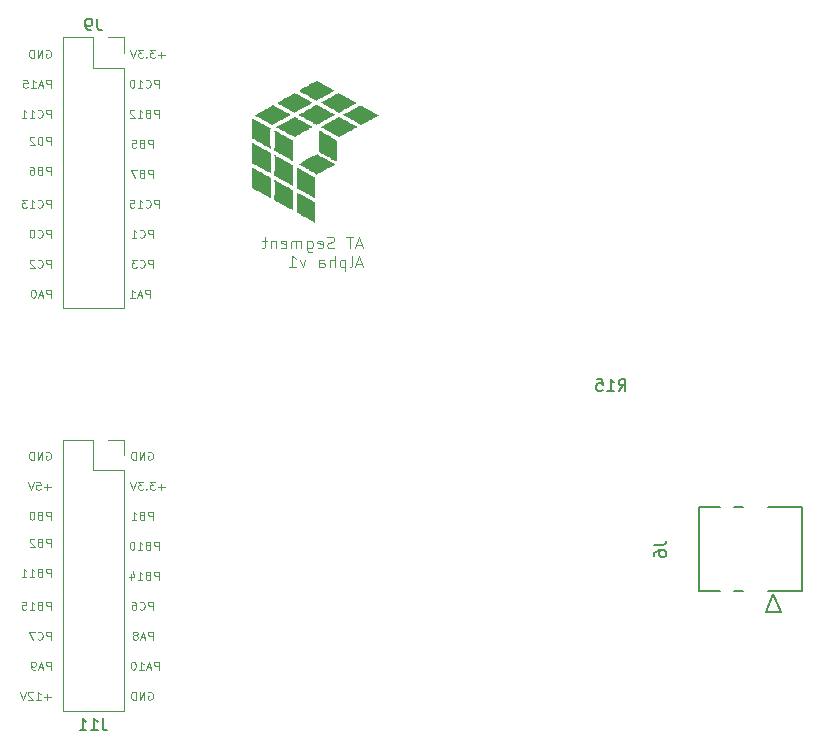
<source format=gbr>
%TF.GenerationSoftware,KiCad,Pcbnew,8.0.4*%
%TF.CreationDate,2024-08-28T23:49:55-07:00*%
%TF.ProjectId,Modubot,4d6f6475-626f-4742-9e6b-696361645f70,rev?*%
%TF.SameCoordinates,Original*%
%TF.FileFunction,Legend,Bot*%
%TF.FilePolarity,Positive*%
%FSLAX46Y46*%
G04 Gerber Fmt 4.6, Leading zero omitted, Abs format (unit mm)*
G04 Created by KiCad (PCBNEW 8.0.4) date 2024-08-28 23:49:55*
%MOMM*%
%LPD*%
G01*
G04 APERTURE LIST*
%ADD10C,0.100000*%
%ADD11C,0.150000*%
%ADD12C,0.000000*%
%ADD13C,0.120000*%
%ADD14C,0.152400*%
G04 APERTURE END LIST*
D10*
X140713734Y-95512760D02*
X140237544Y-95512760D01*
X140808972Y-95798475D02*
X140475639Y-94798475D01*
X140475639Y-94798475D02*
X140142306Y-95798475D01*
X139951829Y-94798475D02*
X139380401Y-94798475D01*
X139666115Y-95798475D02*
X139666115Y-94798475D01*
X138332781Y-95750856D02*
X138189924Y-95798475D01*
X138189924Y-95798475D02*
X137951829Y-95798475D01*
X137951829Y-95798475D02*
X137856591Y-95750856D01*
X137856591Y-95750856D02*
X137808972Y-95703236D01*
X137808972Y-95703236D02*
X137761353Y-95607998D01*
X137761353Y-95607998D02*
X137761353Y-95512760D01*
X137761353Y-95512760D02*
X137808972Y-95417522D01*
X137808972Y-95417522D02*
X137856591Y-95369903D01*
X137856591Y-95369903D02*
X137951829Y-95322284D01*
X137951829Y-95322284D02*
X138142305Y-95274665D01*
X138142305Y-95274665D02*
X138237543Y-95227046D01*
X138237543Y-95227046D02*
X138285162Y-95179427D01*
X138285162Y-95179427D02*
X138332781Y-95084189D01*
X138332781Y-95084189D02*
X138332781Y-94988951D01*
X138332781Y-94988951D02*
X138285162Y-94893713D01*
X138285162Y-94893713D02*
X138237543Y-94846094D01*
X138237543Y-94846094D02*
X138142305Y-94798475D01*
X138142305Y-94798475D02*
X137904210Y-94798475D01*
X137904210Y-94798475D02*
X137761353Y-94846094D01*
X136951829Y-95750856D02*
X137047067Y-95798475D01*
X137047067Y-95798475D02*
X137237543Y-95798475D01*
X137237543Y-95798475D02*
X137332781Y-95750856D01*
X137332781Y-95750856D02*
X137380400Y-95655617D01*
X137380400Y-95655617D02*
X137380400Y-95274665D01*
X137380400Y-95274665D02*
X137332781Y-95179427D01*
X137332781Y-95179427D02*
X137237543Y-95131808D01*
X137237543Y-95131808D02*
X137047067Y-95131808D01*
X137047067Y-95131808D02*
X136951829Y-95179427D01*
X136951829Y-95179427D02*
X136904210Y-95274665D01*
X136904210Y-95274665D02*
X136904210Y-95369903D01*
X136904210Y-95369903D02*
X137380400Y-95465141D01*
X136047067Y-95131808D02*
X136047067Y-95941332D01*
X136047067Y-95941332D02*
X136094686Y-96036570D01*
X136094686Y-96036570D02*
X136142305Y-96084189D01*
X136142305Y-96084189D02*
X136237543Y-96131808D01*
X136237543Y-96131808D02*
X136380400Y-96131808D01*
X136380400Y-96131808D02*
X136475638Y-96084189D01*
X136047067Y-95750856D02*
X136142305Y-95798475D01*
X136142305Y-95798475D02*
X136332781Y-95798475D01*
X136332781Y-95798475D02*
X136428019Y-95750856D01*
X136428019Y-95750856D02*
X136475638Y-95703236D01*
X136475638Y-95703236D02*
X136523257Y-95607998D01*
X136523257Y-95607998D02*
X136523257Y-95322284D01*
X136523257Y-95322284D02*
X136475638Y-95227046D01*
X136475638Y-95227046D02*
X136428019Y-95179427D01*
X136428019Y-95179427D02*
X136332781Y-95131808D01*
X136332781Y-95131808D02*
X136142305Y-95131808D01*
X136142305Y-95131808D02*
X136047067Y-95179427D01*
X135570876Y-95798475D02*
X135570876Y-95131808D01*
X135570876Y-95227046D02*
X135523257Y-95179427D01*
X135523257Y-95179427D02*
X135428019Y-95131808D01*
X135428019Y-95131808D02*
X135285162Y-95131808D01*
X135285162Y-95131808D02*
X135189924Y-95179427D01*
X135189924Y-95179427D02*
X135142305Y-95274665D01*
X135142305Y-95274665D02*
X135142305Y-95798475D01*
X135142305Y-95274665D02*
X135094686Y-95179427D01*
X135094686Y-95179427D02*
X134999448Y-95131808D01*
X134999448Y-95131808D02*
X134856591Y-95131808D01*
X134856591Y-95131808D02*
X134761352Y-95179427D01*
X134761352Y-95179427D02*
X134713733Y-95274665D01*
X134713733Y-95274665D02*
X134713733Y-95798475D01*
X133856591Y-95750856D02*
X133951829Y-95798475D01*
X133951829Y-95798475D02*
X134142305Y-95798475D01*
X134142305Y-95798475D02*
X134237543Y-95750856D01*
X134237543Y-95750856D02*
X134285162Y-95655617D01*
X134285162Y-95655617D02*
X134285162Y-95274665D01*
X134285162Y-95274665D02*
X134237543Y-95179427D01*
X134237543Y-95179427D02*
X134142305Y-95131808D01*
X134142305Y-95131808D02*
X133951829Y-95131808D01*
X133951829Y-95131808D02*
X133856591Y-95179427D01*
X133856591Y-95179427D02*
X133808972Y-95274665D01*
X133808972Y-95274665D02*
X133808972Y-95369903D01*
X133808972Y-95369903D02*
X134285162Y-95465141D01*
X133380400Y-95131808D02*
X133380400Y-95798475D01*
X133380400Y-95227046D02*
X133332781Y-95179427D01*
X133332781Y-95179427D02*
X133237543Y-95131808D01*
X133237543Y-95131808D02*
X133094686Y-95131808D01*
X133094686Y-95131808D02*
X132999448Y-95179427D01*
X132999448Y-95179427D02*
X132951829Y-95274665D01*
X132951829Y-95274665D02*
X132951829Y-95798475D01*
X132618495Y-95131808D02*
X132237543Y-95131808D01*
X132475638Y-94798475D02*
X132475638Y-95655617D01*
X132475638Y-95655617D02*
X132428019Y-95750856D01*
X132428019Y-95750856D02*
X132332781Y-95798475D01*
X132332781Y-95798475D02*
X132237543Y-95798475D01*
X140713734Y-97122704D02*
X140237544Y-97122704D01*
X140808972Y-97408419D02*
X140475639Y-96408419D01*
X140475639Y-96408419D02*
X140142306Y-97408419D01*
X139666115Y-97408419D02*
X139761353Y-97360800D01*
X139761353Y-97360800D02*
X139808972Y-97265561D01*
X139808972Y-97265561D02*
X139808972Y-96408419D01*
X139285162Y-96741752D02*
X139285162Y-97741752D01*
X139285162Y-96789371D02*
X139189924Y-96741752D01*
X139189924Y-96741752D02*
X138999448Y-96741752D01*
X138999448Y-96741752D02*
X138904210Y-96789371D01*
X138904210Y-96789371D02*
X138856591Y-96836990D01*
X138856591Y-96836990D02*
X138808972Y-96932228D01*
X138808972Y-96932228D02*
X138808972Y-97217942D01*
X138808972Y-97217942D02*
X138856591Y-97313180D01*
X138856591Y-97313180D02*
X138904210Y-97360800D01*
X138904210Y-97360800D02*
X138999448Y-97408419D01*
X138999448Y-97408419D02*
X139189924Y-97408419D01*
X139189924Y-97408419D02*
X139285162Y-97360800D01*
X138380400Y-97408419D02*
X138380400Y-96408419D01*
X137951829Y-97408419D02*
X137951829Y-96884609D01*
X137951829Y-96884609D02*
X137999448Y-96789371D01*
X137999448Y-96789371D02*
X138094686Y-96741752D01*
X138094686Y-96741752D02*
X138237543Y-96741752D01*
X138237543Y-96741752D02*
X138332781Y-96789371D01*
X138332781Y-96789371D02*
X138380400Y-96836990D01*
X137047067Y-97408419D02*
X137047067Y-96884609D01*
X137047067Y-96884609D02*
X137094686Y-96789371D01*
X137094686Y-96789371D02*
X137189924Y-96741752D01*
X137189924Y-96741752D02*
X137380400Y-96741752D01*
X137380400Y-96741752D02*
X137475638Y-96789371D01*
X137047067Y-97360800D02*
X137142305Y-97408419D01*
X137142305Y-97408419D02*
X137380400Y-97408419D01*
X137380400Y-97408419D02*
X137475638Y-97360800D01*
X137475638Y-97360800D02*
X137523257Y-97265561D01*
X137523257Y-97265561D02*
X137523257Y-97170323D01*
X137523257Y-97170323D02*
X137475638Y-97075085D01*
X137475638Y-97075085D02*
X137380400Y-97027466D01*
X137380400Y-97027466D02*
X137142305Y-97027466D01*
X137142305Y-97027466D02*
X137047067Y-96979847D01*
X135904209Y-96741752D02*
X135666114Y-97408419D01*
X135666114Y-97408419D02*
X135428019Y-96741752D01*
X134523257Y-97408419D02*
X135094685Y-97408419D01*
X134808971Y-97408419D02*
X134808971Y-96408419D01*
X134808971Y-96408419D02*
X134904209Y-96551276D01*
X134904209Y-96551276D02*
X134999447Y-96646514D01*
X134999447Y-96646514D02*
X135094685Y-96694133D01*
X114321544Y-84745133D02*
X114321544Y-84045133D01*
X114321544Y-84045133D02*
X114054877Y-84045133D01*
X114054877Y-84045133D02*
X113988211Y-84078466D01*
X113988211Y-84078466D02*
X113954877Y-84111800D01*
X113954877Y-84111800D02*
X113921544Y-84178466D01*
X113921544Y-84178466D02*
X113921544Y-84278466D01*
X113921544Y-84278466D02*
X113954877Y-84345133D01*
X113954877Y-84345133D02*
X113988211Y-84378466D01*
X113988211Y-84378466D02*
X114054877Y-84411800D01*
X114054877Y-84411800D02*
X114321544Y-84411800D01*
X113221544Y-84678466D02*
X113254877Y-84711800D01*
X113254877Y-84711800D02*
X113354877Y-84745133D01*
X113354877Y-84745133D02*
X113421544Y-84745133D01*
X113421544Y-84745133D02*
X113521544Y-84711800D01*
X113521544Y-84711800D02*
X113588211Y-84645133D01*
X113588211Y-84645133D02*
X113621544Y-84578466D01*
X113621544Y-84578466D02*
X113654877Y-84445133D01*
X113654877Y-84445133D02*
X113654877Y-84345133D01*
X113654877Y-84345133D02*
X113621544Y-84211800D01*
X113621544Y-84211800D02*
X113588211Y-84145133D01*
X113588211Y-84145133D02*
X113521544Y-84078466D01*
X113521544Y-84078466D02*
X113421544Y-84045133D01*
X113421544Y-84045133D02*
X113354877Y-84045133D01*
X113354877Y-84045133D02*
X113254877Y-84078466D01*
X113254877Y-84078466D02*
X113221544Y-84111800D01*
X112554877Y-84745133D02*
X112954877Y-84745133D01*
X112754877Y-84745133D02*
X112754877Y-84045133D01*
X112754877Y-84045133D02*
X112821544Y-84145133D01*
X112821544Y-84145133D02*
X112888211Y-84211800D01*
X112888211Y-84211800D02*
X112954877Y-84245133D01*
X111888210Y-84745133D02*
X112288210Y-84745133D01*
X112088210Y-84745133D02*
X112088210Y-84045133D01*
X112088210Y-84045133D02*
X112154877Y-84145133D01*
X112154877Y-84145133D02*
X112221544Y-84211800D01*
X112221544Y-84211800D02*
X112288210Y-84245133D01*
X123465544Y-121321133D02*
X123465544Y-120621133D01*
X123465544Y-120621133D02*
X123198877Y-120621133D01*
X123198877Y-120621133D02*
X123132211Y-120654466D01*
X123132211Y-120654466D02*
X123098877Y-120687800D01*
X123098877Y-120687800D02*
X123065544Y-120754466D01*
X123065544Y-120754466D02*
X123065544Y-120854466D01*
X123065544Y-120854466D02*
X123098877Y-120921133D01*
X123098877Y-120921133D02*
X123132211Y-120954466D01*
X123132211Y-120954466D02*
X123198877Y-120987800D01*
X123198877Y-120987800D02*
X123465544Y-120987800D01*
X122532211Y-120954466D02*
X122432211Y-120987800D01*
X122432211Y-120987800D02*
X122398877Y-121021133D01*
X122398877Y-121021133D02*
X122365544Y-121087800D01*
X122365544Y-121087800D02*
X122365544Y-121187800D01*
X122365544Y-121187800D02*
X122398877Y-121254466D01*
X122398877Y-121254466D02*
X122432211Y-121287800D01*
X122432211Y-121287800D02*
X122498877Y-121321133D01*
X122498877Y-121321133D02*
X122765544Y-121321133D01*
X122765544Y-121321133D02*
X122765544Y-120621133D01*
X122765544Y-120621133D02*
X122532211Y-120621133D01*
X122532211Y-120621133D02*
X122465544Y-120654466D01*
X122465544Y-120654466D02*
X122432211Y-120687800D01*
X122432211Y-120687800D02*
X122398877Y-120754466D01*
X122398877Y-120754466D02*
X122398877Y-120821133D01*
X122398877Y-120821133D02*
X122432211Y-120887800D01*
X122432211Y-120887800D02*
X122465544Y-120921133D01*
X122465544Y-120921133D02*
X122532211Y-120954466D01*
X122532211Y-120954466D02*
X122765544Y-120954466D01*
X121698877Y-121321133D02*
X122098877Y-121321133D01*
X121898877Y-121321133D02*
X121898877Y-120621133D01*
X121898877Y-120621133D02*
X121965544Y-120721133D01*
X121965544Y-120721133D02*
X122032211Y-120787800D01*
X122032211Y-120787800D02*
X122098877Y-120821133D01*
X121265544Y-120621133D02*
X121198877Y-120621133D01*
X121198877Y-120621133D02*
X121132210Y-120654466D01*
X121132210Y-120654466D02*
X121098877Y-120687800D01*
X121098877Y-120687800D02*
X121065544Y-120754466D01*
X121065544Y-120754466D02*
X121032210Y-120887800D01*
X121032210Y-120887800D02*
X121032210Y-121054466D01*
X121032210Y-121054466D02*
X121065544Y-121187800D01*
X121065544Y-121187800D02*
X121098877Y-121254466D01*
X121098877Y-121254466D02*
X121132210Y-121287800D01*
X121132210Y-121287800D02*
X121198877Y-121321133D01*
X121198877Y-121321133D02*
X121265544Y-121321133D01*
X121265544Y-121321133D02*
X121332210Y-121287800D01*
X121332210Y-121287800D02*
X121365544Y-121254466D01*
X121365544Y-121254466D02*
X121398877Y-121187800D01*
X121398877Y-121187800D02*
X121432210Y-121054466D01*
X121432210Y-121054466D02*
X121432210Y-120887800D01*
X121432210Y-120887800D02*
X121398877Y-120754466D01*
X121398877Y-120754466D02*
X121365544Y-120687800D01*
X121365544Y-120687800D02*
X121332210Y-120654466D01*
X121332210Y-120654466D02*
X121265544Y-120621133D01*
X122703544Y-99985133D02*
X122703544Y-99285133D01*
X122703544Y-99285133D02*
X122436877Y-99285133D01*
X122436877Y-99285133D02*
X122370211Y-99318466D01*
X122370211Y-99318466D02*
X122336877Y-99351800D01*
X122336877Y-99351800D02*
X122303544Y-99418466D01*
X122303544Y-99418466D02*
X122303544Y-99518466D01*
X122303544Y-99518466D02*
X122336877Y-99585133D01*
X122336877Y-99585133D02*
X122370211Y-99618466D01*
X122370211Y-99618466D02*
X122436877Y-99651800D01*
X122436877Y-99651800D02*
X122703544Y-99651800D01*
X122036877Y-99785133D02*
X121703544Y-99785133D01*
X122103544Y-99985133D02*
X121870211Y-99285133D01*
X121870211Y-99285133D02*
X121636877Y-99985133D01*
X121036877Y-99985133D02*
X121436877Y-99985133D01*
X121236877Y-99985133D02*
X121236877Y-99285133D01*
X121236877Y-99285133D02*
X121303544Y-99385133D01*
X121303544Y-99385133D02*
X121370211Y-99451800D01*
X121370211Y-99451800D02*
X121436877Y-99485133D01*
X122957544Y-87285133D02*
X122957544Y-86585133D01*
X122957544Y-86585133D02*
X122690877Y-86585133D01*
X122690877Y-86585133D02*
X122624211Y-86618466D01*
X122624211Y-86618466D02*
X122590877Y-86651800D01*
X122590877Y-86651800D02*
X122557544Y-86718466D01*
X122557544Y-86718466D02*
X122557544Y-86818466D01*
X122557544Y-86818466D02*
X122590877Y-86885133D01*
X122590877Y-86885133D02*
X122624211Y-86918466D01*
X122624211Y-86918466D02*
X122690877Y-86951800D01*
X122690877Y-86951800D02*
X122957544Y-86951800D01*
X122024211Y-86918466D02*
X121924211Y-86951800D01*
X121924211Y-86951800D02*
X121890877Y-86985133D01*
X121890877Y-86985133D02*
X121857544Y-87051800D01*
X121857544Y-87051800D02*
X121857544Y-87151800D01*
X121857544Y-87151800D02*
X121890877Y-87218466D01*
X121890877Y-87218466D02*
X121924211Y-87251800D01*
X121924211Y-87251800D02*
X121990877Y-87285133D01*
X121990877Y-87285133D02*
X122257544Y-87285133D01*
X122257544Y-87285133D02*
X122257544Y-86585133D01*
X122257544Y-86585133D02*
X122024211Y-86585133D01*
X122024211Y-86585133D02*
X121957544Y-86618466D01*
X121957544Y-86618466D02*
X121924211Y-86651800D01*
X121924211Y-86651800D02*
X121890877Y-86718466D01*
X121890877Y-86718466D02*
X121890877Y-86785133D01*
X121890877Y-86785133D02*
X121924211Y-86851800D01*
X121924211Y-86851800D02*
X121957544Y-86885133D01*
X121957544Y-86885133D02*
X122024211Y-86918466D01*
X122024211Y-86918466D02*
X122257544Y-86918466D01*
X121224211Y-86585133D02*
X121557544Y-86585133D01*
X121557544Y-86585133D02*
X121590877Y-86918466D01*
X121590877Y-86918466D02*
X121557544Y-86885133D01*
X121557544Y-86885133D02*
X121490877Y-86851800D01*
X121490877Y-86851800D02*
X121324211Y-86851800D01*
X121324211Y-86851800D02*
X121257544Y-86885133D01*
X121257544Y-86885133D02*
X121224211Y-86918466D01*
X121224211Y-86918466D02*
X121190877Y-86985133D01*
X121190877Y-86985133D02*
X121190877Y-87151800D01*
X121190877Y-87151800D02*
X121224211Y-87218466D01*
X121224211Y-87218466D02*
X121257544Y-87251800D01*
X121257544Y-87251800D02*
X121324211Y-87285133D01*
X121324211Y-87285133D02*
X121490877Y-87285133D01*
X121490877Y-87285133D02*
X121557544Y-87251800D01*
X121557544Y-87251800D02*
X121590877Y-87218466D01*
X123465544Y-82205133D02*
X123465544Y-81505133D01*
X123465544Y-81505133D02*
X123198877Y-81505133D01*
X123198877Y-81505133D02*
X123132211Y-81538466D01*
X123132211Y-81538466D02*
X123098877Y-81571800D01*
X123098877Y-81571800D02*
X123065544Y-81638466D01*
X123065544Y-81638466D02*
X123065544Y-81738466D01*
X123065544Y-81738466D02*
X123098877Y-81805133D01*
X123098877Y-81805133D02*
X123132211Y-81838466D01*
X123132211Y-81838466D02*
X123198877Y-81871800D01*
X123198877Y-81871800D02*
X123465544Y-81871800D01*
X122365544Y-82138466D02*
X122398877Y-82171800D01*
X122398877Y-82171800D02*
X122498877Y-82205133D01*
X122498877Y-82205133D02*
X122565544Y-82205133D01*
X122565544Y-82205133D02*
X122665544Y-82171800D01*
X122665544Y-82171800D02*
X122732211Y-82105133D01*
X122732211Y-82105133D02*
X122765544Y-82038466D01*
X122765544Y-82038466D02*
X122798877Y-81905133D01*
X122798877Y-81905133D02*
X122798877Y-81805133D01*
X122798877Y-81805133D02*
X122765544Y-81671800D01*
X122765544Y-81671800D02*
X122732211Y-81605133D01*
X122732211Y-81605133D02*
X122665544Y-81538466D01*
X122665544Y-81538466D02*
X122565544Y-81505133D01*
X122565544Y-81505133D02*
X122498877Y-81505133D01*
X122498877Y-81505133D02*
X122398877Y-81538466D01*
X122398877Y-81538466D02*
X122365544Y-81571800D01*
X121698877Y-82205133D02*
X122098877Y-82205133D01*
X121898877Y-82205133D02*
X121898877Y-81505133D01*
X121898877Y-81505133D02*
X121965544Y-81605133D01*
X121965544Y-81605133D02*
X122032211Y-81671800D01*
X122032211Y-81671800D02*
X122098877Y-81705133D01*
X121265544Y-81505133D02*
X121198877Y-81505133D01*
X121198877Y-81505133D02*
X121132210Y-81538466D01*
X121132210Y-81538466D02*
X121098877Y-81571800D01*
X121098877Y-81571800D02*
X121065544Y-81638466D01*
X121065544Y-81638466D02*
X121032210Y-81771800D01*
X121032210Y-81771800D02*
X121032210Y-81938466D01*
X121032210Y-81938466D02*
X121065544Y-82071800D01*
X121065544Y-82071800D02*
X121098877Y-82138466D01*
X121098877Y-82138466D02*
X121132210Y-82171800D01*
X121132210Y-82171800D02*
X121198877Y-82205133D01*
X121198877Y-82205133D02*
X121265544Y-82205133D01*
X121265544Y-82205133D02*
X121332210Y-82171800D01*
X121332210Y-82171800D02*
X121365544Y-82138466D01*
X121365544Y-82138466D02*
X121398877Y-82071800D01*
X121398877Y-82071800D02*
X121432210Y-81938466D01*
X121432210Y-81938466D02*
X121432210Y-81771800D01*
X121432210Y-81771800D02*
X121398877Y-81638466D01*
X121398877Y-81638466D02*
X121365544Y-81571800D01*
X121365544Y-81571800D02*
X121332210Y-81538466D01*
X121332210Y-81538466D02*
X121265544Y-81505133D01*
X114321544Y-94905133D02*
X114321544Y-94205133D01*
X114321544Y-94205133D02*
X114054877Y-94205133D01*
X114054877Y-94205133D02*
X113988211Y-94238466D01*
X113988211Y-94238466D02*
X113954877Y-94271800D01*
X113954877Y-94271800D02*
X113921544Y-94338466D01*
X113921544Y-94338466D02*
X113921544Y-94438466D01*
X113921544Y-94438466D02*
X113954877Y-94505133D01*
X113954877Y-94505133D02*
X113988211Y-94538466D01*
X113988211Y-94538466D02*
X114054877Y-94571800D01*
X114054877Y-94571800D02*
X114321544Y-94571800D01*
X113221544Y-94838466D02*
X113254877Y-94871800D01*
X113254877Y-94871800D02*
X113354877Y-94905133D01*
X113354877Y-94905133D02*
X113421544Y-94905133D01*
X113421544Y-94905133D02*
X113521544Y-94871800D01*
X113521544Y-94871800D02*
X113588211Y-94805133D01*
X113588211Y-94805133D02*
X113621544Y-94738466D01*
X113621544Y-94738466D02*
X113654877Y-94605133D01*
X113654877Y-94605133D02*
X113654877Y-94505133D01*
X113654877Y-94505133D02*
X113621544Y-94371800D01*
X113621544Y-94371800D02*
X113588211Y-94305133D01*
X113588211Y-94305133D02*
X113521544Y-94238466D01*
X113521544Y-94238466D02*
X113421544Y-94205133D01*
X113421544Y-94205133D02*
X113354877Y-94205133D01*
X113354877Y-94205133D02*
X113254877Y-94238466D01*
X113254877Y-94238466D02*
X113221544Y-94271800D01*
X112788211Y-94205133D02*
X112721544Y-94205133D01*
X112721544Y-94205133D02*
X112654877Y-94238466D01*
X112654877Y-94238466D02*
X112621544Y-94271800D01*
X112621544Y-94271800D02*
X112588211Y-94338466D01*
X112588211Y-94338466D02*
X112554877Y-94471800D01*
X112554877Y-94471800D02*
X112554877Y-94638466D01*
X112554877Y-94638466D02*
X112588211Y-94771800D01*
X112588211Y-94771800D02*
X112621544Y-94838466D01*
X112621544Y-94838466D02*
X112654877Y-94871800D01*
X112654877Y-94871800D02*
X112721544Y-94905133D01*
X112721544Y-94905133D02*
X112788211Y-94905133D01*
X112788211Y-94905133D02*
X112854877Y-94871800D01*
X112854877Y-94871800D02*
X112888211Y-94838466D01*
X112888211Y-94838466D02*
X112921544Y-94771800D01*
X112921544Y-94771800D02*
X112954877Y-94638466D01*
X112954877Y-94638466D02*
X112954877Y-94471800D01*
X112954877Y-94471800D02*
X112921544Y-94338466D01*
X112921544Y-94338466D02*
X112888211Y-94271800D01*
X112888211Y-94271800D02*
X112854877Y-94238466D01*
X112854877Y-94238466D02*
X112788211Y-94205133D01*
X122590877Y-133354466D02*
X122657544Y-133321133D01*
X122657544Y-133321133D02*
X122757544Y-133321133D01*
X122757544Y-133321133D02*
X122857544Y-133354466D01*
X122857544Y-133354466D02*
X122924211Y-133421133D01*
X122924211Y-133421133D02*
X122957544Y-133487800D01*
X122957544Y-133487800D02*
X122990877Y-133621133D01*
X122990877Y-133621133D02*
X122990877Y-133721133D01*
X122990877Y-133721133D02*
X122957544Y-133854466D01*
X122957544Y-133854466D02*
X122924211Y-133921133D01*
X122924211Y-133921133D02*
X122857544Y-133987800D01*
X122857544Y-133987800D02*
X122757544Y-134021133D01*
X122757544Y-134021133D02*
X122690877Y-134021133D01*
X122690877Y-134021133D02*
X122590877Y-133987800D01*
X122590877Y-133987800D02*
X122557544Y-133954466D01*
X122557544Y-133954466D02*
X122557544Y-133721133D01*
X122557544Y-133721133D02*
X122690877Y-133721133D01*
X122257544Y-134021133D02*
X122257544Y-133321133D01*
X122257544Y-133321133D02*
X121857544Y-134021133D01*
X121857544Y-134021133D02*
X121857544Y-133321133D01*
X121524211Y-134021133D02*
X121524211Y-133321133D01*
X121524211Y-133321133D02*
X121357544Y-133321133D01*
X121357544Y-133321133D02*
X121257544Y-133354466D01*
X121257544Y-133354466D02*
X121190878Y-133421133D01*
X121190878Y-133421133D02*
X121157544Y-133487800D01*
X121157544Y-133487800D02*
X121124211Y-133621133D01*
X121124211Y-133621133D02*
X121124211Y-133721133D01*
X121124211Y-133721133D02*
X121157544Y-133854466D01*
X121157544Y-133854466D02*
X121190878Y-133921133D01*
X121190878Y-133921133D02*
X121257544Y-133987800D01*
X121257544Y-133987800D02*
X121357544Y-134021133D01*
X121357544Y-134021133D02*
X121524211Y-134021133D01*
X114321544Y-82205133D02*
X114321544Y-81505133D01*
X114321544Y-81505133D02*
X114054877Y-81505133D01*
X114054877Y-81505133D02*
X113988211Y-81538466D01*
X113988211Y-81538466D02*
X113954877Y-81571800D01*
X113954877Y-81571800D02*
X113921544Y-81638466D01*
X113921544Y-81638466D02*
X113921544Y-81738466D01*
X113921544Y-81738466D02*
X113954877Y-81805133D01*
X113954877Y-81805133D02*
X113988211Y-81838466D01*
X113988211Y-81838466D02*
X114054877Y-81871800D01*
X114054877Y-81871800D02*
X114321544Y-81871800D01*
X113654877Y-82005133D02*
X113321544Y-82005133D01*
X113721544Y-82205133D02*
X113488211Y-81505133D01*
X113488211Y-81505133D02*
X113254877Y-82205133D01*
X112654877Y-82205133D02*
X113054877Y-82205133D01*
X112854877Y-82205133D02*
X112854877Y-81505133D01*
X112854877Y-81505133D02*
X112921544Y-81605133D01*
X112921544Y-81605133D02*
X112988211Y-81671800D01*
X112988211Y-81671800D02*
X113054877Y-81705133D01*
X112021544Y-81505133D02*
X112354877Y-81505133D01*
X112354877Y-81505133D02*
X112388210Y-81838466D01*
X112388210Y-81838466D02*
X112354877Y-81805133D01*
X112354877Y-81805133D02*
X112288210Y-81771800D01*
X112288210Y-81771800D02*
X112121544Y-81771800D01*
X112121544Y-81771800D02*
X112054877Y-81805133D01*
X112054877Y-81805133D02*
X112021544Y-81838466D01*
X112021544Y-81838466D02*
X111988210Y-81905133D01*
X111988210Y-81905133D02*
X111988210Y-82071800D01*
X111988210Y-82071800D02*
X112021544Y-82138466D01*
X112021544Y-82138466D02*
X112054877Y-82171800D01*
X112054877Y-82171800D02*
X112121544Y-82205133D01*
X112121544Y-82205133D02*
X112288210Y-82205133D01*
X112288210Y-82205133D02*
X112354877Y-82171800D01*
X112354877Y-82171800D02*
X112388210Y-82138466D01*
X123465544Y-123861133D02*
X123465544Y-123161133D01*
X123465544Y-123161133D02*
X123198877Y-123161133D01*
X123198877Y-123161133D02*
X123132211Y-123194466D01*
X123132211Y-123194466D02*
X123098877Y-123227800D01*
X123098877Y-123227800D02*
X123065544Y-123294466D01*
X123065544Y-123294466D02*
X123065544Y-123394466D01*
X123065544Y-123394466D02*
X123098877Y-123461133D01*
X123098877Y-123461133D02*
X123132211Y-123494466D01*
X123132211Y-123494466D02*
X123198877Y-123527800D01*
X123198877Y-123527800D02*
X123465544Y-123527800D01*
X122532211Y-123494466D02*
X122432211Y-123527800D01*
X122432211Y-123527800D02*
X122398877Y-123561133D01*
X122398877Y-123561133D02*
X122365544Y-123627800D01*
X122365544Y-123627800D02*
X122365544Y-123727800D01*
X122365544Y-123727800D02*
X122398877Y-123794466D01*
X122398877Y-123794466D02*
X122432211Y-123827800D01*
X122432211Y-123827800D02*
X122498877Y-123861133D01*
X122498877Y-123861133D02*
X122765544Y-123861133D01*
X122765544Y-123861133D02*
X122765544Y-123161133D01*
X122765544Y-123161133D02*
X122532211Y-123161133D01*
X122532211Y-123161133D02*
X122465544Y-123194466D01*
X122465544Y-123194466D02*
X122432211Y-123227800D01*
X122432211Y-123227800D02*
X122398877Y-123294466D01*
X122398877Y-123294466D02*
X122398877Y-123361133D01*
X122398877Y-123361133D02*
X122432211Y-123427800D01*
X122432211Y-123427800D02*
X122465544Y-123461133D01*
X122465544Y-123461133D02*
X122532211Y-123494466D01*
X122532211Y-123494466D02*
X122765544Y-123494466D01*
X121698877Y-123861133D02*
X122098877Y-123861133D01*
X121898877Y-123861133D02*
X121898877Y-123161133D01*
X121898877Y-123161133D02*
X121965544Y-123261133D01*
X121965544Y-123261133D02*
X122032211Y-123327800D01*
X122032211Y-123327800D02*
X122098877Y-123361133D01*
X121098877Y-123394466D02*
X121098877Y-123861133D01*
X121265544Y-123127800D02*
X121432210Y-123627800D01*
X121432210Y-123627800D02*
X120998877Y-123627800D01*
X122957544Y-89825133D02*
X122957544Y-89125133D01*
X122957544Y-89125133D02*
X122690877Y-89125133D01*
X122690877Y-89125133D02*
X122624211Y-89158466D01*
X122624211Y-89158466D02*
X122590877Y-89191800D01*
X122590877Y-89191800D02*
X122557544Y-89258466D01*
X122557544Y-89258466D02*
X122557544Y-89358466D01*
X122557544Y-89358466D02*
X122590877Y-89425133D01*
X122590877Y-89425133D02*
X122624211Y-89458466D01*
X122624211Y-89458466D02*
X122690877Y-89491800D01*
X122690877Y-89491800D02*
X122957544Y-89491800D01*
X122024211Y-89458466D02*
X121924211Y-89491800D01*
X121924211Y-89491800D02*
X121890877Y-89525133D01*
X121890877Y-89525133D02*
X121857544Y-89591800D01*
X121857544Y-89591800D02*
X121857544Y-89691800D01*
X121857544Y-89691800D02*
X121890877Y-89758466D01*
X121890877Y-89758466D02*
X121924211Y-89791800D01*
X121924211Y-89791800D02*
X121990877Y-89825133D01*
X121990877Y-89825133D02*
X122257544Y-89825133D01*
X122257544Y-89825133D02*
X122257544Y-89125133D01*
X122257544Y-89125133D02*
X122024211Y-89125133D01*
X122024211Y-89125133D02*
X121957544Y-89158466D01*
X121957544Y-89158466D02*
X121924211Y-89191800D01*
X121924211Y-89191800D02*
X121890877Y-89258466D01*
X121890877Y-89258466D02*
X121890877Y-89325133D01*
X121890877Y-89325133D02*
X121924211Y-89391800D01*
X121924211Y-89391800D02*
X121957544Y-89425133D01*
X121957544Y-89425133D02*
X122024211Y-89458466D01*
X122024211Y-89458466D02*
X122257544Y-89458466D01*
X121624211Y-89125133D02*
X121157544Y-89125133D01*
X121157544Y-89125133D02*
X121457544Y-89825133D01*
X114321544Y-133754466D02*
X113788211Y-133754466D01*
X114054877Y-134021133D02*
X114054877Y-133487800D01*
X113088210Y-134021133D02*
X113488210Y-134021133D01*
X113288210Y-134021133D02*
X113288210Y-133321133D01*
X113288210Y-133321133D02*
X113354877Y-133421133D01*
X113354877Y-133421133D02*
X113421544Y-133487800D01*
X113421544Y-133487800D02*
X113488210Y-133521133D01*
X112821543Y-133387800D02*
X112788210Y-133354466D01*
X112788210Y-133354466D02*
X112721543Y-133321133D01*
X112721543Y-133321133D02*
X112554877Y-133321133D01*
X112554877Y-133321133D02*
X112488210Y-133354466D01*
X112488210Y-133354466D02*
X112454877Y-133387800D01*
X112454877Y-133387800D02*
X112421543Y-133454466D01*
X112421543Y-133454466D02*
X112421543Y-133521133D01*
X112421543Y-133521133D02*
X112454877Y-133621133D01*
X112454877Y-133621133D02*
X112854877Y-134021133D01*
X112854877Y-134021133D02*
X112421543Y-134021133D01*
X112221543Y-133321133D02*
X111988210Y-134021133D01*
X111988210Y-134021133D02*
X111754876Y-133321133D01*
X123465544Y-131481133D02*
X123465544Y-130781133D01*
X123465544Y-130781133D02*
X123198877Y-130781133D01*
X123198877Y-130781133D02*
X123132211Y-130814466D01*
X123132211Y-130814466D02*
X123098877Y-130847800D01*
X123098877Y-130847800D02*
X123065544Y-130914466D01*
X123065544Y-130914466D02*
X123065544Y-131014466D01*
X123065544Y-131014466D02*
X123098877Y-131081133D01*
X123098877Y-131081133D02*
X123132211Y-131114466D01*
X123132211Y-131114466D02*
X123198877Y-131147800D01*
X123198877Y-131147800D02*
X123465544Y-131147800D01*
X122798877Y-131281133D02*
X122465544Y-131281133D01*
X122865544Y-131481133D02*
X122632211Y-130781133D01*
X122632211Y-130781133D02*
X122398877Y-131481133D01*
X121798877Y-131481133D02*
X122198877Y-131481133D01*
X121998877Y-131481133D02*
X121998877Y-130781133D01*
X121998877Y-130781133D02*
X122065544Y-130881133D01*
X122065544Y-130881133D02*
X122132211Y-130947800D01*
X122132211Y-130947800D02*
X122198877Y-130981133D01*
X121365544Y-130781133D02*
X121298877Y-130781133D01*
X121298877Y-130781133D02*
X121232210Y-130814466D01*
X121232210Y-130814466D02*
X121198877Y-130847800D01*
X121198877Y-130847800D02*
X121165544Y-130914466D01*
X121165544Y-130914466D02*
X121132210Y-131047800D01*
X121132210Y-131047800D02*
X121132210Y-131214466D01*
X121132210Y-131214466D02*
X121165544Y-131347800D01*
X121165544Y-131347800D02*
X121198877Y-131414466D01*
X121198877Y-131414466D02*
X121232210Y-131447800D01*
X121232210Y-131447800D02*
X121298877Y-131481133D01*
X121298877Y-131481133D02*
X121365544Y-131481133D01*
X121365544Y-131481133D02*
X121432210Y-131447800D01*
X121432210Y-131447800D02*
X121465544Y-131414466D01*
X121465544Y-131414466D02*
X121498877Y-131347800D01*
X121498877Y-131347800D02*
X121532210Y-131214466D01*
X121532210Y-131214466D02*
X121532210Y-131047800D01*
X121532210Y-131047800D02*
X121498877Y-130914466D01*
X121498877Y-130914466D02*
X121465544Y-130847800D01*
X121465544Y-130847800D02*
X121432210Y-130814466D01*
X121432210Y-130814466D02*
X121365544Y-130781133D01*
X114321544Y-126401133D02*
X114321544Y-125701133D01*
X114321544Y-125701133D02*
X114054877Y-125701133D01*
X114054877Y-125701133D02*
X113988211Y-125734466D01*
X113988211Y-125734466D02*
X113954877Y-125767800D01*
X113954877Y-125767800D02*
X113921544Y-125834466D01*
X113921544Y-125834466D02*
X113921544Y-125934466D01*
X113921544Y-125934466D02*
X113954877Y-126001133D01*
X113954877Y-126001133D02*
X113988211Y-126034466D01*
X113988211Y-126034466D02*
X114054877Y-126067800D01*
X114054877Y-126067800D02*
X114321544Y-126067800D01*
X113388211Y-126034466D02*
X113288211Y-126067800D01*
X113288211Y-126067800D02*
X113254877Y-126101133D01*
X113254877Y-126101133D02*
X113221544Y-126167800D01*
X113221544Y-126167800D02*
X113221544Y-126267800D01*
X113221544Y-126267800D02*
X113254877Y-126334466D01*
X113254877Y-126334466D02*
X113288211Y-126367800D01*
X113288211Y-126367800D02*
X113354877Y-126401133D01*
X113354877Y-126401133D02*
X113621544Y-126401133D01*
X113621544Y-126401133D02*
X113621544Y-125701133D01*
X113621544Y-125701133D02*
X113388211Y-125701133D01*
X113388211Y-125701133D02*
X113321544Y-125734466D01*
X113321544Y-125734466D02*
X113288211Y-125767800D01*
X113288211Y-125767800D02*
X113254877Y-125834466D01*
X113254877Y-125834466D02*
X113254877Y-125901133D01*
X113254877Y-125901133D02*
X113288211Y-125967800D01*
X113288211Y-125967800D02*
X113321544Y-126001133D01*
X113321544Y-126001133D02*
X113388211Y-126034466D01*
X113388211Y-126034466D02*
X113621544Y-126034466D01*
X112554877Y-126401133D02*
X112954877Y-126401133D01*
X112754877Y-126401133D02*
X112754877Y-125701133D01*
X112754877Y-125701133D02*
X112821544Y-125801133D01*
X112821544Y-125801133D02*
X112888211Y-125867800D01*
X112888211Y-125867800D02*
X112954877Y-125901133D01*
X111921544Y-125701133D02*
X112254877Y-125701133D01*
X112254877Y-125701133D02*
X112288210Y-126034466D01*
X112288210Y-126034466D02*
X112254877Y-126001133D01*
X112254877Y-126001133D02*
X112188210Y-125967800D01*
X112188210Y-125967800D02*
X112021544Y-125967800D01*
X112021544Y-125967800D02*
X111954877Y-126001133D01*
X111954877Y-126001133D02*
X111921544Y-126034466D01*
X111921544Y-126034466D02*
X111888210Y-126101133D01*
X111888210Y-126101133D02*
X111888210Y-126267800D01*
X111888210Y-126267800D02*
X111921544Y-126334466D01*
X111921544Y-126334466D02*
X111954877Y-126367800D01*
X111954877Y-126367800D02*
X112021544Y-126401133D01*
X112021544Y-126401133D02*
X112188210Y-126401133D01*
X112188210Y-126401133D02*
X112254877Y-126367800D01*
X112254877Y-126367800D02*
X112288210Y-126334466D01*
X114321544Y-123607133D02*
X114321544Y-122907133D01*
X114321544Y-122907133D02*
X114054877Y-122907133D01*
X114054877Y-122907133D02*
X113988211Y-122940466D01*
X113988211Y-122940466D02*
X113954877Y-122973800D01*
X113954877Y-122973800D02*
X113921544Y-123040466D01*
X113921544Y-123040466D02*
X113921544Y-123140466D01*
X113921544Y-123140466D02*
X113954877Y-123207133D01*
X113954877Y-123207133D02*
X113988211Y-123240466D01*
X113988211Y-123240466D02*
X114054877Y-123273800D01*
X114054877Y-123273800D02*
X114321544Y-123273800D01*
X113388211Y-123240466D02*
X113288211Y-123273800D01*
X113288211Y-123273800D02*
X113254877Y-123307133D01*
X113254877Y-123307133D02*
X113221544Y-123373800D01*
X113221544Y-123373800D02*
X113221544Y-123473800D01*
X113221544Y-123473800D02*
X113254877Y-123540466D01*
X113254877Y-123540466D02*
X113288211Y-123573800D01*
X113288211Y-123573800D02*
X113354877Y-123607133D01*
X113354877Y-123607133D02*
X113621544Y-123607133D01*
X113621544Y-123607133D02*
X113621544Y-122907133D01*
X113621544Y-122907133D02*
X113388211Y-122907133D01*
X113388211Y-122907133D02*
X113321544Y-122940466D01*
X113321544Y-122940466D02*
X113288211Y-122973800D01*
X113288211Y-122973800D02*
X113254877Y-123040466D01*
X113254877Y-123040466D02*
X113254877Y-123107133D01*
X113254877Y-123107133D02*
X113288211Y-123173800D01*
X113288211Y-123173800D02*
X113321544Y-123207133D01*
X113321544Y-123207133D02*
X113388211Y-123240466D01*
X113388211Y-123240466D02*
X113621544Y-123240466D01*
X112554877Y-123607133D02*
X112954877Y-123607133D01*
X112754877Y-123607133D02*
X112754877Y-122907133D01*
X112754877Y-122907133D02*
X112821544Y-123007133D01*
X112821544Y-123007133D02*
X112888211Y-123073800D01*
X112888211Y-123073800D02*
X112954877Y-123107133D01*
X111888210Y-123607133D02*
X112288210Y-123607133D01*
X112088210Y-123607133D02*
X112088210Y-122907133D01*
X112088210Y-122907133D02*
X112154877Y-123007133D01*
X112154877Y-123007133D02*
X112221544Y-123073800D01*
X112221544Y-123073800D02*
X112288210Y-123107133D01*
X122957544Y-128941133D02*
X122957544Y-128241133D01*
X122957544Y-128241133D02*
X122690877Y-128241133D01*
X122690877Y-128241133D02*
X122624211Y-128274466D01*
X122624211Y-128274466D02*
X122590877Y-128307800D01*
X122590877Y-128307800D02*
X122557544Y-128374466D01*
X122557544Y-128374466D02*
X122557544Y-128474466D01*
X122557544Y-128474466D02*
X122590877Y-128541133D01*
X122590877Y-128541133D02*
X122624211Y-128574466D01*
X122624211Y-128574466D02*
X122690877Y-128607800D01*
X122690877Y-128607800D02*
X122957544Y-128607800D01*
X122290877Y-128741133D02*
X121957544Y-128741133D01*
X122357544Y-128941133D02*
X122124211Y-128241133D01*
X122124211Y-128241133D02*
X121890877Y-128941133D01*
X121557544Y-128541133D02*
X121624211Y-128507800D01*
X121624211Y-128507800D02*
X121657544Y-128474466D01*
X121657544Y-128474466D02*
X121690877Y-128407800D01*
X121690877Y-128407800D02*
X121690877Y-128374466D01*
X121690877Y-128374466D02*
X121657544Y-128307800D01*
X121657544Y-128307800D02*
X121624211Y-128274466D01*
X121624211Y-128274466D02*
X121557544Y-128241133D01*
X121557544Y-128241133D02*
X121424211Y-128241133D01*
X121424211Y-128241133D02*
X121357544Y-128274466D01*
X121357544Y-128274466D02*
X121324211Y-128307800D01*
X121324211Y-128307800D02*
X121290877Y-128374466D01*
X121290877Y-128374466D02*
X121290877Y-128407800D01*
X121290877Y-128407800D02*
X121324211Y-128474466D01*
X121324211Y-128474466D02*
X121357544Y-128507800D01*
X121357544Y-128507800D02*
X121424211Y-128541133D01*
X121424211Y-128541133D02*
X121557544Y-128541133D01*
X121557544Y-128541133D02*
X121624211Y-128574466D01*
X121624211Y-128574466D02*
X121657544Y-128607800D01*
X121657544Y-128607800D02*
X121690877Y-128674466D01*
X121690877Y-128674466D02*
X121690877Y-128807800D01*
X121690877Y-128807800D02*
X121657544Y-128874466D01*
X121657544Y-128874466D02*
X121624211Y-128907800D01*
X121624211Y-128907800D02*
X121557544Y-128941133D01*
X121557544Y-128941133D02*
X121424211Y-128941133D01*
X121424211Y-128941133D02*
X121357544Y-128907800D01*
X121357544Y-128907800D02*
X121324211Y-128874466D01*
X121324211Y-128874466D02*
X121290877Y-128807800D01*
X121290877Y-128807800D02*
X121290877Y-128674466D01*
X121290877Y-128674466D02*
X121324211Y-128607800D01*
X121324211Y-128607800D02*
X121357544Y-128574466D01*
X121357544Y-128574466D02*
X121424211Y-128541133D01*
X114321544Y-89571133D02*
X114321544Y-88871133D01*
X114321544Y-88871133D02*
X114054877Y-88871133D01*
X114054877Y-88871133D02*
X113988211Y-88904466D01*
X113988211Y-88904466D02*
X113954877Y-88937800D01*
X113954877Y-88937800D02*
X113921544Y-89004466D01*
X113921544Y-89004466D02*
X113921544Y-89104466D01*
X113921544Y-89104466D02*
X113954877Y-89171133D01*
X113954877Y-89171133D02*
X113988211Y-89204466D01*
X113988211Y-89204466D02*
X114054877Y-89237800D01*
X114054877Y-89237800D02*
X114321544Y-89237800D01*
X113388211Y-89204466D02*
X113288211Y-89237800D01*
X113288211Y-89237800D02*
X113254877Y-89271133D01*
X113254877Y-89271133D02*
X113221544Y-89337800D01*
X113221544Y-89337800D02*
X113221544Y-89437800D01*
X113221544Y-89437800D02*
X113254877Y-89504466D01*
X113254877Y-89504466D02*
X113288211Y-89537800D01*
X113288211Y-89537800D02*
X113354877Y-89571133D01*
X113354877Y-89571133D02*
X113621544Y-89571133D01*
X113621544Y-89571133D02*
X113621544Y-88871133D01*
X113621544Y-88871133D02*
X113388211Y-88871133D01*
X113388211Y-88871133D02*
X113321544Y-88904466D01*
X113321544Y-88904466D02*
X113288211Y-88937800D01*
X113288211Y-88937800D02*
X113254877Y-89004466D01*
X113254877Y-89004466D02*
X113254877Y-89071133D01*
X113254877Y-89071133D02*
X113288211Y-89137800D01*
X113288211Y-89137800D02*
X113321544Y-89171133D01*
X113321544Y-89171133D02*
X113388211Y-89204466D01*
X113388211Y-89204466D02*
X113621544Y-89204466D01*
X112621544Y-88871133D02*
X112754877Y-88871133D01*
X112754877Y-88871133D02*
X112821544Y-88904466D01*
X112821544Y-88904466D02*
X112854877Y-88937800D01*
X112854877Y-88937800D02*
X112921544Y-89037800D01*
X112921544Y-89037800D02*
X112954877Y-89171133D01*
X112954877Y-89171133D02*
X112954877Y-89437800D01*
X112954877Y-89437800D02*
X112921544Y-89504466D01*
X112921544Y-89504466D02*
X112888211Y-89537800D01*
X112888211Y-89537800D02*
X112821544Y-89571133D01*
X112821544Y-89571133D02*
X112688211Y-89571133D01*
X112688211Y-89571133D02*
X112621544Y-89537800D01*
X112621544Y-89537800D02*
X112588211Y-89504466D01*
X112588211Y-89504466D02*
X112554877Y-89437800D01*
X112554877Y-89437800D02*
X112554877Y-89271133D01*
X112554877Y-89271133D02*
X112588211Y-89204466D01*
X112588211Y-89204466D02*
X112621544Y-89171133D01*
X112621544Y-89171133D02*
X112688211Y-89137800D01*
X112688211Y-89137800D02*
X112821544Y-89137800D01*
X112821544Y-89137800D02*
X112888211Y-89171133D01*
X112888211Y-89171133D02*
X112921544Y-89204466D01*
X112921544Y-89204466D02*
X112954877Y-89271133D01*
X123465544Y-84745133D02*
X123465544Y-84045133D01*
X123465544Y-84045133D02*
X123198877Y-84045133D01*
X123198877Y-84045133D02*
X123132211Y-84078466D01*
X123132211Y-84078466D02*
X123098877Y-84111800D01*
X123098877Y-84111800D02*
X123065544Y-84178466D01*
X123065544Y-84178466D02*
X123065544Y-84278466D01*
X123065544Y-84278466D02*
X123098877Y-84345133D01*
X123098877Y-84345133D02*
X123132211Y-84378466D01*
X123132211Y-84378466D02*
X123198877Y-84411800D01*
X123198877Y-84411800D02*
X123465544Y-84411800D01*
X122532211Y-84378466D02*
X122432211Y-84411800D01*
X122432211Y-84411800D02*
X122398877Y-84445133D01*
X122398877Y-84445133D02*
X122365544Y-84511800D01*
X122365544Y-84511800D02*
X122365544Y-84611800D01*
X122365544Y-84611800D02*
X122398877Y-84678466D01*
X122398877Y-84678466D02*
X122432211Y-84711800D01*
X122432211Y-84711800D02*
X122498877Y-84745133D01*
X122498877Y-84745133D02*
X122765544Y-84745133D01*
X122765544Y-84745133D02*
X122765544Y-84045133D01*
X122765544Y-84045133D02*
X122532211Y-84045133D01*
X122532211Y-84045133D02*
X122465544Y-84078466D01*
X122465544Y-84078466D02*
X122432211Y-84111800D01*
X122432211Y-84111800D02*
X122398877Y-84178466D01*
X122398877Y-84178466D02*
X122398877Y-84245133D01*
X122398877Y-84245133D02*
X122432211Y-84311800D01*
X122432211Y-84311800D02*
X122465544Y-84345133D01*
X122465544Y-84345133D02*
X122532211Y-84378466D01*
X122532211Y-84378466D02*
X122765544Y-84378466D01*
X121698877Y-84745133D02*
X122098877Y-84745133D01*
X121898877Y-84745133D02*
X121898877Y-84045133D01*
X121898877Y-84045133D02*
X121965544Y-84145133D01*
X121965544Y-84145133D02*
X122032211Y-84211800D01*
X122032211Y-84211800D02*
X122098877Y-84245133D01*
X121432210Y-84111800D02*
X121398877Y-84078466D01*
X121398877Y-84078466D02*
X121332210Y-84045133D01*
X121332210Y-84045133D02*
X121165544Y-84045133D01*
X121165544Y-84045133D02*
X121098877Y-84078466D01*
X121098877Y-84078466D02*
X121065544Y-84111800D01*
X121065544Y-84111800D02*
X121032210Y-84178466D01*
X121032210Y-84178466D02*
X121032210Y-84245133D01*
X121032210Y-84245133D02*
X121065544Y-84345133D01*
X121065544Y-84345133D02*
X121465544Y-84745133D01*
X121465544Y-84745133D02*
X121032210Y-84745133D01*
X122957544Y-126401133D02*
X122957544Y-125701133D01*
X122957544Y-125701133D02*
X122690877Y-125701133D01*
X122690877Y-125701133D02*
X122624211Y-125734466D01*
X122624211Y-125734466D02*
X122590877Y-125767800D01*
X122590877Y-125767800D02*
X122557544Y-125834466D01*
X122557544Y-125834466D02*
X122557544Y-125934466D01*
X122557544Y-125934466D02*
X122590877Y-126001133D01*
X122590877Y-126001133D02*
X122624211Y-126034466D01*
X122624211Y-126034466D02*
X122690877Y-126067800D01*
X122690877Y-126067800D02*
X122957544Y-126067800D01*
X121857544Y-126334466D02*
X121890877Y-126367800D01*
X121890877Y-126367800D02*
X121990877Y-126401133D01*
X121990877Y-126401133D02*
X122057544Y-126401133D01*
X122057544Y-126401133D02*
X122157544Y-126367800D01*
X122157544Y-126367800D02*
X122224211Y-126301133D01*
X122224211Y-126301133D02*
X122257544Y-126234466D01*
X122257544Y-126234466D02*
X122290877Y-126101133D01*
X122290877Y-126101133D02*
X122290877Y-126001133D01*
X122290877Y-126001133D02*
X122257544Y-125867800D01*
X122257544Y-125867800D02*
X122224211Y-125801133D01*
X122224211Y-125801133D02*
X122157544Y-125734466D01*
X122157544Y-125734466D02*
X122057544Y-125701133D01*
X122057544Y-125701133D02*
X121990877Y-125701133D01*
X121990877Y-125701133D02*
X121890877Y-125734466D01*
X121890877Y-125734466D02*
X121857544Y-125767800D01*
X121257544Y-125701133D02*
X121390877Y-125701133D01*
X121390877Y-125701133D02*
X121457544Y-125734466D01*
X121457544Y-125734466D02*
X121490877Y-125767800D01*
X121490877Y-125767800D02*
X121557544Y-125867800D01*
X121557544Y-125867800D02*
X121590877Y-126001133D01*
X121590877Y-126001133D02*
X121590877Y-126267800D01*
X121590877Y-126267800D02*
X121557544Y-126334466D01*
X121557544Y-126334466D02*
X121524211Y-126367800D01*
X121524211Y-126367800D02*
X121457544Y-126401133D01*
X121457544Y-126401133D02*
X121324211Y-126401133D01*
X121324211Y-126401133D02*
X121257544Y-126367800D01*
X121257544Y-126367800D02*
X121224211Y-126334466D01*
X121224211Y-126334466D02*
X121190877Y-126267800D01*
X121190877Y-126267800D02*
X121190877Y-126101133D01*
X121190877Y-126101133D02*
X121224211Y-126034466D01*
X121224211Y-126034466D02*
X121257544Y-126001133D01*
X121257544Y-126001133D02*
X121324211Y-125967800D01*
X121324211Y-125967800D02*
X121457544Y-125967800D01*
X121457544Y-125967800D02*
X121524211Y-126001133D01*
X121524211Y-126001133D02*
X121557544Y-126034466D01*
X121557544Y-126034466D02*
X121590877Y-126101133D01*
X122957544Y-118781133D02*
X122957544Y-118081133D01*
X122957544Y-118081133D02*
X122690877Y-118081133D01*
X122690877Y-118081133D02*
X122624211Y-118114466D01*
X122624211Y-118114466D02*
X122590877Y-118147800D01*
X122590877Y-118147800D02*
X122557544Y-118214466D01*
X122557544Y-118214466D02*
X122557544Y-118314466D01*
X122557544Y-118314466D02*
X122590877Y-118381133D01*
X122590877Y-118381133D02*
X122624211Y-118414466D01*
X122624211Y-118414466D02*
X122690877Y-118447800D01*
X122690877Y-118447800D02*
X122957544Y-118447800D01*
X122024211Y-118414466D02*
X121924211Y-118447800D01*
X121924211Y-118447800D02*
X121890877Y-118481133D01*
X121890877Y-118481133D02*
X121857544Y-118547800D01*
X121857544Y-118547800D02*
X121857544Y-118647800D01*
X121857544Y-118647800D02*
X121890877Y-118714466D01*
X121890877Y-118714466D02*
X121924211Y-118747800D01*
X121924211Y-118747800D02*
X121990877Y-118781133D01*
X121990877Y-118781133D02*
X122257544Y-118781133D01*
X122257544Y-118781133D02*
X122257544Y-118081133D01*
X122257544Y-118081133D02*
X122024211Y-118081133D01*
X122024211Y-118081133D02*
X121957544Y-118114466D01*
X121957544Y-118114466D02*
X121924211Y-118147800D01*
X121924211Y-118147800D02*
X121890877Y-118214466D01*
X121890877Y-118214466D02*
X121890877Y-118281133D01*
X121890877Y-118281133D02*
X121924211Y-118347800D01*
X121924211Y-118347800D02*
X121957544Y-118381133D01*
X121957544Y-118381133D02*
X122024211Y-118414466D01*
X122024211Y-118414466D02*
X122257544Y-118414466D01*
X121190877Y-118781133D02*
X121590877Y-118781133D01*
X121390877Y-118781133D02*
X121390877Y-118081133D01*
X121390877Y-118081133D02*
X121457544Y-118181133D01*
X121457544Y-118181133D02*
X121524211Y-118247800D01*
X121524211Y-118247800D02*
X121590877Y-118281133D01*
X123973544Y-115974466D02*
X123440211Y-115974466D01*
X123706877Y-116241133D02*
X123706877Y-115707800D01*
X123173544Y-115541133D02*
X122740210Y-115541133D01*
X122740210Y-115541133D02*
X122973544Y-115807800D01*
X122973544Y-115807800D02*
X122873544Y-115807800D01*
X122873544Y-115807800D02*
X122806877Y-115841133D01*
X122806877Y-115841133D02*
X122773544Y-115874466D01*
X122773544Y-115874466D02*
X122740210Y-115941133D01*
X122740210Y-115941133D02*
X122740210Y-116107800D01*
X122740210Y-116107800D02*
X122773544Y-116174466D01*
X122773544Y-116174466D02*
X122806877Y-116207800D01*
X122806877Y-116207800D02*
X122873544Y-116241133D01*
X122873544Y-116241133D02*
X123073544Y-116241133D01*
X123073544Y-116241133D02*
X123140210Y-116207800D01*
X123140210Y-116207800D02*
X123173544Y-116174466D01*
X122440210Y-116174466D02*
X122406877Y-116207800D01*
X122406877Y-116207800D02*
X122440210Y-116241133D01*
X122440210Y-116241133D02*
X122473543Y-116207800D01*
X122473543Y-116207800D02*
X122440210Y-116174466D01*
X122440210Y-116174466D02*
X122440210Y-116241133D01*
X122173544Y-115541133D02*
X121740210Y-115541133D01*
X121740210Y-115541133D02*
X121973544Y-115807800D01*
X121973544Y-115807800D02*
X121873544Y-115807800D01*
X121873544Y-115807800D02*
X121806877Y-115841133D01*
X121806877Y-115841133D02*
X121773544Y-115874466D01*
X121773544Y-115874466D02*
X121740210Y-115941133D01*
X121740210Y-115941133D02*
X121740210Y-116107800D01*
X121740210Y-116107800D02*
X121773544Y-116174466D01*
X121773544Y-116174466D02*
X121806877Y-116207800D01*
X121806877Y-116207800D02*
X121873544Y-116241133D01*
X121873544Y-116241133D02*
X122073544Y-116241133D01*
X122073544Y-116241133D02*
X122140210Y-116207800D01*
X122140210Y-116207800D02*
X122173544Y-116174466D01*
X121540210Y-115541133D02*
X121306877Y-116241133D01*
X121306877Y-116241133D02*
X121073543Y-115541133D01*
X113954877Y-78998466D02*
X114021544Y-78965133D01*
X114021544Y-78965133D02*
X114121544Y-78965133D01*
X114121544Y-78965133D02*
X114221544Y-78998466D01*
X114221544Y-78998466D02*
X114288211Y-79065133D01*
X114288211Y-79065133D02*
X114321544Y-79131800D01*
X114321544Y-79131800D02*
X114354877Y-79265133D01*
X114354877Y-79265133D02*
X114354877Y-79365133D01*
X114354877Y-79365133D02*
X114321544Y-79498466D01*
X114321544Y-79498466D02*
X114288211Y-79565133D01*
X114288211Y-79565133D02*
X114221544Y-79631800D01*
X114221544Y-79631800D02*
X114121544Y-79665133D01*
X114121544Y-79665133D02*
X114054877Y-79665133D01*
X114054877Y-79665133D02*
X113954877Y-79631800D01*
X113954877Y-79631800D02*
X113921544Y-79598466D01*
X113921544Y-79598466D02*
X113921544Y-79365133D01*
X113921544Y-79365133D02*
X114054877Y-79365133D01*
X113621544Y-79665133D02*
X113621544Y-78965133D01*
X113621544Y-78965133D02*
X113221544Y-79665133D01*
X113221544Y-79665133D02*
X113221544Y-78965133D01*
X112888211Y-79665133D02*
X112888211Y-78965133D01*
X112888211Y-78965133D02*
X112721544Y-78965133D01*
X112721544Y-78965133D02*
X112621544Y-78998466D01*
X112621544Y-78998466D02*
X112554878Y-79065133D01*
X112554878Y-79065133D02*
X112521544Y-79131800D01*
X112521544Y-79131800D02*
X112488211Y-79265133D01*
X112488211Y-79265133D02*
X112488211Y-79365133D01*
X112488211Y-79365133D02*
X112521544Y-79498466D01*
X112521544Y-79498466D02*
X112554878Y-79565133D01*
X112554878Y-79565133D02*
X112621544Y-79631800D01*
X112621544Y-79631800D02*
X112721544Y-79665133D01*
X112721544Y-79665133D02*
X112888211Y-79665133D01*
X114321544Y-87031133D02*
X114321544Y-86331133D01*
X114321544Y-86331133D02*
X114054877Y-86331133D01*
X114054877Y-86331133D02*
X113988211Y-86364466D01*
X113988211Y-86364466D02*
X113954877Y-86397800D01*
X113954877Y-86397800D02*
X113921544Y-86464466D01*
X113921544Y-86464466D02*
X113921544Y-86564466D01*
X113921544Y-86564466D02*
X113954877Y-86631133D01*
X113954877Y-86631133D02*
X113988211Y-86664466D01*
X113988211Y-86664466D02*
X114054877Y-86697800D01*
X114054877Y-86697800D02*
X114321544Y-86697800D01*
X113621544Y-87031133D02*
X113621544Y-86331133D01*
X113621544Y-86331133D02*
X113454877Y-86331133D01*
X113454877Y-86331133D02*
X113354877Y-86364466D01*
X113354877Y-86364466D02*
X113288211Y-86431133D01*
X113288211Y-86431133D02*
X113254877Y-86497800D01*
X113254877Y-86497800D02*
X113221544Y-86631133D01*
X113221544Y-86631133D02*
X113221544Y-86731133D01*
X113221544Y-86731133D02*
X113254877Y-86864466D01*
X113254877Y-86864466D02*
X113288211Y-86931133D01*
X113288211Y-86931133D02*
X113354877Y-86997800D01*
X113354877Y-86997800D02*
X113454877Y-87031133D01*
X113454877Y-87031133D02*
X113621544Y-87031133D01*
X112954877Y-86397800D02*
X112921544Y-86364466D01*
X112921544Y-86364466D02*
X112854877Y-86331133D01*
X112854877Y-86331133D02*
X112688211Y-86331133D01*
X112688211Y-86331133D02*
X112621544Y-86364466D01*
X112621544Y-86364466D02*
X112588211Y-86397800D01*
X112588211Y-86397800D02*
X112554877Y-86464466D01*
X112554877Y-86464466D02*
X112554877Y-86531133D01*
X112554877Y-86531133D02*
X112588211Y-86631133D01*
X112588211Y-86631133D02*
X112988211Y-87031133D01*
X112988211Y-87031133D02*
X112554877Y-87031133D01*
X114321544Y-97445133D02*
X114321544Y-96745133D01*
X114321544Y-96745133D02*
X114054877Y-96745133D01*
X114054877Y-96745133D02*
X113988211Y-96778466D01*
X113988211Y-96778466D02*
X113954877Y-96811800D01*
X113954877Y-96811800D02*
X113921544Y-96878466D01*
X113921544Y-96878466D02*
X113921544Y-96978466D01*
X113921544Y-96978466D02*
X113954877Y-97045133D01*
X113954877Y-97045133D02*
X113988211Y-97078466D01*
X113988211Y-97078466D02*
X114054877Y-97111800D01*
X114054877Y-97111800D02*
X114321544Y-97111800D01*
X113221544Y-97378466D02*
X113254877Y-97411800D01*
X113254877Y-97411800D02*
X113354877Y-97445133D01*
X113354877Y-97445133D02*
X113421544Y-97445133D01*
X113421544Y-97445133D02*
X113521544Y-97411800D01*
X113521544Y-97411800D02*
X113588211Y-97345133D01*
X113588211Y-97345133D02*
X113621544Y-97278466D01*
X113621544Y-97278466D02*
X113654877Y-97145133D01*
X113654877Y-97145133D02*
X113654877Y-97045133D01*
X113654877Y-97045133D02*
X113621544Y-96911800D01*
X113621544Y-96911800D02*
X113588211Y-96845133D01*
X113588211Y-96845133D02*
X113521544Y-96778466D01*
X113521544Y-96778466D02*
X113421544Y-96745133D01*
X113421544Y-96745133D02*
X113354877Y-96745133D01*
X113354877Y-96745133D02*
X113254877Y-96778466D01*
X113254877Y-96778466D02*
X113221544Y-96811800D01*
X112954877Y-96811800D02*
X112921544Y-96778466D01*
X112921544Y-96778466D02*
X112854877Y-96745133D01*
X112854877Y-96745133D02*
X112688211Y-96745133D01*
X112688211Y-96745133D02*
X112621544Y-96778466D01*
X112621544Y-96778466D02*
X112588211Y-96811800D01*
X112588211Y-96811800D02*
X112554877Y-96878466D01*
X112554877Y-96878466D02*
X112554877Y-96945133D01*
X112554877Y-96945133D02*
X112588211Y-97045133D01*
X112588211Y-97045133D02*
X112988211Y-97445133D01*
X112988211Y-97445133D02*
X112554877Y-97445133D01*
X123973544Y-79398466D02*
X123440211Y-79398466D01*
X123706877Y-79665133D02*
X123706877Y-79131800D01*
X123173544Y-78965133D02*
X122740210Y-78965133D01*
X122740210Y-78965133D02*
X122973544Y-79231800D01*
X122973544Y-79231800D02*
X122873544Y-79231800D01*
X122873544Y-79231800D02*
X122806877Y-79265133D01*
X122806877Y-79265133D02*
X122773544Y-79298466D01*
X122773544Y-79298466D02*
X122740210Y-79365133D01*
X122740210Y-79365133D02*
X122740210Y-79531800D01*
X122740210Y-79531800D02*
X122773544Y-79598466D01*
X122773544Y-79598466D02*
X122806877Y-79631800D01*
X122806877Y-79631800D02*
X122873544Y-79665133D01*
X122873544Y-79665133D02*
X123073544Y-79665133D01*
X123073544Y-79665133D02*
X123140210Y-79631800D01*
X123140210Y-79631800D02*
X123173544Y-79598466D01*
X122440210Y-79598466D02*
X122406877Y-79631800D01*
X122406877Y-79631800D02*
X122440210Y-79665133D01*
X122440210Y-79665133D02*
X122473543Y-79631800D01*
X122473543Y-79631800D02*
X122440210Y-79598466D01*
X122440210Y-79598466D02*
X122440210Y-79665133D01*
X122173544Y-78965133D02*
X121740210Y-78965133D01*
X121740210Y-78965133D02*
X121973544Y-79231800D01*
X121973544Y-79231800D02*
X121873544Y-79231800D01*
X121873544Y-79231800D02*
X121806877Y-79265133D01*
X121806877Y-79265133D02*
X121773544Y-79298466D01*
X121773544Y-79298466D02*
X121740210Y-79365133D01*
X121740210Y-79365133D02*
X121740210Y-79531800D01*
X121740210Y-79531800D02*
X121773544Y-79598466D01*
X121773544Y-79598466D02*
X121806877Y-79631800D01*
X121806877Y-79631800D02*
X121873544Y-79665133D01*
X121873544Y-79665133D02*
X122073544Y-79665133D01*
X122073544Y-79665133D02*
X122140210Y-79631800D01*
X122140210Y-79631800D02*
X122173544Y-79598466D01*
X121540210Y-78965133D02*
X121306877Y-79665133D01*
X121306877Y-79665133D02*
X121073543Y-78965133D01*
X122590877Y-113034466D02*
X122657544Y-113001133D01*
X122657544Y-113001133D02*
X122757544Y-113001133D01*
X122757544Y-113001133D02*
X122857544Y-113034466D01*
X122857544Y-113034466D02*
X122924211Y-113101133D01*
X122924211Y-113101133D02*
X122957544Y-113167800D01*
X122957544Y-113167800D02*
X122990877Y-113301133D01*
X122990877Y-113301133D02*
X122990877Y-113401133D01*
X122990877Y-113401133D02*
X122957544Y-113534466D01*
X122957544Y-113534466D02*
X122924211Y-113601133D01*
X122924211Y-113601133D02*
X122857544Y-113667800D01*
X122857544Y-113667800D02*
X122757544Y-113701133D01*
X122757544Y-113701133D02*
X122690877Y-113701133D01*
X122690877Y-113701133D02*
X122590877Y-113667800D01*
X122590877Y-113667800D02*
X122557544Y-113634466D01*
X122557544Y-113634466D02*
X122557544Y-113401133D01*
X122557544Y-113401133D02*
X122690877Y-113401133D01*
X122257544Y-113701133D02*
X122257544Y-113001133D01*
X122257544Y-113001133D02*
X121857544Y-113701133D01*
X121857544Y-113701133D02*
X121857544Y-113001133D01*
X121524211Y-113701133D02*
X121524211Y-113001133D01*
X121524211Y-113001133D02*
X121357544Y-113001133D01*
X121357544Y-113001133D02*
X121257544Y-113034466D01*
X121257544Y-113034466D02*
X121190878Y-113101133D01*
X121190878Y-113101133D02*
X121157544Y-113167800D01*
X121157544Y-113167800D02*
X121124211Y-113301133D01*
X121124211Y-113301133D02*
X121124211Y-113401133D01*
X121124211Y-113401133D02*
X121157544Y-113534466D01*
X121157544Y-113534466D02*
X121190878Y-113601133D01*
X121190878Y-113601133D02*
X121257544Y-113667800D01*
X121257544Y-113667800D02*
X121357544Y-113701133D01*
X121357544Y-113701133D02*
X121524211Y-113701133D01*
X114321544Y-121067133D02*
X114321544Y-120367133D01*
X114321544Y-120367133D02*
X114054877Y-120367133D01*
X114054877Y-120367133D02*
X113988211Y-120400466D01*
X113988211Y-120400466D02*
X113954877Y-120433800D01*
X113954877Y-120433800D02*
X113921544Y-120500466D01*
X113921544Y-120500466D02*
X113921544Y-120600466D01*
X113921544Y-120600466D02*
X113954877Y-120667133D01*
X113954877Y-120667133D02*
X113988211Y-120700466D01*
X113988211Y-120700466D02*
X114054877Y-120733800D01*
X114054877Y-120733800D02*
X114321544Y-120733800D01*
X113388211Y-120700466D02*
X113288211Y-120733800D01*
X113288211Y-120733800D02*
X113254877Y-120767133D01*
X113254877Y-120767133D02*
X113221544Y-120833800D01*
X113221544Y-120833800D02*
X113221544Y-120933800D01*
X113221544Y-120933800D02*
X113254877Y-121000466D01*
X113254877Y-121000466D02*
X113288211Y-121033800D01*
X113288211Y-121033800D02*
X113354877Y-121067133D01*
X113354877Y-121067133D02*
X113621544Y-121067133D01*
X113621544Y-121067133D02*
X113621544Y-120367133D01*
X113621544Y-120367133D02*
X113388211Y-120367133D01*
X113388211Y-120367133D02*
X113321544Y-120400466D01*
X113321544Y-120400466D02*
X113288211Y-120433800D01*
X113288211Y-120433800D02*
X113254877Y-120500466D01*
X113254877Y-120500466D02*
X113254877Y-120567133D01*
X113254877Y-120567133D02*
X113288211Y-120633800D01*
X113288211Y-120633800D02*
X113321544Y-120667133D01*
X113321544Y-120667133D02*
X113388211Y-120700466D01*
X113388211Y-120700466D02*
X113621544Y-120700466D01*
X112954877Y-120433800D02*
X112921544Y-120400466D01*
X112921544Y-120400466D02*
X112854877Y-120367133D01*
X112854877Y-120367133D02*
X112688211Y-120367133D01*
X112688211Y-120367133D02*
X112621544Y-120400466D01*
X112621544Y-120400466D02*
X112588211Y-120433800D01*
X112588211Y-120433800D02*
X112554877Y-120500466D01*
X112554877Y-120500466D02*
X112554877Y-120567133D01*
X112554877Y-120567133D02*
X112588211Y-120667133D01*
X112588211Y-120667133D02*
X112988211Y-121067133D01*
X112988211Y-121067133D02*
X112554877Y-121067133D01*
X123465544Y-92365133D02*
X123465544Y-91665133D01*
X123465544Y-91665133D02*
X123198877Y-91665133D01*
X123198877Y-91665133D02*
X123132211Y-91698466D01*
X123132211Y-91698466D02*
X123098877Y-91731800D01*
X123098877Y-91731800D02*
X123065544Y-91798466D01*
X123065544Y-91798466D02*
X123065544Y-91898466D01*
X123065544Y-91898466D02*
X123098877Y-91965133D01*
X123098877Y-91965133D02*
X123132211Y-91998466D01*
X123132211Y-91998466D02*
X123198877Y-92031800D01*
X123198877Y-92031800D02*
X123465544Y-92031800D01*
X122365544Y-92298466D02*
X122398877Y-92331800D01*
X122398877Y-92331800D02*
X122498877Y-92365133D01*
X122498877Y-92365133D02*
X122565544Y-92365133D01*
X122565544Y-92365133D02*
X122665544Y-92331800D01*
X122665544Y-92331800D02*
X122732211Y-92265133D01*
X122732211Y-92265133D02*
X122765544Y-92198466D01*
X122765544Y-92198466D02*
X122798877Y-92065133D01*
X122798877Y-92065133D02*
X122798877Y-91965133D01*
X122798877Y-91965133D02*
X122765544Y-91831800D01*
X122765544Y-91831800D02*
X122732211Y-91765133D01*
X122732211Y-91765133D02*
X122665544Y-91698466D01*
X122665544Y-91698466D02*
X122565544Y-91665133D01*
X122565544Y-91665133D02*
X122498877Y-91665133D01*
X122498877Y-91665133D02*
X122398877Y-91698466D01*
X122398877Y-91698466D02*
X122365544Y-91731800D01*
X121698877Y-92365133D02*
X122098877Y-92365133D01*
X121898877Y-92365133D02*
X121898877Y-91665133D01*
X121898877Y-91665133D02*
X121965544Y-91765133D01*
X121965544Y-91765133D02*
X122032211Y-91831800D01*
X122032211Y-91831800D02*
X122098877Y-91865133D01*
X121065544Y-91665133D02*
X121398877Y-91665133D01*
X121398877Y-91665133D02*
X121432210Y-91998466D01*
X121432210Y-91998466D02*
X121398877Y-91965133D01*
X121398877Y-91965133D02*
X121332210Y-91931800D01*
X121332210Y-91931800D02*
X121165544Y-91931800D01*
X121165544Y-91931800D02*
X121098877Y-91965133D01*
X121098877Y-91965133D02*
X121065544Y-91998466D01*
X121065544Y-91998466D02*
X121032210Y-92065133D01*
X121032210Y-92065133D02*
X121032210Y-92231800D01*
X121032210Y-92231800D02*
X121065544Y-92298466D01*
X121065544Y-92298466D02*
X121098877Y-92331800D01*
X121098877Y-92331800D02*
X121165544Y-92365133D01*
X121165544Y-92365133D02*
X121332210Y-92365133D01*
X121332210Y-92365133D02*
X121398877Y-92331800D01*
X121398877Y-92331800D02*
X121432210Y-92298466D01*
X122957544Y-94905133D02*
X122957544Y-94205133D01*
X122957544Y-94205133D02*
X122690877Y-94205133D01*
X122690877Y-94205133D02*
X122624211Y-94238466D01*
X122624211Y-94238466D02*
X122590877Y-94271800D01*
X122590877Y-94271800D02*
X122557544Y-94338466D01*
X122557544Y-94338466D02*
X122557544Y-94438466D01*
X122557544Y-94438466D02*
X122590877Y-94505133D01*
X122590877Y-94505133D02*
X122624211Y-94538466D01*
X122624211Y-94538466D02*
X122690877Y-94571800D01*
X122690877Y-94571800D02*
X122957544Y-94571800D01*
X121857544Y-94838466D02*
X121890877Y-94871800D01*
X121890877Y-94871800D02*
X121990877Y-94905133D01*
X121990877Y-94905133D02*
X122057544Y-94905133D01*
X122057544Y-94905133D02*
X122157544Y-94871800D01*
X122157544Y-94871800D02*
X122224211Y-94805133D01*
X122224211Y-94805133D02*
X122257544Y-94738466D01*
X122257544Y-94738466D02*
X122290877Y-94605133D01*
X122290877Y-94605133D02*
X122290877Y-94505133D01*
X122290877Y-94505133D02*
X122257544Y-94371800D01*
X122257544Y-94371800D02*
X122224211Y-94305133D01*
X122224211Y-94305133D02*
X122157544Y-94238466D01*
X122157544Y-94238466D02*
X122057544Y-94205133D01*
X122057544Y-94205133D02*
X121990877Y-94205133D01*
X121990877Y-94205133D02*
X121890877Y-94238466D01*
X121890877Y-94238466D02*
X121857544Y-94271800D01*
X121190877Y-94905133D02*
X121590877Y-94905133D01*
X121390877Y-94905133D02*
X121390877Y-94205133D01*
X121390877Y-94205133D02*
X121457544Y-94305133D01*
X121457544Y-94305133D02*
X121524211Y-94371800D01*
X121524211Y-94371800D02*
X121590877Y-94405133D01*
X114321544Y-99985133D02*
X114321544Y-99285133D01*
X114321544Y-99285133D02*
X114054877Y-99285133D01*
X114054877Y-99285133D02*
X113988211Y-99318466D01*
X113988211Y-99318466D02*
X113954877Y-99351800D01*
X113954877Y-99351800D02*
X113921544Y-99418466D01*
X113921544Y-99418466D02*
X113921544Y-99518466D01*
X113921544Y-99518466D02*
X113954877Y-99585133D01*
X113954877Y-99585133D02*
X113988211Y-99618466D01*
X113988211Y-99618466D02*
X114054877Y-99651800D01*
X114054877Y-99651800D02*
X114321544Y-99651800D01*
X113654877Y-99785133D02*
X113321544Y-99785133D01*
X113721544Y-99985133D02*
X113488211Y-99285133D01*
X113488211Y-99285133D02*
X113254877Y-99985133D01*
X112888211Y-99285133D02*
X112821544Y-99285133D01*
X112821544Y-99285133D02*
X112754877Y-99318466D01*
X112754877Y-99318466D02*
X112721544Y-99351800D01*
X112721544Y-99351800D02*
X112688211Y-99418466D01*
X112688211Y-99418466D02*
X112654877Y-99551800D01*
X112654877Y-99551800D02*
X112654877Y-99718466D01*
X112654877Y-99718466D02*
X112688211Y-99851800D01*
X112688211Y-99851800D02*
X112721544Y-99918466D01*
X112721544Y-99918466D02*
X112754877Y-99951800D01*
X112754877Y-99951800D02*
X112821544Y-99985133D01*
X112821544Y-99985133D02*
X112888211Y-99985133D01*
X112888211Y-99985133D02*
X112954877Y-99951800D01*
X112954877Y-99951800D02*
X112988211Y-99918466D01*
X112988211Y-99918466D02*
X113021544Y-99851800D01*
X113021544Y-99851800D02*
X113054877Y-99718466D01*
X113054877Y-99718466D02*
X113054877Y-99551800D01*
X113054877Y-99551800D02*
X113021544Y-99418466D01*
X113021544Y-99418466D02*
X112988211Y-99351800D01*
X112988211Y-99351800D02*
X112954877Y-99318466D01*
X112954877Y-99318466D02*
X112888211Y-99285133D01*
X114321544Y-92365133D02*
X114321544Y-91665133D01*
X114321544Y-91665133D02*
X114054877Y-91665133D01*
X114054877Y-91665133D02*
X113988211Y-91698466D01*
X113988211Y-91698466D02*
X113954877Y-91731800D01*
X113954877Y-91731800D02*
X113921544Y-91798466D01*
X113921544Y-91798466D02*
X113921544Y-91898466D01*
X113921544Y-91898466D02*
X113954877Y-91965133D01*
X113954877Y-91965133D02*
X113988211Y-91998466D01*
X113988211Y-91998466D02*
X114054877Y-92031800D01*
X114054877Y-92031800D02*
X114321544Y-92031800D01*
X113221544Y-92298466D02*
X113254877Y-92331800D01*
X113254877Y-92331800D02*
X113354877Y-92365133D01*
X113354877Y-92365133D02*
X113421544Y-92365133D01*
X113421544Y-92365133D02*
X113521544Y-92331800D01*
X113521544Y-92331800D02*
X113588211Y-92265133D01*
X113588211Y-92265133D02*
X113621544Y-92198466D01*
X113621544Y-92198466D02*
X113654877Y-92065133D01*
X113654877Y-92065133D02*
X113654877Y-91965133D01*
X113654877Y-91965133D02*
X113621544Y-91831800D01*
X113621544Y-91831800D02*
X113588211Y-91765133D01*
X113588211Y-91765133D02*
X113521544Y-91698466D01*
X113521544Y-91698466D02*
X113421544Y-91665133D01*
X113421544Y-91665133D02*
X113354877Y-91665133D01*
X113354877Y-91665133D02*
X113254877Y-91698466D01*
X113254877Y-91698466D02*
X113221544Y-91731800D01*
X112554877Y-92365133D02*
X112954877Y-92365133D01*
X112754877Y-92365133D02*
X112754877Y-91665133D01*
X112754877Y-91665133D02*
X112821544Y-91765133D01*
X112821544Y-91765133D02*
X112888211Y-91831800D01*
X112888211Y-91831800D02*
X112954877Y-91865133D01*
X112321544Y-91665133D02*
X111888210Y-91665133D01*
X111888210Y-91665133D02*
X112121544Y-91931800D01*
X112121544Y-91931800D02*
X112021544Y-91931800D01*
X112021544Y-91931800D02*
X111954877Y-91965133D01*
X111954877Y-91965133D02*
X111921544Y-91998466D01*
X111921544Y-91998466D02*
X111888210Y-92065133D01*
X111888210Y-92065133D02*
X111888210Y-92231800D01*
X111888210Y-92231800D02*
X111921544Y-92298466D01*
X111921544Y-92298466D02*
X111954877Y-92331800D01*
X111954877Y-92331800D02*
X112021544Y-92365133D01*
X112021544Y-92365133D02*
X112221544Y-92365133D01*
X112221544Y-92365133D02*
X112288210Y-92331800D01*
X112288210Y-92331800D02*
X112321544Y-92298466D01*
X114321544Y-118781133D02*
X114321544Y-118081133D01*
X114321544Y-118081133D02*
X114054877Y-118081133D01*
X114054877Y-118081133D02*
X113988211Y-118114466D01*
X113988211Y-118114466D02*
X113954877Y-118147800D01*
X113954877Y-118147800D02*
X113921544Y-118214466D01*
X113921544Y-118214466D02*
X113921544Y-118314466D01*
X113921544Y-118314466D02*
X113954877Y-118381133D01*
X113954877Y-118381133D02*
X113988211Y-118414466D01*
X113988211Y-118414466D02*
X114054877Y-118447800D01*
X114054877Y-118447800D02*
X114321544Y-118447800D01*
X113388211Y-118414466D02*
X113288211Y-118447800D01*
X113288211Y-118447800D02*
X113254877Y-118481133D01*
X113254877Y-118481133D02*
X113221544Y-118547800D01*
X113221544Y-118547800D02*
X113221544Y-118647800D01*
X113221544Y-118647800D02*
X113254877Y-118714466D01*
X113254877Y-118714466D02*
X113288211Y-118747800D01*
X113288211Y-118747800D02*
X113354877Y-118781133D01*
X113354877Y-118781133D02*
X113621544Y-118781133D01*
X113621544Y-118781133D02*
X113621544Y-118081133D01*
X113621544Y-118081133D02*
X113388211Y-118081133D01*
X113388211Y-118081133D02*
X113321544Y-118114466D01*
X113321544Y-118114466D02*
X113288211Y-118147800D01*
X113288211Y-118147800D02*
X113254877Y-118214466D01*
X113254877Y-118214466D02*
X113254877Y-118281133D01*
X113254877Y-118281133D02*
X113288211Y-118347800D01*
X113288211Y-118347800D02*
X113321544Y-118381133D01*
X113321544Y-118381133D02*
X113388211Y-118414466D01*
X113388211Y-118414466D02*
X113621544Y-118414466D01*
X112788211Y-118081133D02*
X112721544Y-118081133D01*
X112721544Y-118081133D02*
X112654877Y-118114466D01*
X112654877Y-118114466D02*
X112621544Y-118147800D01*
X112621544Y-118147800D02*
X112588211Y-118214466D01*
X112588211Y-118214466D02*
X112554877Y-118347800D01*
X112554877Y-118347800D02*
X112554877Y-118514466D01*
X112554877Y-118514466D02*
X112588211Y-118647800D01*
X112588211Y-118647800D02*
X112621544Y-118714466D01*
X112621544Y-118714466D02*
X112654877Y-118747800D01*
X112654877Y-118747800D02*
X112721544Y-118781133D01*
X112721544Y-118781133D02*
X112788211Y-118781133D01*
X112788211Y-118781133D02*
X112854877Y-118747800D01*
X112854877Y-118747800D02*
X112888211Y-118714466D01*
X112888211Y-118714466D02*
X112921544Y-118647800D01*
X112921544Y-118647800D02*
X112954877Y-118514466D01*
X112954877Y-118514466D02*
X112954877Y-118347800D01*
X112954877Y-118347800D02*
X112921544Y-118214466D01*
X112921544Y-118214466D02*
X112888211Y-118147800D01*
X112888211Y-118147800D02*
X112854877Y-118114466D01*
X112854877Y-118114466D02*
X112788211Y-118081133D01*
X114321544Y-115974466D02*
X113788211Y-115974466D01*
X114054877Y-116241133D02*
X114054877Y-115707800D01*
X113121544Y-115541133D02*
X113454877Y-115541133D01*
X113454877Y-115541133D02*
X113488210Y-115874466D01*
X113488210Y-115874466D02*
X113454877Y-115841133D01*
X113454877Y-115841133D02*
X113388210Y-115807800D01*
X113388210Y-115807800D02*
X113221544Y-115807800D01*
X113221544Y-115807800D02*
X113154877Y-115841133D01*
X113154877Y-115841133D02*
X113121544Y-115874466D01*
X113121544Y-115874466D02*
X113088210Y-115941133D01*
X113088210Y-115941133D02*
X113088210Y-116107800D01*
X113088210Y-116107800D02*
X113121544Y-116174466D01*
X113121544Y-116174466D02*
X113154877Y-116207800D01*
X113154877Y-116207800D02*
X113221544Y-116241133D01*
X113221544Y-116241133D02*
X113388210Y-116241133D01*
X113388210Y-116241133D02*
X113454877Y-116207800D01*
X113454877Y-116207800D02*
X113488210Y-116174466D01*
X112888210Y-115541133D02*
X112654877Y-116241133D01*
X112654877Y-116241133D02*
X112421543Y-115541133D01*
X114321544Y-131481133D02*
X114321544Y-130781133D01*
X114321544Y-130781133D02*
X114054877Y-130781133D01*
X114054877Y-130781133D02*
X113988211Y-130814466D01*
X113988211Y-130814466D02*
X113954877Y-130847800D01*
X113954877Y-130847800D02*
X113921544Y-130914466D01*
X113921544Y-130914466D02*
X113921544Y-131014466D01*
X113921544Y-131014466D02*
X113954877Y-131081133D01*
X113954877Y-131081133D02*
X113988211Y-131114466D01*
X113988211Y-131114466D02*
X114054877Y-131147800D01*
X114054877Y-131147800D02*
X114321544Y-131147800D01*
X113654877Y-131281133D02*
X113321544Y-131281133D01*
X113721544Y-131481133D02*
X113488211Y-130781133D01*
X113488211Y-130781133D02*
X113254877Y-131481133D01*
X112988211Y-131481133D02*
X112854877Y-131481133D01*
X112854877Y-131481133D02*
X112788211Y-131447800D01*
X112788211Y-131447800D02*
X112754877Y-131414466D01*
X112754877Y-131414466D02*
X112688211Y-131314466D01*
X112688211Y-131314466D02*
X112654877Y-131181133D01*
X112654877Y-131181133D02*
X112654877Y-130914466D01*
X112654877Y-130914466D02*
X112688211Y-130847800D01*
X112688211Y-130847800D02*
X112721544Y-130814466D01*
X112721544Y-130814466D02*
X112788211Y-130781133D01*
X112788211Y-130781133D02*
X112921544Y-130781133D01*
X112921544Y-130781133D02*
X112988211Y-130814466D01*
X112988211Y-130814466D02*
X113021544Y-130847800D01*
X113021544Y-130847800D02*
X113054877Y-130914466D01*
X113054877Y-130914466D02*
X113054877Y-131081133D01*
X113054877Y-131081133D02*
X113021544Y-131147800D01*
X113021544Y-131147800D02*
X112988211Y-131181133D01*
X112988211Y-131181133D02*
X112921544Y-131214466D01*
X112921544Y-131214466D02*
X112788211Y-131214466D01*
X112788211Y-131214466D02*
X112721544Y-131181133D01*
X112721544Y-131181133D02*
X112688211Y-131147800D01*
X112688211Y-131147800D02*
X112654877Y-131081133D01*
X113954877Y-113034466D02*
X114021544Y-113001133D01*
X114021544Y-113001133D02*
X114121544Y-113001133D01*
X114121544Y-113001133D02*
X114221544Y-113034466D01*
X114221544Y-113034466D02*
X114288211Y-113101133D01*
X114288211Y-113101133D02*
X114321544Y-113167800D01*
X114321544Y-113167800D02*
X114354877Y-113301133D01*
X114354877Y-113301133D02*
X114354877Y-113401133D01*
X114354877Y-113401133D02*
X114321544Y-113534466D01*
X114321544Y-113534466D02*
X114288211Y-113601133D01*
X114288211Y-113601133D02*
X114221544Y-113667800D01*
X114221544Y-113667800D02*
X114121544Y-113701133D01*
X114121544Y-113701133D02*
X114054877Y-113701133D01*
X114054877Y-113701133D02*
X113954877Y-113667800D01*
X113954877Y-113667800D02*
X113921544Y-113634466D01*
X113921544Y-113634466D02*
X113921544Y-113401133D01*
X113921544Y-113401133D02*
X114054877Y-113401133D01*
X113621544Y-113701133D02*
X113621544Y-113001133D01*
X113621544Y-113001133D02*
X113221544Y-113701133D01*
X113221544Y-113701133D02*
X113221544Y-113001133D01*
X112888211Y-113701133D02*
X112888211Y-113001133D01*
X112888211Y-113001133D02*
X112721544Y-113001133D01*
X112721544Y-113001133D02*
X112621544Y-113034466D01*
X112621544Y-113034466D02*
X112554878Y-113101133D01*
X112554878Y-113101133D02*
X112521544Y-113167800D01*
X112521544Y-113167800D02*
X112488211Y-113301133D01*
X112488211Y-113301133D02*
X112488211Y-113401133D01*
X112488211Y-113401133D02*
X112521544Y-113534466D01*
X112521544Y-113534466D02*
X112554878Y-113601133D01*
X112554878Y-113601133D02*
X112621544Y-113667800D01*
X112621544Y-113667800D02*
X112721544Y-113701133D01*
X112721544Y-113701133D02*
X112888211Y-113701133D01*
X114321544Y-128941133D02*
X114321544Y-128241133D01*
X114321544Y-128241133D02*
X114054877Y-128241133D01*
X114054877Y-128241133D02*
X113988211Y-128274466D01*
X113988211Y-128274466D02*
X113954877Y-128307800D01*
X113954877Y-128307800D02*
X113921544Y-128374466D01*
X113921544Y-128374466D02*
X113921544Y-128474466D01*
X113921544Y-128474466D02*
X113954877Y-128541133D01*
X113954877Y-128541133D02*
X113988211Y-128574466D01*
X113988211Y-128574466D02*
X114054877Y-128607800D01*
X114054877Y-128607800D02*
X114321544Y-128607800D01*
X113221544Y-128874466D02*
X113254877Y-128907800D01*
X113254877Y-128907800D02*
X113354877Y-128941133D01*
X113354877Y-128941133D02*
X113421544Y-128941133D01*
X113421544Y-128941133D02*
X113521544Y-128907800D01*
X113521544Y-128907800D02*
X113588211Y-128841133D01*
X113588211Y-128841133D02*
X113621544Y-128774466D01*
X113621544Y-128774466D02*
X113654877Y-128641133D01*
X113654877Y-128641133D02*
X113654877Y-128541133D01*
X113654877Y-128541133D02*
X113621544Y-128407800D01*
X113621544Y-128407800D02*
X113588211Y-128341133D01*
X113588211Y-128341133D02*
X113521544Y-128274466D01*
X113521544Y-128274466D02*
X113421544Y-128241133D01*
X113421544Y-128241133D02*
X113354877Y-128241133D01*
X113354877Y-128241133D02*
X113254877Y-128274466D01*
X113254877Y-128274466D02*
X113221544Y-128307800D01*
X112988211Y-128241133D02*
X112521544Y-128241133D01*
X112521544Y-128241133D02*
X112821544Y-128941133D01*
X122957544Y-97445133D02*
X122957544Y-96745133D01*
X122957544Y-96745133D02*
X122690877Y-96745133D01*
X122690877Y-96745133D02*
X122624211Y-96778466D01*
X122624211Y-96778466D02*
X122590877Y-96811800D01*
X122590877Y-96811800D02*
X122557544Y-96878466D01*
X122557544Y-96878466D02*
X122557544Y-96978466D01*
X122557544Y-96978466D02*
X122590877Y-97045133D01*
X122590877Y-97045133D02*
X122624211Y-97078466D01*
X122624211Y-97078466D02*
X122690877Y-97111800D01*
X122690877Y-97111800D02*
X122957544Y-97111800D01*
X121857544Y-97378466D02*
X121890877Y-97411800D01*
X121890877Y-97411800D02*
X121990877Y-97445133D01*
X121990877Y-97445133D02*
X122057544Y-97445133D01*
X122057544Y-97445133D02*
X122157544Y-97411800D01*
X122157544Y-97411800D02*
X122224211Y-97345133D01*
X122224211Y-97345133D02*
X122257544Y-97278466D01*
X122257544Y-97278466D02*
X122290877Y-97145133D01*
X122290877Y-97145133D02*
X122290877Y-97045133D01*
X122290877Y-97045133D02*
X122257544Y-96911800D01*
X122257544Y-96911800D02*
X122224211Y-96845133D01*
X122224211Y-96845133D02*
X122157544Y-96778466D01*
X122157544Y-96778466D02*
X122057544Y-96745133D01*
X122057544Y-96745133D02*
X121990877Y-96745133D01*
X121990877Y-96745133D02*
X121890877Y-96778466D01*
X121890877Y-96778466D02*
X121857544Y-96811800D01*
X121624211Y-96745133D02*
X121190877Y-96745133D01*
X121190877Y-96745133D02*
X121424211Y-97011800D01*
X121424211Y-97011800D02*
X121324211Y-97011800D01*
X121324211Y-97011800D02*
X121257544Y-97045133D01*
X121257544Y-97045133D02*
X121224211Y-97078466D01*
X121224211Y-97078466D02*
X121190877Y-97145133D01*
X121190877Y-97145133D02*
X121190877Y-97311800D01*
X121190877Y-97311800D02*
X121224211Y-97378466D01*
X121224211Y-97378466D02*
X121257544Y-97411800D01*
X121257544Y-97411800D02*
X121324211Y-97445133D01*
X121324211Y-97445133D02*
X121524211Y-97445133D01*
X121524211Y-97445133D02*
X121590877Y-97411800D01*
X121590877Y-97411800D02*
X121624211Y-97378466D01*
D11*
X162422857Y-107854819D02*
X162756190Y-107378628D01*
X162994285Y-107854819D02*
X162994285Y-106854819D01*
X162994285Y-106854819D02*
X162613333Y-106854819D01*
X162613333Y-106854819D02*
X162518095Y-106902438D01*
X162518095Y-106902438D02*
X162470476Y-106950057D01*
X162470476Y-106950057D02*
X162422857Y-107045295D01*
X162422857Y-107045295D02*
X162422857Y-107188152D01*
X162422857Y-107188152D02*
X162470476Y-107283390D01*
X162470476Y-107283390D02*
X162518095Y-107331009D01*
X162518095Y-107331009D02*
X162613333Y-107378628D01*
X162613333Y-107378628D02*
X162994285Y-107378628D01*
X161470476Y-107854819D02*
X162041904Y-107854819D01*
X161756190Y-107854819D02*
X161756190Y-106854819D01*
X161756190Y-106854819D02*
X161851428Y-106997676D01*
X161851428Y-106997676D02*
X161946666Y-107092914D01*
X161946666Y-107092914D02*
X162041904Y-107140533D01*
X160565714Y-106854819D02*
X161041904Y-106854819D01*
X161041904Y-106854819D02*
X161089523Y-107331009D01*
X161089523Y-107331009D02*
X161041904Y-107283390D01*
X161041904Y-107283390D02*
X160946666Y-107235771D01*
X160946666Y-107235771D02*
X160708571Y-107235771D01*
X160708571Y-107235771D02*
X160613333Y-107283390D01*
X160613333Y-107283390D02*
X160565714Y-107331009D01*
X160565714Y-107331009D02*
X160518095Y-107426247D01*
X160518095Y-107426247D02*
X160518095Y-107664342D01*
X160518095Y-107664342D02*
X160565714Y-107759580D01*
X160565714Y-107759580D02*
X160613333Y-107807200D01*
X160613333Y-107807200D02*
X160708571Y-107854819D01*
X160708571Y-107854819D02*
X160946666Y-107854819D01*
X160946666Y-107854819D02*
X161041904Y-107807200D01*
X161041904Y-107807200D02*
X161089523Y-107759580D01*
X118749523Y-135598819D02*
X118749523Y-136313104D01*
X118749523Y-136313104D02*
X118797142Y-136455961D01*
X118797142Y-136455961D02*
X118892380Y-136551200D01*
X118892380Y-136551200D02*
X119035237Y-136598819D01*
X119035237Y-136598819D02*
X119130475Y-136598819D01*
X117749523Y-136598819D02*
X118320951Y-136598819D01*
X118035237Y-136598819D02*
X118035237Y-135598819D01*
X118035237Y-135598819D02*
X118130475Y-135741676D01*
X118130475Y-135741676D02*
X118225713Y-135836914D01*
X118225713Y-135836914D02*
X118320951Y-135884533D01*
X116797142Y-136598819D02*
X117368570Y-136598819D01*
X117082856Y-136598819D02*
X117082856Y-135598819D01*
X117082856Y-135598819D02*
X117178094Y-135741676D01*
X117178094Y-135741676D02*
X117273332Y-135836914D01*
X117273332Y-135836914D02*
X117368570Y-135884533D01*
X165454819Y-120916666D02*
X166169104Y-120916666D01*
X166169104Y-120916666D02*
X166311961Y-120869047D01*
X166311961Y-120869047D02*
X166407200Y-120773809D01*
X166407200Y-120773809D02*
X166454819Y-120630952D01*
X166454819Y-120630952D02*
X166454819Y-120535714D01*
X165454819Y-121821428D02*
X165454819Y-121630952D01*
X165454819Y-121630952D02*
X165502438Y-121535714D01*
X165502438Y-121535714D02*
X165550057Y-121488095D01*
X165550057Y-121488095D02*
X165692914Y-121392857D01*
X165692914Y-121392857D02*
X165883390Y-121345238D01*
X165883390Y-121345238D02*
X166264342Y-121345238D01*
X166264342Y-121345238D02*
X166359580Y-121392857D01*
X166359580Y-121392857D02*
X166407200Y-121440476D01*
X166407200Y-121440476D02*
X166454819Y-121535714D01*
X166454819Y-121535714D02*
X166454819Y-121726190D01*
X166454819Y-121726190D02*
X166407200Y-121821428D01*
X166407200Y-121821428D02*
X166359580Y-121869047D01*
X166359580Y-121869047D02*
X166264342Y-121916666D01*
X166264342Y-121916666D02*
X166026247Y-121916666D01*
X166026247Y-121916666D02*
X165931009Y-121869047D01*
X165931009Y-121869047D02*
X165883390Y-121821428D01*
X165883390Y-121821428D02*
X165835771Y-121726190D01*
X165835771Y-121726190D02*
X165835771Y-121535714D01*
X165835771Y-121535714D02*
X165883390Y-121440476D01*
X165883390Y-121440476D02*
X165931009Y-121392857D01*
X165931009Y-121392857D02*
X166026247Y-121345238D01*
X118273333Y-76344819D02*
X118273333Y-77059104D01*
X118273333Y-77059104D02*
X118320952Y-77201961D01*
X118320952Y-77201961D02*
X118416190Y-77297200D01*
X118416190Y-77297200D02*
X118559047Y-77344819D01*
X118559047Y-77344819D02*
X118654285Y-77344819D01*
X117749523Y-77344819D02*
X117559047Y-77344819D01*
X117559047Y-77344819D02*
X117463809Y-77297200D01*
X117463809Y-77297200D02*
X117416190Y-77249580D01*
X117416190Y-77249580D02*
X117320952Y-77106723D01*
X117320952Y-77106723D02*
X117273333Y-76916247D01*
X117273333Y-76916247D02*
X117273333Y-76535295D01*
X117273333Y-76535295D02*
X117320952Y-76440057D01*
X117320952Y-76440057D02*
X117368571Y-76392438D01*
X117368571Y-76392438D02*
X117463809Y-76344819D01*
X117463809Y-76344819D02*
X117654285Y-76344819D01*
X117654285Y-76344819D02*
X117749523Y-76392438D01*
X117749523Y-76392438D02*
X117797142Y-76440057D01*
X117797142Y-76440057D02*
X117844761Y-76535295D01*
X117844761Y-76535295D02*
X117844761Y-76773390D01*
X117844761Y-76773390D02*
X117797142Y-76868628D01*
X117797142Y-76868628D02*
X117749523Y-76916247D01*
X117749523Y-76916247D02*
X117654285Y-76963866D01*
X117654285Y-76963866D02*
X117463809Y-76963866D01*
X117463809Y-76963866D02*
X117368571Y-76916247D01*
X117368571Y-76916247D02*
X117320952Y-76868628D01*
X117320952Y-76868628D02*
X117273333Y-76773390D01*
D12*
%TO.C,G\u002A\u002A\u002A*%
G36*
X137144480Y-85835220D02*
G01*
X137167077Y-85844858D01*
X137172667Y-85866666D01*
X137176442Y-85885906D01*
X137195718Y-85897204D01*
X137239334Y-85900000D01*
X137277814Y-85901887D01*
X137300410Y-85911525D01*
X137306000Y-85933333D01*
X137309775Y-85952573D01*
X137329051Y-85963871D01*
X137372667Y-85966666D01*
X137411147Y-85968553D01*
X137433743Y-85978192D01*
X137439334Y-86000000D01*
X137444812Y-86021548D01*
X137472667Y-86033333D01*
X137494215Y-86038811D01*
X137506000Y-86066666D01*
X137509775Y-86085906D01*
X137529051Y-86097204D01*
X137572667Y-86100000D01*
X137611147Y-86101887D01*
X137633743Y-86111525D01*
X137639334Y-86133333D01*
X137643108Y-86152573D01*
X137662385Y-86163871D01*
X137706000Y-86166666D01*
X137744480Y-86168553D01*
X137767077Y-86178192D01*
X137772667Y-86200000D01*
X137776442Y-86219239D01*
X137795718Y-86230538D01*
X137839334Y-86233333D01*
X137877814Y-86235220D01*
X137900410Y-86244858D01*
X137906000Y-86266666D01*
X137909775Y-86285906D01*
X137929051Y-86297204D01*
X137972667Y-86300000D01*
X138011147Y-86301887D01*
X138033743Y-86311525D01*
X138039334Y-86333333D01*
X138044812Y-86354881D01*
X138072667Y-86366666D01*
X138094215Y-86372144D01*
X138106000Y-86400000D01*
X138109775Y-86419239D01*
X138129051Y-86430538D01*
X138172667Y-86433333D01*
X138211147Y-86435220D01*
X138233743Y-86444858D01*
X138239334Y-86466666D01*
X138243108Y-86485906D01*
X138262385Y-86497204D01*
X138306000Y-86500000D01*
X138344480Y-86501887D01*
X138367077Y-86511525D01*
X138372667Y-86533333D01*
X138378145Y-86554881D01*
X138406000Y-86566666D01*
X138427549Y-86572144D01*
X138439334Y-86600000D01*
X138444812Y-86621548D01*
X138472667Y-86633333D01*
X138494215Y-86638811D01*
X138506000Y-86666666D01*
X138511479Y-86688214D01*
X138539334Y-86700000D01*
X138540007Y-86700001D01*
X138547419Y-86700843D01*
X138553615Y-86705089D01*
X138558704Y-86715459D01*
X138562795Y-86734674D01*
X138565998Y-86765455D01*
X138568420Y-86810524D01*
X138570171Y-86872600D01*
X138571360Y-86954405D01*
X138572095Y-87058660D01*
X138572486Y-87188086D01*
X138572640Y-87345403D01*
X138572667Y-87533333D01*
X138572667Y-88366666D01*
X138439334Y-88366666D01*
X138404179Y-88366544D01*
X138351169Y-88364870D01*
X138321605Y-88359895D01*
X138308784Y-88349941D01*
X138306000Y-88333333D01*
X138304162Y-88318569D01*
X138292032Y-88306559D01*
X138261853Y-88301216D01*
X138206000Y-88300000D01*
X138161709Y-88299387D01*
X138125678Y-88295343D01*
X138109649Y-88285284D01*
X138106000Y-88266666D01*
X138100522Y-88245118D01*
X138072667Y-88233333D01*
X138051119Y-88227855D01*
X138039334Y-88200000D01*
X138033856Y-88178451D01*
X138006000Y-88166666D01*
X137984452Y-88161188D01*
X137972667Y-88133333D01*
X137968893Y-88114093D01*
X137949616Y-88102795D01*
X137906000Y-88100000D01*
X137867521Y-88098112D01*
X137844924Y-88088474D01*
X137839334Y-88066666D01*
X137835559Y-88047426D01*
X137816283Y-88036128D01*
X137772667Y-88033333D01*
X137734187Y-88031446D01*
X137711591Y-88021807D01*
X137706000Y-88000000D01*
X137702226Y-87980760D01*
X137682950Y-87969461D01*
X137639334Y-87966666D01*
X137600854Y-87964779D01*
X137578258Y-87955141D01*
X137572667Y-87933333D01*
X137567189Y-87911785D01*
X137539334Y-87900000D01*
X137517786Y-87894521D01*
X137506000Y-87866666D01*
X137504162Y-87851902D01*
X137492032Y-87839892D01*
X137461853Y-87834549D01*
X137406000Y-87833333D01*
X137361709Y-87832720D01*
X137325678Y-87828677D01*
X137309649Y-87818617D01*
X137306000Y-87800000D01*
X137300522Y-87778451D01*
X137272667Y-87766666D01*
X137251119Y-87761188D01*
X137239334Y-87733333D01*
X137235559Y-87714093D01*
X137216283Y-87702795D01*
X137172667Y-87700000D01*
X137134187Y-87698112D01*
X137111591Y-87688474D01*
X137106000Y-87666666D01*
X137100522Y-87645118D01*
X137072667Y-87633333D01*
X137068387Y-87633184D01*
X137061791Y-87631125D01*
X137056277Y-87624534D01*
X137051749Y-87610793D01*
X137048109Y-87587282D01*
X137045260Y-87551385D01*
X137043106Y-87500483D01*
X137041549Y-87431957D01*
X137040493Y-87343189D01*
X137039841Y-87231561D01*
X137039494Y-87094454D01*
X137039358Y-86929251D01*
X137039334Y-86733333D01*
X137039334Y-85833333D01*
X137106000Y-85833333D01*
X137144480Y-85835220D01*
G37*
G36*
X135227549Y-88972144D02*
G01*
X135239334Y-89000000D01*
X135243108Y-89019239D01*
X135262385Y-89030538D01*
X135306000Y-89033333D01*
X135344480Y-89035220D01*
X135367077Y-89044858D01*
X135372667Y-89066666D01*
X135376442Y-89085906D01*
X135395718Y-89097204D01*
X135439334Y-89100000D01*
X135477814Y-89101887D01*
X135500410Y-89111525D01*
X135506000Y-89133333D01*
X135509775Y-89152573D01*
X135529051Y-89163871D01*
X135572667Y-89166666D01*
X135611147Y-89168553D01*
X135633743Y-89178192D01*
X135639334Y-89200000D01*
X135643108Y-89219239D01*
X135662385Y-89230538D01*
X135706000Y-89233333D01*
X135744480Y-89235220D01*
X135767077Y-89244858D01*
X135772667Y-89266666D01*
X135776442Y-89285906D01*
X135795718Y-89297204D01*
X135839334Y-89300000D01*
X135877814Y-89301887D01*
X135900410Y-89311525D01*
X135906000Y-89333333D01*
X135911479Y-89354881D01*
X135939334Y-89366666D01*
X135960882Y-89372144D01*
X135972667Y-89400000D01*
X135976442Y-89419239D01*
X135995718Y-89430538D01*
X136039334Y-89433333D01*
X136077814Y-89435220D01*
X136100410Y-89444858D01*
X136106000Y-89466666D01*
X136109775Y-89485906D01*
X136129051Y-89497204D01*
X136172667Y-89500000D01*
X136211147Y-89501887D01*
X136233743Y-89511525D01*
X136239334Y-89533333D01*
X136243108Y-89552573D01*
X136262385Y-89563871D01*
X136306000Y-89566666D01*
X136344480Y-89568553D01*
X136367077Y-89578192D01*
X136372667Y-89600000D01*
X136378145Y-89621548D01*
X136406000Y-89633333D01*
X136427549Y-89638811D01*
X136439334Y-89666666D01*
X136443108Y-89685906D01*
X136462385Y-89697204D01*
X136506000Y-89700000D01*
X136544480Y-89701887D01*
X136567077Y-89711525D01*
X136572667Y-89733333D01*
X136576442Y-89752573D01*
X136595718Y-89763871D01*
X136639334Y-89766666D01*
X136706000Y-89766666D01*
X136706000Y-90633333D01*
X136706000Y-91500000D01*
X136639334Y-91500000D01*
X136600854Y-91498112D01*
X136578258Y-91488474D01*
X136572667Y-91466666D01*
X136568893Y-91447426D01*
X136549616Y-91436128D01*
X136506000Y-91433333D01*
X136467521Y-91431446D01*
X136444924Y-91421807D01*
X136439334Y-91400000D01*
X136435559Y-91380760D01*
X136416283Y-91369461D01*
X136372667Y-91366666D01*
X136334187Y-91364779D01*
X136311591Y-91355141D01*
X136306000Y-91333333D01*
X136300522Y-91311785D01*
X136272667Y-91300000D01*
X136251119Y-91294521D01*
X136239334Y-91266666D01*
X136235559Y-91247426D01*
X136216283Y-91236128D01*
X136172667Y-91233333D01*
X136134187Y-91231446D01*
X136111591Y-91221807D01*
X136106000Y-91200000D01*
X136102226Y-91180760D01*
X136082950Y-91169461D01*
X136039334Y-91166666D01*
X136000854Y-91164779D01*
X135978258Y-91155141D01*
X135972667Y-91133333D01*
X135968893Y-91114093D01*
X135949616Y-91102795D01*
X135906000Y-91100000D01*
X135867521Y-91098112D01*
X135844924Y-91088474D01*
X135839334Y-91066666D01*
X135835559Y-91047426D01*
X135816283Y-91036128D01*
X135772667Y-91033333D01*
X135734187Y-91031446D01*
X135711591Y-91021807D01*
X135706000Y-91000000D01*
X135700522Y-90978451D01*
X135672667Y-90966666D01*
X135651119Y-90961188D01*
X135639334Y-90933333D01*
X135635559Y-90914093D01*
X135616283Y-90902795D01*
X135572667Y-90900000D01*
X135534187Y-90898112D01*
X135511591Y-90888474D01*
X135506000Y-90866666D01*
X135502226Y-90847426D01*
X135482950Y-90836128D01*
X135439334Y-90833333D01*
X135400854Y-90831446D01*
X135378258Y-90821807D01*
X135372667Y-90800000D01*
X135368893Y-90780760D01*
X135349616Y-90769461D01*
X135306000Y-90766666D01*
X135267521Y-90764779D01*
X135244924Y-90755141D01*
X135239334Y-90733333D01*
X135233856Y-90711785D01*
X135206000Y-90700000D01*
X135203436Y-90699960D01*
X135196452Y-90698569D01*
X135190614Y-90693194D01*
X135185819Y-90681166D01*
X135181964Y-90659819D01*
X135178947Y-90626483D01*
X135176665Y-90578490D01*
X135175016Y-90513173D01*
X135173897Y-90427863D01*
X135173205Y-90319892D01*
X135172838Y-90186592D01*
X135172693Y-90025295D01*
X135172667Y-89833333D01*
X135172669Y-89766662D01*
X135172722Y-89585078D01*
X135172929Y-89433282D01*
X135173392Y-89308605D01*
X135174213Y-89208380D01*
X135175495Y-89129939D01*
X135177341Y-89070613D01*
X135179853Y-89027734D01*
X135183134Y-88998635D01*
X135187287Y-88980646D01*
X135192414Y-88971101D01*
X135198617Y-88967330D01*
X135206000Y-88966666D01*
X135227549Y-88972144D01*
G37*
G36*
X135277814Y-91101887D02*
G01*
X135300410Y-91111525D01*
X135306000Y-91133333D01*
X135309775Y-91152573D01*
X135329051Y-91163871D01*
X135372667Y-91166666D01*
X135411147Y-91168553D01*
X135433743Y-91178192D01*
X135439334Y-91200000D01*
X135443108Y-91219239D01*
X135462385Y-91230538D01*
X135506000Y-91233333D01*
X135544480Y-91235220D01*
X135567077Y-91244858D01*
X135572667Y-91266666D01*
X135576442Y-91285906D01*
X135595718Y-91297204D01*
X135639334Y-91300000D01*
X135677814Y-91301887D01*
X135700410Y-91311525D01*
X135706000Y-91333333D01*
X135709775Y-91352573D01*
X135729051Y-91363871D01*
X135772667Y-91366666D01*
X135811147Y-91368553D01*
X135833743Y-91378192D01*
X135839334Y-91400000D01*
X135843108Y-91419239D01*
X135862385Y-91430538D01*
X135906000Y-91433333D01*
X135944480Y-91435220D01*
X135967077Y-91444858D01*
X135972667Y-91466666D01*
X135978145Y-91488214D01*
X136006000Y-91500000D01*
X136027549Y-91505478D01*
X136039334Y-91533333D01*
X136043108Y-91552573D01*
X136062385Y-91563871D01*
X136106000Y-91566666D01*
X136144480Y-91568553D01*
X136167077Y-91578192D01*
X136172667Y-91600000D01*
X136176442Y-91619239D01*
X136195718Y-91630538D01*
X136239334Y-91633333D01*
X136277814Y-91635220D01*
X136300410Y-91644858D01*
X136306000Y-91666666D01*
X136309775Y-91685906D01*
X136329051Y-91697204D01*
X136372667Y-91700000D01*
X136411147Y-91701887D01*
X136433743Y-91711525D01*
X136439334Y-91733333D01*
X136443108Y-91752573D01*
X136462385Y-91763871D01*
X136506000Y-91766666D01*
X136544480Y-91768553D01*
X136567077Y-91778192D01*
X136572667Y-91800000D01*
X136576442Y-91819239D01*
X136595718Y-91830538D01*
X136639334Y-91833333D01*
X136706000Y-91833333D01*
X136706000Y-92733333D01*
X136705995Y-92848886D01*
X136705919Y-93026982D01*
X136705675Y-93175854D01*
X136705166Y-93298122D01*
X136704295Y-93396403D01*
X136702965Y-93473316D01*
X136701080Y-93531479D01*
X136698542Y-93573511D01*
X136695254Y-93602029D01*
X136691120Y-93619652D01*
X136686042Y-93628998D01*
X136679923Y-93632685D01*
X136672667Y-93633333D01*
X136651119Y-93627855D01*
X136639334Y-93600000D01*
X136633856Y-93578451D01*
X136606000Y-93566666D01*
X136584452Y-93561188D01*
X136572667Y-93533333D01*
X136568893Y-93514093D01*
X136549616Y-93502795D01*
X136506000Y-93500000D01*
X136467521Y-93498112D01*
X136444924Y-93488474D01*
X136439334Y-93466666D01*
X136435559Y-93447426D01*
X136416283Y-93436128D01*
X136372667Y-93433333D01*
X136334187Y-93431446D01*
X136311591Y-93421807D01*
X136306000Y-93400000D01*
X136302226Y-93380760D01*
X136282950Y-93369461D01*
X136239334Y-93366666D01*
X136200854Y-93364779D01*
X136178258Y-93355141D01*
X136172667Y-93333333D01*
X136167189Y-93311785D01*
X136139334Y-93300000D01*
X136117786Y-93294521D01*
X136106000Y-93266666D01*
X136102226Y-93247426D01*
X136082950Y-93236128D01*
X136039334Y-93233333D01*
X136000854Y-93231446D01*
X135978258Y-93221807D01*
X135972667Y-93200000D01*
X135968893Y-93180760D01*
X135949616Y-93169461D01*
X135906000Y-93166666D01*
X135867521Y-93164779D01*
X135844924Y-93155141D01*
X135839334Y-93133333D01*
X135835559Y-93114093D01*
X135816283Y-93102795D01*
X135772667Y-93100000D01*
X135734187Y-93098112D01*
X135711591Y-93088474D01*
X135706000Y-93066666D01*
X135702226Y-93047426D01*
X135682950Y-93036128D01*
X135639334Y-93033333D01*
X135600854Y-93031446D01*
X135578258Y-93021807D01*
X135572667Y-93000000D01*
X135567189Y-92978451D01*
X135539334Y-92966666D01*
X135517786Y-92961188D01*
X135506000Y-92933333D01*
X135502226Y-92914093D01*
X135482950Y-92902795D01*
X135439334Y-92900000D01*
X135400854Y-92898112D01*
X135378258Y-92888474D01*
X135372667Y-92866666D01*
X135368893Y-92847426D01*
X135349616Y-92836128D01*
X135306000Y-92833333D01*
X135267521Y-92831446D01*
X135244924Y-92821807D01*
X135239334Y-92800000D01*
X135233856Y-92778451D01*
X135206000Y-92766666D01*
X135205327Y-92766664D01*
X135197916Y-92765822D01*
X135191720Y-92761577D01*
X135186630Y-92751207D01*
X135182539Y-92731992D01*
X135179336Y-92701210D01*
X135176914Y-92656142D01*
X135175163Y-92594065D01*
X135173974Y-92512260D01*
X135173239Y-92408005D01*
X135172849Y-92278580D01*
X135172694Y-92121262D01*
X135172667Y-91933333D01*
X135172667Y-91100000D01*
X135239334Y-91100000D01*
X135277814Y-91101887D01*
G37*
G36*
X131427549Y-88972144D02*
G01*
X131439334Y-89000000D01*
X131443108Y-89019239D01*
X131462385Y-89030538D01*
X131506000Y-89033333D01*
X131544480Y-89035220D01*
X131567077Y-89044858D01*
X131572667Y-89066666D01*
X131576442Y-89085906D01*
X131595718Y-89097204D01*
X131639334Y-89100000D01*
X131677814Y-89101887D01*
X131700410Y-89111525D01*
X131706000Y-89133333D01*
X131709775Y-89152573D01*
X131729051Y-89163871D01*
X131772667Y-89166666D01*
X131811147Y-89168553D01*
X131833743Y-89178192D01*
X131839334Y-89200000D01*
X131843108Y-89219239D01*
X131862385Y-89230538D01*
X131906000Y-89233333D01*
X131944480Y-89235220D01*
X131967077Y-89244858D01*
X131972667Y-89266666D01*
X131976442Y-89285906D01*
X131995718Y-89297204D01*
X132039334Y-89300000D01*
X132077814Y-89301887D01*
X132100410Y-89311525D01*
X132106000Y-89333333D01*
X132109775Y-89352573D01*
X132129051Y-89363871D01*
X132172667Y-89366666D01*
X132211147Y-89368553D01*
X132233743Y-89378192D01*
X132239334Y-89400000D01*
X132244812Y-89421548D01*
X132272667Y-89433333D01*
X132294215Y-89438811D01*
X132306000Y-89466666D01*
X132309775Y-89485906D01*
X132329051Y-89497204D01*
X132372667Y-89500000D01*
X132411147Y-89501887D01*
X132433743Y-89511525D01*
X132439334Y-89533333D01*
X132443108Y-89552573D01*
X132462385Y-89563871D01*
X132506000Y-89566666D01*
X132544480Y-89568553D01*
X132567077Y-89578192D01*
X132572667Y-89600000D01*
X132576442Y-89619239D01*
X132595718Y-89630538D01*
X132639334Y-89633333D01*
X132677814Y-89635220D01*
X132700410Y-89644858D01*
X132706000Y-89666666D01*
X132709775Y-89685906D01*
X132729051Y-89697204D01*
X132772667Y-89700000D01*
X132811147Y-89701887D01*
X132833743Y-89711525D01*
X132839334Y-89733333D01*
X132844812Y-89754881D01*
X132872667Y-89766666D01*
X132894215Y-89772144D01*
X132906000Y-89800000D01*
X132911479Y-89821548D01*
X132939334Y-89833333D01*
X132940007Y-89833335D01*
X132947419Y-89834177D01*
X132953615Y-89838422D01*
X132958704Y-89848792D01*
X132962795Y-89868007D01*
X132965998Y-89898789D01*
X132968420Y-89943857D01*
X132970171Y-90005934D01*
X132971360Y-90087739D01*
X132972095Y-90191994D01*
X132972486Y-90321419D01*
X132972640Y-90478737D01*
X132972667Y-90666666D01*
X132972667Y-91500000D01*
X132906000Y-91500000D01*
X132867521Y-91498112D01*
X132844924Y-91488474D01*
X132839334Y-91466666D01*
X132835559Y-91447426D01*
X132816283Y-91436128D01*
X132772667Y-91433333D01*
X132734187Y-91431446D01*
X132711591Y-91421807D01*
X132706000Y-91400000D01*
X132702226Y-91380760D01*
X132682950Y-91369461D01*
X132639334Y-91366666D01*
X132600854Y-91364779D01*
X132578258Y-91355141D01*
X132572667Y-91333333D01*
X132568893Y-91314093D01*
X132549616Y-91302795D01*
X132506000Y-91300000D01*
X132467521Y-91298112D01*
X132444924Y-91288474D01*
X132439334Y-91266666D01*
X132433856Y-91245118D01*
X132406000Y-91233333D01*
X132384452Y-91227855D01*
X132372667Y-91200000D01*
X132368893Y-91180760D01*
X132349616Y-91169461D01*
X132306000Y-91166666D01*
X132267521Y-91164779D01*
X132244924Y-91155141D01*
X132239334Y-91133333D01*
X132235559Y-91114093D01*
X132216283Y-91102795D01*
X132172667Y-91100000D01*
X132134187Y-91098112D01*
X132111591Y-91088474D01*
X132106000Y-91066666D01*
X132102226Y-91047426D01*
X132082950Y-91036128D01*
X132039334Y-91033333D01*
X132000854Y-91031446D01*
X131978258Y-91021807D01*
X131972667Y-91000000D01*
X131968893Y-90980760D01*
X131949616Y-90969461D01*
X131906000Y-90966666D01*
X131867521Y-90964779D01*
X131844924Y-90955141D01*
X131839334Y-90933333D01*
X131835559Y-90914093D01*
X131816283Y-90902795D01*
X131772667Y-90900000D01*
X131734187Y-90898112D01*
X131711591Y-90888474D01*
X131706000Y-90866666D01*
X131702226Y-90847426D01*
X131682950Y-90836128D01*
X131639334Y-90833333D01*
X131600854Y-90831446D01*
X131578258Y-90821807D01*
X131572667Y-90800000D01*
X131567189Y-90778451D01*
X131539334Y-90766666D01*
X131517786Y-90761188D01*
X131506000Y-90733333D01*
X131502226Y-90714093D01*
X131482950Y-90702795D01*
X131439334Y-90700000D01*
X131372667Y-90700000D01*
X131372667Y-89833333D01*
X131372669Y-89766662D01*
X131372722Y-89585078D01*
X131372929Y-89433282D01*
X131373392Y-89308605D01*
X131374213Y-89208380D01*
X131375495Y-89129939D01*
X131377341Y-89070613D01*
X131379853Y-89027734D01*
X131383134Y-88998635D01*
X131387287Y-88980646D01*
X131392414Y-88971101D01*
X131398617Y-88967330D01*
X131406000Y-88966666D01*
X131427549Y-88972144D01*
G37*
G36*
X133344480Y-85835220D02*
G01*
X133367077Y-85844858D01*
X133372667Y-85866666D01*
X133376442Y-85885906D01*
X133395718Y-85897204D01*
X133439334Y-85900000D01*
X133477814Y-85901887D01*
X133500410Y-85911525D01*
X133506000Y-85933333D01*
X133509775Y-85952573D01*
X133529051Y-85963871D01*
X133572667Y-85966666D01*
X133611147Y-85968553D01*
X133633743Y-85978192D01*
X133639334Y-86000000D01*
X133643108Y-86019239D01*
X133662385Y-86030538D01*
X133706000Y-86033333D01*
X133744480Y-86035220D01*
X133767077Y-86044858D01*
X133772667Y-86066666D01*
X133778145Y-86088214D01*
X133806000Y-86100000D01*
X133827549Y-86105478D01*
X133839334Y-86133333D01*
X133843108Y-86152573D01*
X133862385Y-86163871D01*
X133906000Y-86166666D01*
X133944480Y-86168553D01*
X133967077Y-86178192D01*
X133972667Y-86200000D01*
X133976442Y-86219239D01*
X133995718Y-86230538D01*
X134039334Y-86233333D01*
X134077814Y-86235220D01*
X134100410Y-86244858D01*
X134106000Y-86266666D01*
X134109775Y-86285906D01*
X134129051Y-86297204D01*
X134172667Y-86300000D01*
X134211147Y-86301887D01*
X134233743Y-86311525D01*
X134239334Y-86333333D01*
X134243108Y-86352573D01*
X134262385Y-86363871D01*
X134306000Y-86366666D01*
X134344480Y-86368553D01*
X134367077Y-86378192D01*
X134372667Y-86400000D01*
X134376442Y-86419239D01*
X134395718Y-86430538D01*
X134439334Y-86433333D01*
X134477814Y-86435220D01*
X134500410Y-86444858D01*
X134506000Y-86466666D01*
X134509775Y-86485906D01*
X134529051Y-86497204D01*
X134572667Y-86500000D01*
X134611147Y-86501887D01*
X134633743Y-86511525D01*
X134639334Y-86533333D01*
X134644812Y-86554881D01*
X134672667Y-86566666D01*
X134694215Y-86572144D01*
X134706000Y-86600000D01*
X134709775Y-86619239D01*
X134729051Y-86630538D01*
X134772667Y-86633333D01*
X134839334Y-86633333D01*
X134839334Y-87500000D01*
X134839334Y-88366666D01*
X134772667Y-88366666D01*
X134734187Y-88364779D01*
X134711591Y-88355141D01*
X134706000Y-88333333D01*
X134700522Y-88311785D01*
X134672667Y-88300000D01*
X134651119Y-88294521D01*
X134639334Y-88266666D01*
X134635559Y-88247426D01*
X134616283Y-88236128D01*
X134572667Y-88233333D01*
X134534187Y-88231446D01*
X134511591Y-88221807D01*
X134506000Y-88200000D01*
X134502226Y-88180760D01*
X134482950Y-88169461D01*
X134439334Y-88166666D01*
X134400854Y-88164779D01*
X134378258Y-88155141D01*
X134372667Y-88133333D01*
X134367189Y-88111785D01*
X134339334Y-88100000D01*
X134317786Y-88094521D01*
X134306000Y-88066666D01*
X134302226Y-88047426D01*
X134282950Y-88036128D01*
X134239334Y-88033333D01*
X134200854Y-88031446D01*
X134178258Y-88021807D01*
X134172667Y-88000000D01*
X134168893Y-87980760D01*
X134149616Y-87969461D01*
X134106000Y-87966666D01*
X134067521Y-87964779D01*
X134044924Y-87955141D01*
X134039334Y-87933333D01*
X134035559Y-87914093D01*
X134016283Y-87902795D01*
X133972667Y-87900000D01*
X133934187Y-87898112D01*
X133911591Y-87888474D01*
X133906000Y-87866666D01*
X133902226Y-87847426D01*
X133882950Y-87836128D01*
X133839334Y-87833333D01*
X133800854Y-87831446D01*
X133778258Y-87821807D01*
X133772667Y-87800000D01*
X133768893Y-87780760D01*
X133749616Y-87769461D01*
X133706000Y-87766666D01*
X133667521Y-87764779D01*
X133644924Y-87755141D01*
X133639334Y-87733333D01*
X133633856Y-87711785D01*
X133606000Y-87700000D01*
X133584452Y-87694521D01*
X133572667Y-87666666D01*
X133568893Y-87647426D01*
X133549616Y-87636128D01*
X133506000Y-87633333D01*
X133467521Y-87631446D01*
X133444924Y-87621807D01*
X133439334Y-87600000D01*
X133435559Y-87580760D01*
X133416283Y-87569461D01*
X133372667Y-87566666D01*
X133334187Y-87564779D01*
X133311591Y-87555141D01*
X133306000Y-87533333D01*
X133300522Y-87511785D01*
X133272667Y-87500000D01*
X133257903Y-87498161D01*
X133245893Y-87486031D01*
X133240550Y-87455852D01*
X133239334Y-87400000D01*
X133239947Y-87355708D01*
X133243990Y-87319677D01*
X133254050Y-87303648D01*
X133272667Y-87300000D01*
X133279217Y-87299597D01*
X133286359Y-87296286D01*
X133292104Y-87287016D01*
X133296603Y-87268745D01*
X133300008Y-87238432D01*
X133302473Y-87193034D01*
X133304148Y-87129511D01*
X133305187Y-87044821D01*
X133305740Y-86935922D01*
X133305961Y-86799773D01*
X133306000Y-86633333D01*
X133305980Y-86502328D01*
X133305815Y-86359492D01*
X133305351Y-86244603D01*
X133304438Y-86154622D01*
X133302922Y-86086507D01*
X133300652Y-86037216D01*
X133297476Y-86003707D01*
X133293242Y-85982939D01*
X133287797Y-85971871D01*
X133280989Y-85967460D01*
X133272667Y-85966666D01*
X133253427Y-85962892D01*
X133242129Y-85943615D01*
X133239334Y-85900000D01*
X133239334Y-85833333D01*
X133306000Y-85833333D01*
X133344480Y-85835220D01*
G37*
G36*
X131477814Y-84835220D02*
G01*
X131500410Y-84844858D01*
X131506000Y-84866666D01*
X131509775Y-84885906D01*
X131529051Y-84897204D01*
X131572667Y-84900000D01*
X131611147Y-84901887D01*
X131633743Y-84911525D01*
X131639334Y-84933333D01*
X131643108Y-84952573D01*
X131662385Y-84963871D01*
X131706000Y-84966666D01*
X131744480Y-84968553D01*
X131767077Y-84978192D01*
X131772667Y-85000000D01*
X131776442Y-85019239D01*
X131795718Y-85030538D01*
X131839334Y-85033333D01*
X131877814Y-85035220D01*
X131900410Y-85044858D01*
X131906000Y-85066666D01*
X131909775Y-85085906D01*
X131929051Y-85097204D01*
X131972667Y-85100000D01*
X132011147Y-85101887D01*
X132033743Y-85111525D01*
X132039334Y-85133333D01*
X132044812Y-85154881D01*
X132072667Y-85166666D01*
X132094215Y-85172144D01*
X132106000Y-85200000D01*
X132107839Y-85214763D01*
X132119969Y-85226774D01*
X132150148Y-85232117D01*
X132206000Y-85233333D01*
X132250292Y-85233946D01*
X132286323Y-85237989D01*
X132302352Y-85248049D01*
X132306000Y-85266666D01*
X132311479Y-85288214D01*
X132339334Y-85300000D01*
X132360882Y-85305478D01*
X132372667Y-85333333D01*
X132376442Y-85352573D01*
X132395718Y-85363871D01*
X132439334Y-85366666D01*
X132477814Y-85368553D01*
X132500410Y-85378192D01*
X132506000Y-85400000D01*
X132509775Y-85419239D01*
X132529051Y-85430538D01*
X132572667Y-85433333D01*
X132611147Y-85435220D01*
X132633743Y-85444858D01*
X132639334Y-85466666D01*
X132643108Y-85485906D01*
X132662385Y-85497204D01*
X132706000Y-85500000D01*
X132744480Y-85501887D01*
X132767077Y-85511525D01*
X132772667Y-85533333D01*
X132776442Y-85552573D01*
X132795718Y-85563871D01*
X132839334Y-85566666D01*
X132877814Y-85568553D01*
X132900410Y-85578192D01*
X132906000Y-85600000D01*
X132911479Y-85621548D01*
X132939334Y-85633333D01*
X132960882Y-85638811D01*
X132972667Y-85666666D01*
X132967189Y-85688214D01*
X132939334Y-85700000D01*
X132936677Y-85700040D01*
X132929156Y-85701545D01*
X132922977Y-85707381D01*
X132918007Y-85720447D01*
X132914117Y-85743646D01*
X132911172Y-85779876D01*
X132909043Y-85832037D01*
X132907596Y-85903031D01*
X132906700Y-85995758D01*
X132906224Y-86113116D01*
X132906034Y-86258008D01*
X132906000Y-86433333D01*
X132906002Y-86491786D01*
X132906071Y-86657251D01*
X132906336Y-86793193D01*
X132906930Y-86902512D01*
X132907984Y-86988109D01*
X132909631Y-87052882D01*
X132912002Y-87099734D01*
X132915229Y-87131564D01*
X132919444Y-87151271D01*
X132924779Y-87161758D01*
X132931365Y-87165922D01*
X132939334Y-87166666D01*
X132954098Y-87168505D01*
X132966108Y-87180635D01*
X132971451Y-87210814D01*
X132972667Y-87266666D01*
X132972054Y-87310958D01*
X132968011Y-87346989D01*
X132957951Y-87363017D01*
X132939334Y-87366666D01*
X132917786Y-87361188D01*
X132906000Y-87333333D01*
X132900522Y-87311785D01*
X132872667Y-87300000D01*
X132851119Y-87294521D01*
X132839334Y-87266666D01*
X132835559Y-87247426D01*
X132816283Y-87236128D01*
X132772667Y-87233333D01*
X132734187Y-87231446D01*
X132711591Y-87221807D01*
X132706000Y-87200000D01*
X132702226Y-87180760D01*
X132682950Y-87169461D01*
X132639334Y-87166666D01*
X132600854Y-87164779D01*
X132578258Y-87155141D01*
X132572667Y-87133333D01*
X132568893Y-87114093D01*
X132549616Y-87102795D01*
X132506000Y-87100000D01*
X132467521Y-87098112D01*
X132444924Y-87088474D01*
X132439334Y-87066666D01*
X132435559Y-87047426D01*
X132416283Y-87036128D01*
X132372667Y-87033333D01*
X132334187Y-87031446D01*
X132311591Y-87021807D01*
X132306000Y-87000000D01*
X132300522Y-86978451D01*
X132272667Y-86966666D01*
X132251119Y-86961188D01*
X132239334Y-86933333D01*
X132235559Y-86914093D01*
X132216283Y-86902795D01*
X132172667Y-86900000D01*
X132134187Y-86898112D01*
X132111591Y-86888474D01*
X132106000Y-86866666D01*
X132102226Y-86847426D01*
X132082950Y-86836128D01*
X132039334Y-86833333D01*
X132000854Y-86831446D01*
X131978258Y-86821807D01*
X131972667Y-86800000D01*
X131968893Y-86780760D01*
X131949616Y-86769461D01*
X131906000Y-86766666D01*
X131867521Y-86764779D01*
X131844924Y-86755141D01*
X131839334Y-86733333D01*
X131835559Y-86714093D01*
X131816283Y-86702795D01*
X131772667Y-86700000D01*
X131734187Y-86698112D01*
X131711591Y-86688474D01*
X131706000Y-86666666D01*
X131700522Y-86645118D01*
X131672667Y-86633333D01*
X131651119Y-86627855D01*
X131639334Y-86600000D01*
X131635559Y-86580760D01*
X131616283Y-86569461D01*
X131572667Y-86566666D01*
X131534187Y-86564779D01*
X131511591Y-86555141D01*
X131506000Y-86533333D01*
X131502226Y-86514093D01*
X131482950Y-86502795D01*
X131439334Y-86500000D01*
X131372667Y-86500000D01*
X131372667Y-85666666D01*
X131372667Y-84833333D01*
X131439334Y-84833333D01*
X131477814Y-84835220D01*
G37*
G36*
X131427549Y-86838811D02*
G01*
X131439334Y-86866666D01*
X131443108Y-86885906D01*
X131462385Y-86897204D01*
X131506000Y-86900000D01*
X131544480Y-86901887D01*
X131567077Y-86911525D01*
X131572667Y-86933333D01*
X131578145Y-86954881D01*
X131606000Y-86966666D01*
X131627549Y-86972144D01*
X131639334Y-87000000D01*
X131643108Y-87019239D01*
X131662385Y-87030538D01*
X131706000Y-87033333D01*
X131744480Y-87035220D01*
X131767077Y-87044858D01*
X131772667Y-87066666D01*
X131776442Y-87085906D01*
X131795718Y-87097204D01*
X131839334Y-87100000D01*
X131877814Y-87101887D01*
X131900410Y-87111525D01*
X131906000Y-87133333D01*
X131909775Y-87152573D01*
X131929051Y-87163871D01*
X131972667Y-87166666D01*
X132011147Y-87168553D01*
X132033743Y-87178192D01*
X132039334Y-87200000D01*
X132043108Y-87219239D01*
X132062385Y-87230538D01*
X132106000Y-87233333D01*
X132144480Y-87235220D01*
X132167077Y-87244858D01*
X132172667Y-87266666D01*
X132178145Y-87288214D01*
X132206000Y-87300000D01*
X132227549Y-87305478D01*
X132239334Y-87333333D01*
X132243108Y-87352573D01*
X132262385Y-87363871D01*
X132306000Y-87366666D01*
X132344480Y-87368553D01*
X132367077Y-87378192D01*
X132372667Y-87400000D01*
X132376442Y-87419239D01*
X132395718Y-87430538D01*
X132439334Y-87433333D01*
X132477814Y-87435220D01*
X132500410Y-87444858D01*
X132506000Y-87466666D01*
X132509775Y-87485906D01*
X132529051Y-87497204D01*
X132572667Y-87500000D01*
X132611147Y-87501887D01*
X132633743Y-87511525D01*
X132639334Y-87533333D01*
X132643108Y-87552573D01*
X132662385Y-87563871D01*
X132706000Y-87566666D01*
X132744480Y-87568553D01*
X132767077Y-87578192D01*
X132772667Y-87600000D01*
X132776442Y-87619239D01*
X132795718Y-87630538D01*
X132839334Y-87633333D01*
X132877814Y-87635220D01*
X132900410Y-87644858D01*
X132906000Y-87666666D01*
X132911479Y-87688214D01*
X132939334Y-87700000D01*
X132941898Y-87700039D01*
X132948882Y-87701430D01*
X132954720Y-87706805D01*
X132959516Y-87718833D01*
X132963370Y-87740180D01*
X132966387Y-87773516D01*
X132968669Y-87821509D01*
X132970318Y-87886826D01*
X132971438Y-87972136D01*
X132972129Y-88080107D01*
X132972497Y-88213407D01*
X132972642Y-88374704D01*
X132972667Y-88566666D01*
X132972666Y-88633337D01*
X132972612Y-88814921D01*
X132972405Y-88966717D01*
X132971943Y-89091394D01*
X132971122Y-89191619D01*
X132969840Y-89270060D01*
X132967994Y-89329386D01*
X132965482Y-89372265D01*
X132962200Y-89401364D01*
X132958048Y-89419353D01*
X132952921Y-89428898D01*
X132946717Y-89432669D01*
X132939334Y-89433333D01*
X132917786Y-89427855D01*
X132906000Y-89400000D01*
X132902226Y-89380760D01*
X132882950Y-89369461D01*
X132839334Y-89366666D01*
X132800854Y-89364779D01*
X132778258Y-89355141D01*
X132772667Y-89333333D01*
X132768893Y-89314093D01*
X132749616Y-89302795D01*
X132706000Y-89300000D01*
X132667521Y-89298112D01*
X132644924Y-89288474D01*
X132639334Y-89266666D01*
X132635559Y-89247426D01*
X132616283Y-89236128D01*
X132572667Y-89233333D01*
X132534187Y-89231446D01*
X132511591Y-89221807D01*
X132506000Y-89200000D01*
X132502226Y-89180760D01*
X132482950Y-89169461D01*
X132439334Y-89166666D01*
X132400854Y-89164779D01*
X132378258Y-89155141D01*
X132372667Y-89133333D01*
X132367189Y-89111785D01*
X132339334Y-89100000D01*
X132317786Y-89094521D01*
X132306000Y-89066666D01*
X132302226Y-89047426D01*
X132282950Y-89036128D01*
X132239334Y-89033333D01*
X132200854Y-89031446D01*
X132178258Y-89021807D01*
X132172667Y-89000000D01*
X132168893Y-88980760D01*
X132149616Y-88969461D01*
X132106000Y-88966666D01*
X132067521Y-88964779D01*
X132044924Y-88955141D01*
X132039334Y-88933333D01*
X132035559Y-88914093D01*
X132016283Y-88902795D01*
X131972667Y-88900000D01*
X131934187Y-88898112D01*
X131911591Y-88888474D01*
X131906000Y-88866666D01*
X131902226Y-88847426D01*
X131882950Y-88836128D01*
X131839334Y-88833333D01*
X131800854Y-88831446D01*
X131778258Y-88821807D01*
X131772667Y-88800000D01*
X131768893Y-88780760D01*
X131749616Y-88769461D01*
X131706000Y-88766666D01*
X131667521Y-88764779D01*
X131644924Y-88755141D01*
X131639334Y-88733333D01*
X131635559Y-88714093D01*
X131616283Y-88702795D01*
X131572667Y-88700000D01*
X131534187Y-88698112D01*
X131511591Y-88688474D01*
X131506000Y-88666666D01*
X131502226Y-88647426D01*
X131482950Y-88636128D01*
X131439334Y-88633333D01*
X131372667Y-88633333D01*
X131372667Y-87733333D01*
X131372673Y-87617780D01*
X131372749Y-87439684D01*
X131372993Y-87290811D01*
X131373502Y-87168544D01*
X131374373Y-87070262D01*
X131375702Y-86993349D01*
X131377588Y-86935186D01*
X131380126Y-86893155D01*
X131383413Y-86864637D01*
X131387548Y-86847014D01*
X131392626Y-86837668D01*
X131398744Y-86833980D01*
X131406000Y-86833333D01*
X131427549Y-86838811D01*
G37*
G36*
X133344480Y-87901887D02*
G01*
X133367077Y-87911525D01*
X133372667Y-87933333D01*
X133378145Y-87954881D01*
X133406000Y-87966666D01*
X133427549Y-87972144D01*
X133439334Y-88000000D01*
X133443108Y-88019239D01*
X133462385Y-88030538D01*
X133506000Y-88033333D01*
X133544480Y-88035220D01*
X133567077Y-88044858D01*
X133572667Y-88066666D01*
X133576442Y-88085906D01*
X133595718Y-88097204D01*
X133639334Y-88100000D01*
X133677814Y-88101887D01*
X133700410Y-88111525D01*
X133706000Y-88133333D01*
X133709775Y-88152573D01*
X133729051Y-88163871D01*
X133772667Y-88166666D01*
X133811147Y-88168553D01*
X133833743Y-88178192D01*
X133839334Y-88200000D01*
X133843108Y-88219239D01*
X133862385Y-88230538D01*
X133906000Y-88233333D01*
X133944480Y-88235220D01*
X133967077Y-88244858D01*
X133972667Y-88266666D01*
X133976442Y-88285906D01*
X133995718Y-88297204D01*
X134039334Y-88300000D01*
X134077814Y-88301887D01*
X134100410Y-88311525D01*
X134106000Y-88333333D01*
X134111479Y-88354881D01*
X134139334Y-88366666D01*
X134160882Y-88372144D01*
X134172667Y-88400000D01*
X134176442Y-88419239D01*
X134195718Y-88430538D01*
X134239334Y-88433333D01*
X134277814Y-88435220D01*
X134300410Y-88444858D01*
X134306000Y-88466666D01*
X134309775Y-88485906D01*
X134329051Y-88497204D01*
X134372667Y-88500000D01*
X134411147Y-88501887D01*
X134433743Y-88511525D01*
X134439334Y-88533333D01*
X134443108Y-88552573D01*
X134462385Y-88563871D01*
X134506000Y-88566666D01*
X134544480Y-88568553D01*
X134567077Y-88578192D01*
X134572667Y-88600000D01*
X134576442Y-88619239D01*
X134595718Y-88630538D01*
X134639334Y-88633333D01*
X134677814Y-88635220D01*
X134700410Y-88644858D01*
X134706000Y-88666666D01*
X134709775Y-88685906D01*
X134729051Y-88697204D01*
X134772667Y-88700000D01*
X134839334Y-88700000D01*
X134839334Y-89600000D01*
X134839328Y-89715552D01*
X134839252Y-89893648D01*
X134839008Y-90042521D01*
X134838499Y-90164789D01*
X134837628Y-90263070D01*
X134836299Y-90339983D01*
X134834413Y-90398146D01*
X134831875Y-90440178D01*
X134828588Y-90468696D01*
X134824453Y-90486318D01*
X134819375Y-90495665D01*
X134813257Y-90499352D01*
X134806000Y-90500000D01*
X134784452Y-90494521D01*
X134772667Y-90466666D01*
X134768893Y-90447426D01*
X134749616Y-90436128D01*
X134706000Y-90433333D01*
X134667521Y-90431446D01*
X134644924Y-90421807D01*
X134639334Y-90400000D01*
X134635559Y-90380760D01*
X134616283Y-90369461D01*
X134572667Y-90366666D01*
X134534187Y-90364779D01*
X134511591Y-90355141D01*
X134506000Y-90333333D01*
X134500522Y-90311785D01*
X134472667Y-90300000D01*
X134451119Y-90294521D01*
X134439334Y-90266666D01*
X134435559Y-90247426D01*
X134416283Y-90236128D01*
X134372667Y-90233333D01*
X134334187Y-90231446D01*
X134311591Y-90221807D01*
X134306000Y-90200000D01*
X134302226Y-90180760D01*
X134282950Y-90169461D01*
X134239334Y-90166666D01*
X134200854Y-90164779D01*
X134178258Y-90155141D01*
X134172667Y-90133333D01*
X134168893Y-90114093D01*
X134149616Y-90102795D01*
X134106000Y-90100000D01*
X134067521Y-90098112D01*
X134044924Y-90088474D01*
X134039334Y-90066666D01*
X134035559Y-90047426D01*
X134016283Y-90036128D01*
X133972667Y-90033333D01*
X133934187Y-90031446D01*
X133911591Y-90021807D01*
X133906000Y-90000000D01*
X133900522Y-89978451D01*
X133872667Y-89966666D01*
X133851119Y-89961188D01*
X133839334Y-89933333D01*
X133835559Y-89914093D01*
X133816283Y-89902795D01*
X133772667Y-89900000D01*
X133734187Y-89898112D01*
X133711591Y-89888474D01*
X133706000Y-89866666D01*
X133702226Y-89847426D01*
X133682950Y-89836128D01*
X133639334Y-89833333D01*
X133600854Y-89831446D01*
X133578258Y-89821807D01*
X133572667Y-89800000D01*
X133568893Y-89780760D01*
X133549616Y-89769461D01*
X133506000Y-89766666D01*
X133467521Y-89764779D01*
X133444924Y-89755141D01*
X133439334Y-89733333D01*
X133433856Y-89711785D01*
X133406000Y-89700000D01*
X133384452Y-89694521D01*
X133372667Y-89666666D01*
X133368893Y-89647426D01*
X133349616Y-89636128D01*
X133306000Y-89633333D01*
X133239334Y-89633333D01*
X133239334Y-89433333D01*
X133239452Y-89374453D01*
X133240509Y-89308919D01*
X133243438Y-89267565D01*
X133249160Y-89244864D01*
X133258596Y-89235295D01*
X133272667Y-89233333D01*
X133277033Y-89233200D01*
X133284754Y-89230948D01*
X133290965Y-89223446D01*
X133295830Y-89207575D01*
X133299514Y-89180213D01*
X133302180Y-89138240D01*
X133303994Y-89078536D01*
X133305118Y-88997980D01*
X133305718Y-88893453D01*
X133305957Y-88761833D01*
X133306000Y-88600000D01*
X133305994Y-88517039D01*
X133305875Y-88370343D01*
X133305480Y-88252336D01*
X133304645Y-88159899D01*
X133303205Y-88089910D01*
X133300996Y-88039251D01*
X133297853Y-88004799D01*
X133293614Y-87983435D01*
X133288112Y-87972039D01*
X133281185Y-87967489D01*
X133272667Y-87966666D01*
X133251119Y-87961188D01*
X133239334Y-87933333D01*
X133243108Y-87914093D01*
X133262385Y-87902795D01*
X133306000Y-87900000D01*
X133344480Y-87901887D01*
G37*
G36*
X133294215Y-89972144D02*
G01*
X133306000Y-90000000D01*
X133309775Y-90019239D01*
X133329051Y-90030538D01*
X133372667Y-90033333D01*
X133411147Y-90035220D01*
X133433743Y-90044858D01*
X133439334Y-90066666D01*
X133444812Y-90088214D01*
X133472667Y-90100000D01*
X133494215Y-90105478D01*
X133506000Y-90133333D01*
X133509775Y-90152573D01*
X133529051Y-90163871D01*
X133572667Y-90166666D01*
X133611147Y-90168553D01*
X133633743Y-90178192D01*
X133639334Y-90200000D01*
X133643108Y-90219239D01*
X133662385Y-90230538D01*
X133706000Y-90233333D01*
X133744480Y-90235220D01*
X133767077Y-90244858D01*
X133772667Y-90266666D01*
X133776442Y-90285906D01*
X133795718Y-90297204D01*
X133839334Y-90300000D01*
X133877814Y-90301887D01*
X133900410Y-90311525D01*
X133906000Y-90333333D01*
X133911479Y-90354881D01*
X133939334Y-90366666D01*
X133960882Y-90372144D01*
X133972667Y-90400000D01*
X133976442Y-90419239D01*
X133995718Y-90430538D01*
X134039334Y-90433333D01*
X134077814Y-90435220D01*
X134100410Y-90444858D01*
X134106000Y-90466666D01*
X134109775Y-90485906D01*
X134129051Y-90497204D01*
X134172667Y-90500000D01*
X134211147Y-90501887D01*
X134233743Y-90511525D01*
X134239334Y-90533333D01*
X134243108Y-90552573D01*
X134262385Y-90563871D01*
X134306000Y-90566666D01*
X134344480Y-90568553D01*
X134367077Y-90578192D01*
X134372667Y-90600000D01*
X134376442Y-90619239D01*
X134395718Y-90630538D01*
X134439334Y-90633333D01*
X134477814Y-90635220D01*
X134500410Y-90644858D01*
X134506000Y-90666666D01*
X134509775Y-90685906D01*
X134529051Y-90697204D01*
X134572667Y-90700000D01*
X134611147Y-90701887D01*
X134633743Y-90711525D01*
X134639334Y-90733333D01*
X134644812Y-90754881D01*
X134672667Y-90766666D01*
X134694215Y-90772144D01*
X134706000Y-90800000D01*
X134709775Y-90819239D01*
X134729051Y-90830538D01*
X134772667Y-90833333D01*
X134839334Y-90833333D01*
X134839334Y-91700000D01*
X134839332Y-91766670D01*
X134839279Y-91948254D01*
X134839072Y-92100051D01*
X134838609Y-92224727D01*
X134837788Y-92324952D01*
X134836506Y-92403393D01*
X134834660Y-92462719D01*
X134832148Y-92505598D01*
X134828867Y-92534698D01*
X134824714Y-92552686D01*
X134819587Y-92562231D01*
X134813384Y-92566002D01*
X134806000Y-92566666D01*
X134784452Y-92561188D01*
X134772667Y-92533333D01*
X134768893Y-92514093D01*
X134749616Y-92502795D01*
X134706000Y-92500000D01*
X134667521Y-92498112D01*
X134644924Y-92488474D01*
X134639334Y-92466666D01*
X134635559Y-92447426D01*
X134616283Y-92436128D01*
X134572667Y-92433333D01*
X134534187Y-92431446D01*
X134511591Y-92421807D01*
X134506000Y-92400000D01*
X134502226Y-92380760D01*
X134482950Y-92369461D01*
X134439334Y-92366666D01*
X134400854Y-92364779D01*
X134378258Y-92355141D01*
X134372667Y-92333333D01*
X134368893Y-92314093D01*
X134349616Y-92302795D01*
X134306000Y-92300000D01*
X134267521Y-92298112D01*
X134244924Y-92288474D01*
X134239334Y-92266666D01*
X134233856Y-92245118D01*
X134206000Y-92233333D01*
X134184452Y-92227855D01*
X134172667Y-92200000D01*
X134168893Y-92180760D01*
X134149616Y-92169461D01*
X134106000Y-92166666D01*
X134067521Y-92164779D01*
X134044924Y-92155141D01*
X134039334Y-92133333D01*
X134035559Y-92114093D01*
X134016283Y-92102795D01*
X133972667Y-92100000D01*
X133934187Y-92098112D01*
X133911591Y-92088474D01*
X133906000Y-92066666D01*
X133902226Y-92047426D01*
X133882950Y-92036128D01*
X133839334Y-92033333D01*
X133800854Y-92031446D01*
X133778258Y-92021807D01*
X133772667Y-92000000D01*
X133768893Y-91980760D01*
X133749616Y-91969461D01*
X133706000Y-91966666D01*
X133667521Y-91964779D01*
X133644924Y-91955141D01*
X133639334Y-91933333D01*
X133635559Y-91914093D01*
X133616283Y-91902795D01*
X133572667Y-91900000D01*
X133534187Y-91898112D01*
X133511591Y-91888474D01*
X133506000Y-91866666D01*
X133500522Y-91845118D01*
X133472667Y-91833333D01*
X133451119Y-91827855D01*
X133439334Y-91800000D01*
X133435559Y-91780760D01*
X133416283Y-91769461D01*
X133372667Y-91766666D01*
X133334187Y-91764779D01*
X133311591Y-91755141D01*
X133306000Y-91733333D01*
X133300522Y-91711785D01*
X133272667Y-91700000D01*
X133262854Y-91699289D01*
X133251932Y-91692951D01*
X133245039Y-91675377D01*
X133241256Y-91641043D01*
X133239661Y-91584425D01*
X133239334Y-91500000D01*
X133239452Y-91441119D01*
X133240509Y-91375586D01*
X133243438Y-91334231D01*
X133249160Y-91311531D01*
X133258596Y-91301962D01*
X133272667Y-91300000D01*
X133280806Y-91299324D01*
X133288163Y-91295005D01*
X133293928Y-91283739D01*
X133298295Y-91262230D01*
X133301458Y-91227178D01*
X133303611Y-91175285D01*
X133304947Y-91103252D01*
X133305662Y-91007782D01*
X133305948Y-90885575D01*
X133306000Y-90733333D01*
X133305961Y-90594979D01*
X133305707Y-90469903D01*
X133305044Y-90371894D01*
X133303779Y-90297655D01*
X133301717Y-90243887D01*
X133298664Y-90207292D01*
X133294427Y-90184570D01*
X133288811Y-90172425D01*
X133281623Y-90167556D01*
X133272667Y-90166666D01*
X133257903Y-90164828D01*
X133245893Y-90152698D01*
X133240550Y-90122518D01*
X133239334Y-90066666D01*
X133239947Y-90022374D01*
X133243990Y-89986343D01*
X133254050Y-89970315D01*
X133272667Y-89966666D01*
X133294215Y-89972144D01*
G37*
G36*
X138744480Y-82635220D02*
G01*
X138767077Y-82644858D01*
X138772667Y-82666666D01*
X138776442Y-82685906D01*
X138795718Y-82697204D01*
X138839334Y-82700000D01*
X138877814Y-82701887D01*
X138900410Y-82711525D01*
X138906000Y-82733333D01*
X138911479Y-82754881D01*
X138939334Y-82766666D01*
X138960882Y-82772144D01*
X138972667Y-82800000D01*
X138976442Y-82819239D01*
X138995718Y-82830538D01*
X139039334Y-82833333D01*
X139077814Y-82835220D01*
X139100410Y-82844858D01*
X139106000Y-82866666D01*
X139109775Y-82885906D01*
X139129051Y-82897204D01*
X139172667Y-82900000D01*
X139211147Y-82901887D01*
X139233743Y-82911525D01*
X139239334Y-82933333D01*
X139243108Y-82952573D01*
X139262385Y-82963871D01*
X139306000Y-82966666D01*
X139344480Y-82968553D01*
X139367077Y-82978192D01*
X139372667Y-83000000D01*
X139376442Y-83019239D01*
X139395718Y-83030538D01*
X139439334Y-83033333D01*
X139477814Y-83035220D01*
X139500410Y-83044858D01*
X139506000Y-83066666D01*
X139509775Y-83085906D01*
X139529051Y-83097204D01*
X139572667Y-83100000D01*
X139611147Y-83101887D01*
X139633743Y-83111525D01*
X139639334Y-83133333D01*
X139644812Y-83154881D01*
X139672667Y-83166666D01*
X139694215Y-83172144D01*
X139706000Y-83200000D01*
X139709775Y-83219239D01*
X139729051Y-83230538D01*
X139772667Y-83233333D01*
X139811147Y-83235220D01*
X139833743Y-83244858D01*
X139839334Y-83266666D01*
X139843108Y-83285906D01*
X139862385Y-83297204D01*
X139906000Y-83300000D01*
X139944480Y-83301887D01*
X139967077Y-83311525D01*
X139972667Y-83333333D01*
X139978145Y-83354881D01*
X140006000Y-83366666D01*
X140027549Y-83372144D01*
X140039334Y-83400000D01*
X140043108Y-83419239D01*
X140062385Y-83430538D01*
X140106000Y-83433333D01*
X140172667Y-83433333D01*
X140172667Y-83500000D01*
X140172667Y-83566666D01*
X140106000Y-83566666D01*
X140067521Y-83568553D01*
X140044924Y-83578192D01*
X140039334Y-83600000D01*
X140035559Y-83619239D01*
X140016283Y-83630538D01*
X139972667Y-83633333D01*
X139934187Y-83635220D01*
X139911591Y-83644858D01*
X139906000Y-83666666D01*
X139902226Y-83685906D01*
X139882950Y-83697204D01*
X139839334Y-83700000D01*
X139800854Y-83701887D01*
X139778258Y-83711525D01*
X139772667Y-83733333D01*
X139767189Y-83754881D01*
X139739334Y-83766666D01*
X139717786Y-83772144D01*
X139706000Y-83800000D01*
X139702226Y-83819239D01*
X139682950Y-83830538D01*
X139639334Y-83833333D01*
X139600854Y-83835220D01*
X139578258Y-83844858D01*
X139572667Y-83866666D01*
X139568893Y-83885906D01*
X139549616Y-83897204D01*
X139506000Y-83900000D01*
X139467521Y-83901887D01*
X139444924Y-83911525D01*
X139439334Y-83933333D01*
X139435559Y-83952573D01*
X139416283Y-83963871D01*
X139372667Y-83966666D01*
X139334187Y-83968553D01*
X139311591Y-83978192D01*
X139306000Y-84000000D01*
X139302226Y-84019239D01*
X139282950Y-84030538D01*
X139239334Y-84033333D01*
X139200854Y-84035220D01*
X139178258Y-84044858D01*
X139172667Y-84066666D01*
X139168893Y-84085906D01*
X139149616Y-84097204D01*
X139106000Y-84100000D01*
X139067521Y-84101887D01*
X139044924Y-84111525D01*
X139039334Y-84133333D01*
X139033856Y-84154881D01*
X139006000Y-84166666D01*
X138984452Y-84172144D01*
X138972667Y-84200000D01*
X138968893Y-84219239D01*
X138949616Y-84230538D01*
X138906000Y-84233333D01*
X138867521Y-84235220D01*
X138844924Y-84244858D01*
X138839334Y-84266666D01*
X138837495Y-84281430D01*
X138825365Y-84293440D01*
X138795186Y-84298783D01*
X138739334Y-84300000D01*
X138695042Y-84299387D01*
X138659011Y-84295343D01*
X138642983Y-84285284D01*
X138639334Y-84266666D01*
X138635559Y-84247426D01*
X138616283Y-84236128D01*
X138572667Y-84233333D01*
X138534187Y-84231446D01*
X138511591Y-84221807D01*
X138506000Y-84200000D01*
X138502226Y-84180760D01*
X138482950Y-84169461D01*
X138439334Y-84166666D01*
X138400854Y-84164779D01*
X138378258Y-84155141D01*
X138372667Y-84133333D01*
X138367189Y-84111785D01*
X138339334Y-84100000D01*
X138317786Y-84094521D01*
X138306000Y-84066666D01*
X138302226Y-84047426D01*
X138282950Y-84036128D01*
X138239334Y-84033333D01*
X138200854Y-84031446D01*
X138178258Y-84021807D01*
X138172667Y-84000000D01*
X138168893Y-83980760D01*
X138149616Y-83969461D01*
X138106000Y-83966666D01*
X138067521Y-83964779D01*
X138044924Y-83955141D01*
X138039334Y-83933333D01*
X138035559Y-83914093D01*
X138016283Y-83902795D01*
X137972667Y-83900000D01*
X137934187Y-83898112D01*
X137911591Y-83888474D01*
X137906000Y-83866666D01*
X137900522Y-83845118D01*
X137872667Y-83833333D01*
X137851119Y-83827855D01*
X137839334Y-83800000D01*
X137835559Y-83780760D01*
X137816283Y-83769461D01*
X137772667Y-83766666D01*
X137734187Y-83764779D01*
X137711591Y-83755141D01*
X137706000Y-83733333D01*
X137702226Y-83714093D01*
X137682950Y-83702795D01*
X137639334Y-83700000D01*
X137600854Y-83698112D01*
X137578258Y-83688474D01*
X137572667Y-83666666D01*
X137568893Y-83647426D01*
X137549616Y-83636128D01*
X137506000Y-83633333D01*
X137467521Y-83631446D01*
X137444924Y-83621807D01*
X137439334Y-83600000D01*
X137433856Y-83578451D01*
X137406000Y-83566666D01*
X137384452Y-83561188D01*
X137372667Y-83533333D01*
X137368893Y-83514093D01*
X137349616Y-83502795D01*
X137306000Y-83500000D01*
X137267521Y-83498112D01*
X137244924Y-83488474D01*
X137239334Y-83466666D01*
X137244812Y-83445118D01*
X137272667Y-83433333D01*
X137294215Y-83427855D01*
X137306000Y-83400000D01*
X137309775Y-83380760D01*
X137329051Y-83369461D01*
X137372667Y-83366666D01*
X137411147Y-83364779D01*
X137433743Y-83355141D01*
X137439334Y-83333333D01*
X137443108Y-83314093D01*
X137462385Y-83302795D01*
X137506000Y-83300000D01*
X137544480Y-83298112D01*
X137567077Y-83288474D01*
X137572667Y-83266666D01*
X137576442Y-83247426D01*
X137595718Y-83236128D01*
X137639334Y-83233333D01*
X137677814Y-83231446D01*
X137700410Y-83221807D01*
X137706000Y-83200000D01*
X137711479Y-83178451D01*
X137739334Y-83166666D01*
X137760882Y-83161188D01*
X137772667Y-83133333D01*
X137776442Y-83114093D01*
X137795718Y-83102795D01*
X137839334Y-83100000D01*
X137877814Y-83098112D01*
X137900410Y-83088474D01*
X137906000Y-83066666D01*
X137909775Y-83047426D01*
X137929051Y-83036128D01*
X137972667Y-83033333D01*
X138011147Y-83031446D01*
X138033743Y-83021807D01*
X138039334Y-83000000D01*
X138043108Y-82980760D01*
X138062385Y-82969461D01*
X138106000Y-82966666D01*
X138144480Y-82964779D01*
X138167077Y-82955141D01*
X138172667Y-82933333D01*
X138176442Y-82914093D01*
X138195718Y-82902795D01*
X138239334Y-82900000D01*
X138277814Y-82898112D01*
X138300410Y-82888474D01*
X138306000Y-82866666D01*
X138311479Y-82845118D01*
X138339334Y-82833333D01*
X138360882Y-82827855D01*
X138372667Y-82800000D01*
X138376442Y-82780760D01*
X138395718Y-82769461D01*
X138439334Y-82766666D01*
X138477814Y-82764779D01*
X138500410Y-82755141D01*
X138506000Y-82733333D01*
X138509775Y-82714093D01*
X138529051Y-82702795D01*
X138572667Y-82700000D01*
X138611147Y-82698112D01*
X138633743Y-82688474D01*
X138639334Y-82666666D01*
X138643108Y-82647426D01*
X138662385Y-82636128D01*
X138706000Y-82633333D01*
X138744480Y-82635220D01*
G37*
G36*
X135027549Y-82638811D02*
G01*
X135039334Y-82666666D01*
X135043108Y-82685906D01*
X135062385Y-82697204D01*
X135106000Y-82700000D01*
X135144480Y-82701887D01*
X135167077Y-82711525D01*
X135172667Y-82733333D01*
X135176442Y-82752573D01*
X135195718Y-82763871D01*
X135239334Y-82766666D01*
X135277814Y-82768553D01*
X135300410Y-82778192D01*
X135306000Y-82800000D01*
X135309775Y-82819239D01*
X135329051Y-82830538D01*
X135372667Y-82833333D01*
X135411147Y-82835220D01*
X135433743Y-82844858D01*
X135439334Y-82866666D01*
X135443108Y-82885906D01*
X135462385Y-82897204D01*
X135506000Y-82900000D01*
X135544480Y-82901887D01*
X135567077Y-82911525D01*
X135572667Y-82933333D01*
X135576442Y-82952573D01*
X135595718Y-82963871D01*
X135639334Y-82966666D01*
X135677814Y-82968553D01*
X135700410Y-82978192D01*
X135706000Y-83000000D01*
X135711479Y-83021548D01*
X135739334Y-83033333D01*
X135760882Y-83038811D01*
X135772667Y-83066666D01*
X135776442Y-83085906D01*
X135795718Y-83097204D01*
X135839334Y-83100000D01*
X135877814Y-83101887D01*
X135900410Y-83111525D01*
X135906000Y-83133333D01*
X135909775Y-83152573D01*
X135929051Y-83163871D01*
X135972667Y-83166666D01*
X136011147Y-83168553D01*
X136033743Y-83178192D01*
X136039334Y-83200000D01*
X136043108Y-83219239D01*
X136062385Y-83230538D01*
X136106000Y-83233333D01*
X136144480Y-83235220D01*
X136167077Y-83244858D01*
X136172667Y-83266666D01*
X136176442Y-83285906D01*
X136195718Y-83297204D01*
X136239334Y-83300000D01*
X136277814Y-83301887D01*
X136300410Y-83311525D01*
X136306000Y-83333333D01*
X136311479Y-83354881D01*
X136339334Y-83366666D01*
X136360882Y-83372144D01*
X136372667Y-83400000D01*
X136376442Y-83419239D01*
X136395718Y-83430538D01*
X136439334Y-83433333D01*
X136477814Y-83435220D01*
X136500410Y-83444858D01*
X136506000Y-83466666D01*
X136502226Y-83485906D01*
X136482950Y-83497204D01*
X136439334Y-83500000D01*
X136400854Y-83501887D01*
X136378258Y-83511525D01*
X136372667Y-83533333D01*
X136367189Y-83554881D01*
X136339334Y-83566666D01*
X136317786Y-83572144D01*
X136306000Y-83600000D01*
X136302226Y-83619239D01*
X136282950Y-83630538D01*
X136239334Y-83633333D01*
X136200854Y-83635220D01*
X136178258Y-83644858D01*
X136172667Y-83666666D01*
X136168893Y-83685906D01*
X136149616Y-83697204D01*
X136106000Y-83700000D01*
X136067521Y-83701887D01*
X136044924Y-83711525D01*
X136039334Y-83733333D01*
X136035559Y-83752573D01*
X136016283Y-83763871D01*
X135972667Y-83766666D01*
X135934187Y-83768553D01*
X135911591Y-83778192D01*
X135906000Y-83800000D01*
X135902226Y-83819239D01*
X135882950Y-83830538D01*
X135839334Y-83833333D01*
X135800854Y-83835220D01*
X135778258Y-83844858D01*
X135772667Y-83866666D01*
X135768893Y-83885906D01*
X135749616Y-83897204D01*
X135706000Y-83900000D01*
X135667521Y-83901887D01*
X135644924Y-83911525D01*
X135639334Y-83933333D01*
X135633856Y-83954881D01*
X135606000Y-83966666D01*
X135584452Y-83972144D01*
X135572667Y-84000000D01*
X135568893Y-84019239D01*
X135549616Y-84030538D01*
X135506000Y-84033333D01*
X135467521Y-84035220D01*
X135444924Y-84044858D01*
X135439334Y-84066666D01*
X135435559Y-84085906D01*
X135416283Y-84097204D01*
X135372667Y-84100000D01*
X135334187Y-84101887D01*
X135311591Y-84111525D01*
X135306000Y-84133333D01*
X135302226Y-84152573D01*
X135282950Y-84163871D01*
X135239334Y-84166666D01*
X135200854Y-84168553D01*
X135178258Y-84178192D01*
X135172667Y-84200000D01*
X135168893Y-84219239D01*
X135149616Y-84230538D01*
X135106000Y-84233333D01*
X135067521Y-84235220D01*
X135044924Y-84244858D01*
X135039334Y-84266666D01*
X135035559Y-84285906D01*
X135016283Y-84297204D01*
X134972667Y-84300000D01*
X134934187Y-84298112D01*
X134911591Y-84288474D01*
X134906000Y-84266666D01*
X134902226Y-84247426D01*
X134882950Y-84236128D01*
X134839334Y-84233333D01*
X134800854Y-84231446D01*
X134778258Y-84221807D01*
X134772667Y-84200000D01*
X134768893Y-84180760D01*
X134749616Y-84169461D01*
X134706000Y-84166666D01*
X134667521Y-84164779D01*
X134644924Y-84155141D01*
X134639334Y-84133333D01*
X134635559Y-84114093D01*
X134616283Y-84102795D01*
X134572667Y-84100000D01*
X134534187Y-84098112D01*
X134511591Y-84088474D01*
X134506000Y-84066666D01*
X134500522Y-84045118D01*
X134472667Y-84033333D01*
X134451119Y-84027855D01*
X134439334Y-84000000D01*
X134435559Y-83980760D01*
X134416283Y-83969461D01*
X134372667Y-83966666D01*
X134334187Y-83964779D01*
X134311591Y-83955141D01*
X134306000Y-83933333D01*
X134302226Y-83914093D01*
X134282950Y-83902795D01*
X134239334Y-83900000D01*
X134200854Y-83898112D01*
X134178258Y-83888474D01*
X134172667Y-83866666D01*
X134168893Y-83847426D01*
X134149616Y-83836128D01*
X134106000Y-83833333D01*
X134067521Y-83831446D01*
X134044924Y-83821807D01*
X134039334Y-83800000D01*
X134033856Y-83778451D01*
X134006000Y-83766666D01*
X133984452Y-83761188D01*
X133972667Y-83733333D01*
X133968893Y-83714093D01*
X133949616Y-83702795D01*
X133906000Y-83700000D01*
X133867521Y-83698112D01*
X133844924Y-83688474D01*
X133839334Y-83666666D01*
X133835559Y-83647426D01*
X133816283Y-83636128D01*
X133772667Y-83633333D01*
X133734187Y-83631446D01*
X133711591Y-83621807D01*
X133706000Y-83600000D01*
X133702226Y-83580760D01*
X133682950Y-83569461D01*
X133639334Y-83566666D01*
X133572667Y-83566666D01*
X133572667Y-83500000D01*
X133572667Y-83433333D01*
X133639334Y-83433333D01*
X133677814Y-83431446D01*
X133700410Y-83421807D01*
X133706000Y-83400000D01*
X133711479Y-83378451D01*
X133739334Y-83366666D01*
X133760882Y-83361188D01*
X133772667Y-83333333D01*
X133776442Y-83314093D01*
X133795718Y-83302795D01*
X133839334Y-83300000D01*
X133877814Y-83298112D01*
X133900410Y-83288474D01*
X133906000Y-83266666D01*
X133909775Y-83247426D01*
X133929051Y-83236128D01*
X133972667Y-83233333D01*
X134011147Y-83231446D01*
X134033743Y-83221807D01*
X134039334Y-83200000D01*
X134044812Y-83178451D01*
X134072667Y-83166666D01*
X134094215Y-83161188D01*
X134106000Y-83133333D01*
X134109775Y-83114093D01*
X134129051Y-83102795D01*
X134172667Y-83100000D01*
X134211147Y-83098112D01*
X134233743Y-83088474D01*
X134239334Y-83066666D01*
X134243108Y-83047426D01*
X134262385Y-83036128D01*
X134306000Y-83033333D01*
X134344480Y-83031446D01*
X134367077Y-83021807D01*
X134372667Y-83000000D01*
X134376442Y-82980760D01*
X134395718Y-82969461D01*
X134439334Y-82966666D01*
X134477814Y-82964779D01*
X134500410Y-82955141D01*
X134506000Y-82933333D01*
X134509775Y-82914093D01*
X134529051Y-82902795D01*
X134572667Y-82900000D01*
X134611147Y-82898112D01*
X134633743Y-82888474D01*
X134639334Y-82866666D01*
X134644812Y-82845118D01*
X134672667Y-82833333D01*
X134694215Y-82827855D01*
X134706000Y-82800000D01*
X134709775Y-82780760D01*
X134729051Y-82769461D01*
X134772667Y-82766666D01*
X134811147Y-82764779D01*
X134833743Y-82755141D01*
X134839334Y-82733333D01*
X134843108Y-82714093D01*
X134862385Y-82702795D01*
X134906000Y-82700000D01*
X134944480Y-82698112D01*
X134967077Y-82688474D01*
X134972667Y-82666666D01*
X134978145Y-82645118D01*
X135006000Y-82633333D01*
X135027549Y-82638811D01*
G37*
G36*
X133207822Y-83700122D02*
G01*
X133260832Y-83701796D01*
X133290396Y-83706771D01*
X133303217Y-83716725D01*
X133306000Y-83733333D01*
X133311479Y-83754881D01*
X133339334Y-83766666D01*
X133360882Y-83772144D01*
X133372667Y-83800000D01*
X133376442Y-83819239D01*
X133395718Y-83830538D01*
X133439334Y-83833333D01*
X133477814Y-83835220D01*
X133500410Y-83844858D01*
X133506000Y-83866666D01*
X133509775Y-83885906D01*
X133529051Y-83897204D01*
X133572667Y-83900000D01*
X133611147Y-83901887D01*
X133633743Y-83911525D01*
X133639334Y-83933333D01*
X133643108Y-83952573D01*
X133662385Y-83963871D01*
X133706000Y-83966666D01*
X133744480Y-83968553D01*
X133767077Y-83978192D01*
X133772667Y-84000000D01*
X133776442Y-84019239D01*
X133795718Y-84030538D01*
X133839334Y-84033333D01*
X133877814Y-84035220D01*
X133900410Y-84044858D01*
X133906000Y-84066666D01*
X133909775Y-84085906D01*
X133929051Y-84097204D01*
X133972667Y-84100000D01*
X134011147Y-84101887D01*
X134033743Y-84111525D01*
X134039334Y-84133333D01*
X134044812Y-84154881D01*
X134072667Y-84166666D01*
X134094215Y-84172144D01*
X134106000Y-84200000D01*
X134109775Y-84219239D01*
X134129051Y-84230538D01*
X134172667Y-84233333D01*
X134211147Y-84235220D01*
X134233743Y-84244858D01*
X134239334Y-84266666D01*
X134243108Y-84285906D01*
X134262385Y-84297204D01*
X134306000Y-84300000D01*
X134344480Y-84301887D01*
X134367077Y-84311525D01*
X134372667Y-84333333D01*
X134376442Y-84352573D01*
X134395718Y-84363871D01*
X134439334Y-84366666D01*
X134477814Y-84368553D01*
X134500410Y-84378192D01*
X134506000Y-84400000D01*
X134511479Y-84421548D01*
X134539334Y-84433333D01*
X134558574Y-84437107D01*
X134569872Y-84456384D01*
X134572667Y-84500000D01*
X134572667Y-84566666D01*
X134506000Y-84566666D01*
X134467521Y-84568553D01*
X134444924Y-84578192D01*
X134439334Y-84600000D01*
X134435559Y-84619239D01*
X134416283Y-84630538D01*
X134372667Y-84633333D01*
X134334187Y-84635220D01*
X134311591Y-84644858D01*
X134306000Y-84666666D01*
X134300522Y-84688214D01*
X134272667Y-84700000D01*
X134251119Y-84705478D01*
X134239334Y-84733333D01*
X134235559Y-84752573D01*
X134216283Y-84763871D01*
X134172667Y-84766666D01*
X134134187Y-84768553D01*
X134111591Y-84778192D01*
X134106000Y-84800000D01*
X134102226Y-84819239D01*
X134082950Y-84830538D01*
X134039334Y-84833333D01*
X134000854Y-84835220D01*
X133978258Y-84844858D01*
X133972667Y-84866666D01*
X133968893Y-84885906D01*
X133949616Y-84897204D01*
X133906000Y-84900000D01*
X133867521Y-84901887D01*
X133844924Y-84911525D01*
X133839334Y-84933333D01*
X133835559Y-84952573D01*
X133816283Y-84963871D01*
X133772667Y-84966666D01*
X133734187Y-84968553D01*
X133711591Y-84978192D01*
X133706000Y-85000000D01*
X133702226Y-85019239D01*
X133682950Y-85030538D01*
X133639334Y-85033333D01*
X133600854Y-85035220D01*
X133578258Y-85044858D01*
X133572667Y-85066666D01*
X133567189Y-85088214D01*
X133539334Y-85100000D01*
X133517786Y-85105478D01*
X133506000Y-85133333D01*
X133502226Y-85152573D01*
X133482950Y-85163871D01*
X133439334Y-85166666D01*
X133400854Y-85168553D01*
X133378258Y-85178192D01*
X133372667Y-85200000D01*
X133368893Y-85219239D01*
X133349616Y-85230538D01*
X133306000Y-85233333D01*
X133267521Y-85235220D01*
X133244924Y-85244858D01*
X133239334Y-85266666D01*
X133235559Y-85285906D01*
X133216283Y-85297204D01*
X133172667Y-85300000D01*
X133134187Y-85301887D01*
X133111591Y-85311525D01*
X133106000Y-85333333D01*
X133100522Y-85354881D01*
X133072667Y-85366666D01*
X133051119Y-85361188D01*
X133039334Y-85333333D01*
X133033856Y-85311785D01*
X133006000Y-85300000D01*
X132984452Y-85294521D01*
X132972667Y-85266666D01*
X132968893Y-85247426D01*
X132949616Y-85236128D01*
X132906000Y-85233333D01*
X132867521Y-85231446D01*
X132844924Y-85221807D01*
X132839334Y-85200000D01*
X132835559Y-85180760D01*
X132816283Y-85169461D01*
X132772667Y-85166666D01*
X132734187Y-85164779D01*
X132711591Y-85155141D01*
X132706000Y-85133333D01*
X132702226Y-85114093D01*
X132682950Y-85102795D01*
X132639334Y-85100000D01*
X132600854Y-85098112D01*
X132578258Y-85088474D01*
X132572667Y-85066666D01*
X132568893Y-85047426D01*
X132549616Y-85036128D01*
X132506000Y-85033333D01*
X132467521Y-85031446D01*
X132444924Y-85021807D01*
X132439334Y-85000000D01*
X132435559Y-84980760D01*
X132416283Y-84969461D01*
X132372667Y-84966666D01*
X132334187Y-84964779D01*
X132311591Y-84955141D01*
X132306000Y-84933333D01*
X132300522Y-84911785D01*
X132272667Y-84900000D01*
X132251119Y-84894521D01*
X132239334Y-84866666D01*
X132235559Y-84847426D01*
X132216283Y-84836128D01*
X132172667Y-84833333D01*
X132134187Y-84831446D01*
X132111591Y-84821807D01*
X132106000Y-84800000D01*
X132102226Y-84780760D01*
X132082950Y-84769461D01*
X132039334Y-84766666D01*
X132000854Y-84764779D01*
X131978258Y-84755141D01*
X131972667Y-84733333D01*
X131968893Y-84714093D01*
X131949616Y-84702795D01*
X131906000Y-84700000D01*
X131867521Y-84698112D01*
X131844924Y-84688474D01*
X131839334Y-84666666D01*
X131835559Y-84647426D01*
X131816283Y-84636128D01*
X131772667Y-84633333D01*
X131734187Y-84631446D01*
X131711591Y-84621807D01*
X131706000Y-84600000D01*
X131700522Y-84578451D01*
X131672667Y-84566666D01*
X131651119Y-84561188D01*
X131639334Y-84533333D01*
X131643108Y-84514093D01*
X131662385Y-84502795D01*
X131706000Y-84500000D01*
X131744480Y-84498112D01*
X131767077Y-84488474D01*
X131772667Y-84466666D01*
X131778145Y-84445118D01*
X131806000Y-84433333D01*
X131827549Y-84427855D01*
X131839334Y-84400000D01*
X131843108Y-84380760D01*
X131862385Y-84369461D01*
X131906000Y-84366666D01*
X131944480Y-84364779D01*
X131967077Y-84355141D01*
X131972667Y-84333333D01*
X131976442Y-84314093D01*
X131995718Y-84302795D01*
X132039334Y-84300000D01*
X132077814Y-84298112D01*
X132100410Y-84288474D01*
X132106000Y-84266666D01*
X132109775Y-84247426D01*
X132129051Y-84236128D01*
X132172667Y-84233333D01*
X132211147Y-84231446D01*
X132233743Y-84221807D01*
X132239334Y-84200000D01*
X132243108Y-84180760D01*
X132262385Y-84169461D01*
X132306000Y-84166666D01*
X132344480Y-84164779D01*
X132367077Y-84155141D01*
X132372667Y-84133333D01*
X132378145Y-84111785D01*
X132406000Y-84100000D01*
X132427549Y-84094521D01*
X132439334Y-84066666D01*
X132443108Y-84047426D01*
X132462385Y-84036128D01*
X132506000Y-84033333D01*
X132544480Y-84031446D01*
X132567077Y-84021807D01*
X132572667Y-84000000D01*
X132576442Y-83980760D01*
X132595718Y-83969461D01*
X132639334Y-83966666D01*
X132677814Y-83964779D01*
X132700410Y-83955141D01*
X132706000Y-83933333D01*
X132709775Y-83914093D01*
X132729051Y-83902795D01*
X132772667Y-83900000D01*
X132811147Y-83898112D01*
X132833743Y-83888474D01*
X132839334Y-83866666D01*
X132843108Y-83847426D01*
X132862385Y-83836128D01*
X132906000Y-83833333D01*
X132944480Y-83831446D01*
X132967077Y-83821807D01*
X132972667Y-83800000D01*
X132978145Y-83778451D01*
X133006000Y-83766666D01*
X133027549Y-83761188D01*
X133039334Y-83733333D01*
X133039824Y-83724544D01*
X133046518Y-83711292D01*
X133066420Y-83703901D01*
X133106235Y-83700695D01*
X133172667Y-83700000D01*
X133207822Y-83700122D01*
G37*
G36*
X140611147Y-83701887D02*
G01*
X140633743Y-83711525D01*
X140639334Y-83733333D01*
X140643108Y-83752573D01*
X140662385Y-83763871D01*
X140706000Y-83766666D01*
X140744480Y-83768553D01*
X140767077Y-83778192D01*
X140772667Y-83800000D01*
X140776442Y-83819239D01*
X140795718Y-83830538D01*
X140839334Y-83833333D01*
X140877814Y-83835220D01*
X140900410Y-83844858D01*
X140906000Y-83866666D01*
X140909775Y-83885906D01*
X140929051Y-83897204D01*
X140972667Y-83900000D01*
X141011147Y-83901887D01*
X141033743Y-83911525D01*
X141039334Y-83933333D01*
X141043108Y-83952573D01*
X141062385Y-83963871D01*
X141106000Y-83966666D01*
X141144480Y-83968553D01*
X141167077Y-83978192D01*
X141172667Y-84000000D01*
X141178145Y-84021548D01*
X141206000Y-84033333D01*
X141227549Y-84038811D01*
X141239334Y-84066666D01*
X141243108Y-84085906D01*
X141262385Y-84097204D01*
X141306000Y-84100000D01*
X141344480Y-84101887D01*
X141367077Y-84111525D01*
X141372667Y-84133333D01*
X141376442Y-84152573D01*
X141395718Y-84163871D01*
X141439334Y-84166666D01*
X141477814Y-84168553D01*
X141500410Y-84178192D01*
X141506000Y-84200000D01*
X141509775Y-84219239D01*
X141529051Y-84230538D01*
X141572667Y-84233333D01*
X141611147Y-84235220D01*
X141633743Y-84244858D01*
X141639334Y-84266666D01*
X141644812Y-84288214D01*
X141672667Y-84300000D01*
X141694215Y-84305478D01*
X141706000Y-84333333D01*
X141709775Y-84352573D01*
X141729051Y-84363871D01*
X141772667Y-84366666D01*
X141811147Y-84368553D01*
X141833743Y-84378192D01*
X141839334Y-84400000D01*
X141843108Y-84419239D01*
X141862385Y-84430538D01*
X141906000Y-84433333D01*
X141944480Y-84435220D01*
X141967077Y-84444858D01*
X141972667Y-84466666D01*
X141976442Y-84485906D01*
X141995718Y-84497204D01*
X142039334Y-84500000D01*
X142077814Y-84501887D01*
X142100410Y-84511525D01*
X142106000Y-84533333D01*
X142102226Y-84552573D01*
X142082950Y-84563871D01*
X142039334Y-84566666D01*
X142000854Y-84568553D01*
X141978258Y-84578192D01*
X141972667Y-84600000D01*
X141968893Y-84619239D01*
X141949616Y-84630538D01*
X141906000Y-84633333D01*
X141867521Y-84635220D01*
X141844924Y-84644858D01*
X141839334Y-84666666D01*
X141833856Y-84688214D01*
X141806000Y-84700000D01*
X141784452Y-84705478D01*
X141772667Y-84733333D01*
X141768893Y-84752573D01*
X141749616Y-84763871D01*
X141706000Y-84766666D01*
X141667521Y-84768553D01*
X141644924Y-84778192D01*
X141639334Y-84800000D01*
X141635559Y-84819239D01*
X141616283Y-84830538D01*
X141572667Y-84833333D01*
X141534187Y-84835220D01*
X141511591Y-84844858D01*
X141506000Y-84866666D01*
X141502226Y-84885906D01*
X141482950Y-84897204D01*
X141439334Y-84900000D01*
X141400854Y-84901887D01*
X141378258Y-84911525D01*
X141372667Y-84933333D01*
X141368893Y-84952573D01*
X141349616Y-84963871D01*
X141306000Y-84966666D01*
X141267521Y-84968553D01*
X141244924Y-84978192D01*
X141239334Y-85000000D01*
X141233856Y-85021548D01*
X141206000Y-85033333D01*
X141184452Y-85038811D01*
X141172667Y-85066666D01*
X141168893Y-85085906D01*
X141149616Y-85097204D01*
X141106000Y-85100000D01*
X141067521Y-85101887D01*
X141044924Y-85111525D01*
X141039334Y-85133333D01*
X141035559Y-85152573D01*
X141016283Y-85163871D01*
X140972667Y-85166666D01*
X140934187Y-85168553D01*
X140911591Y-85178192D01*
X140906000Y-85200000D01*
X140902226Y-85219239D01*
X140882950Y-85230538D01*
X140839334Y-85233333D01*
X140800854Y-85235220D01*
X140778258Y-85244858D01*
X140772667Y-85266666D01*
X140768893Y-85285906D01*
X140749616Y-85297204D01*
X140706000Y-85300000D01*
X140667521Y-85301887D01*
X140644924Y-85311525D01*
X140639334Y-85333333D01*
X140633856Y-85354881D01*
X140606000Y-85366666D01*
X140584452Y-85361188D01*
X140572667Y-85333333D01*
X140567189Y-85311785D01*
X140539334Y-85300000D01*
X140517786Y-85294521D01*
X140506000Y-85266666D01*
X140502226Y-85247426D01*
X140482950Y-85236128D01*
X140439334Y-85233333D01*
X140400854Y-85231446D01*
X140378258Y-85221807D01*
X140372667Y-85200000D01*
X140368893Y-85180760D01*
X140349616Y-85169461D01*
X140306000Y-85166666D01*
X140267521Y-85164779D01*
X140244924Y-85155141D01*
X140239334Y-85133333D01*
X140235559Y-85114093D01*
X140216283Y-85102795D01*
X140172667Y-85100000D01*
X140134187Y-85098112D01*
X140111591Y-85088474D01*
X140106000Y-85066666D01*
X140100522Y-85045118D01*
X140072667Y-85033333D01*
X140051119Y-85027855D01*
X140039334Y-85000000D01*
X140035559Y-84980760D01*
X140016283Y-84969461D01*
X139972667Y-84966666D01*
X139934187Y-84964779D01*
X139911591Y-84955141D01*
X139906000Y-84933333D01*
X139902226Y-84914093D01*
X139882950Y-84902795D01*
X139839334Y-84900000D01*
X139800854Y-84898112D01*
X139778258Y-84888474D01*
X139772667Y-84866666D01*
X139768893Y-84847426D01*
X139749616Y-84836128D01*
X139706000Y-84833333D01*
X139667521Y-84831446D01*
X139644924Y-84821807D01*
X139639334Y-84800000D01*
X139635559Y-84780760D01*
X139616283Y-84769461D01*
X139572667Y-84766666D01*
X139534187Y-84764779D01*
X139511591Y-84755141D01*
X139506000Y-84733333D01*
X139500522Y-84711785D01*
X139472667Y-84700000D01*
X139451119Y-84694521D01*
X139439334Y-84666666D01*
X139435559Y-84647426D01*
X139416283Y-84636128D01*
X139372667Y-84633333D01*
X139334187Y-84631446D01*
X139311591Y-84621807D01*
X139306000Y-84600000D01*
X139302226Y-84580760D01*
X139282950Y-84569461D01*
X139239334Y-84566666D01*
X139200854Y-84564779D01*
X139178258Y-84555141D01*
X139172667Y-84533333D01*
X139167189Y-84511785D01*
X139139334Y-84500000D01*
X139117786Y-84494521D01*
X139106000Y-84466666D01*
X139109775Y-84447426D01*
X139129051Y-84436128D01*
X139172667Y-84433333D01*
X139211147Y-84431446D01*
X139233743Y-84421807D01*
X139239334Y-84400000D01*
X139243108Y-84380760D01*
X139262385Y-84369461D01*
X139306000Y-84366666D01*
X139344480Y-84364779D01*
X139367077Y-84355141D01*
X139372667Y-84333333D01*
X139376442Y-84314093D01*
X139395718Y-84302795D01*
X139439334Y-84300000D01*
X139477814Y-84298112D01*
X139500410Y-84288474D01*
X139506000Y-84266666D01*
X139509775Y-84247426D01*
X139529051Y-84236128D01*
X139572667Y-84233333D01*
X139611147Y-84231446D01*
X139633743Y-84221807D01*
X139639334Y-84200000D01*
X139643108Y-84180760D01*
X139662385Y-84169461D01*
X139706000Y-84166666D01*
X139744480Y-84164779D01*
X139767077Y-84155141D01*
X139772667Y-84133333D01*
X139776442Y-84114093D01*
X139795718Y-84102795D01*
X139839334Y-84100000D01*
X139877814Y-84098112D01*
X139900410Y-84088474D01*
X139906000Y-84066666D01*
X139911479Y-84045118D01*
X139939334Y-84033333D01*
X139960882Y-84027855D01*
X139972667Y-84000000D01*
X139976442Y-83980760D01*
X139995718Y-83969461D01*
X140039334Y-83966666D01*
X140077814Y-83964779D01*
X140100410Y-83955141D01*
X140106000Y-83933333D01*
X140109775Y-83914093D01*
X140129051Y-83902795D01*
X140172667Y-83900000D01*
X140211147Y-83898112D01*
X140233743Y-83888474D01*
X140239334Y-83866666D01*
X140243108Y-83847426D01*
X140262385Y-83836128D01*
X140306000Y-83833333D01*
X140344480Y-83831446D01*
X140367077Y-83821807D01*
X140372667Y-83800000D01*
X140376442Y-83780760D01*
X140395718Y-83769461D01*
X140439334Y-83766666D01*
X140477814Y-83764779D01*
X140500410Y-83755141D01*
X140506000Y-83733333D01*
X140509775Y-83714093D01*
X140529051Y-83702795D01*
X140572667Y-83700000D01*
X140611147Y-83701887D01*
G37*
G36*
X136877814Y-83635220D02*
G01*
X136900410Y-83644858D01*
X136906000Y-83666666D01*
X136909775Y-83685906D01*
X136929051Y-83697204D01*
X136972667Y-83700000D01*
X137011147Y-83701887D01*
X137033743Y-83711525D01*
X137039334Y-83733333D01*
X137043108Y-83752573D01*
X137062385Y-83763871D01*
X137106000Y-83766666D01*
X137144480Y-83768553D01*
X137167077Y-83778192D01*
X137172667Y-83800000D01*
X137176442Y-83819239D01*
X137195718Y-83830538D01*
X137239334Y-83833333D01*
X137277814Y-83835220D01*
X137300410Y-83844858D01*
X137306000Y-83866666D01*
X137311479Y-83888214D01*
X137339334Y-83900000D01*
X137360882Y-83905478D01*
X137372667Y-83933333D01*
X137376442Y-83952573D01*
X137395718Y-83963871D01*
X137439334Y-83966666D01*
X137477814Y-83968553D01*
X137500410Y-83978192D01*
X137506000Y-84000000D01*
X137509775Y-84019239D01*
X137529051Y-84030538D01*
X137572667Y-84033333D01*
X137611147Y-84035220D01*
X137633743Y-84044858D01*
X137639334Y-84066666D01*
X137643108Y-84085906D01*
X137662385Y-84097204D01*
X137706000Y-84100000D01*
X137744480Y-84101887D01*
X137767077Y-84111525D01*
X137772667Y-84133333D01*
X137776442Y-84152573D01*
X137795718Y-84163871D01*
X137839334Y-84166666D01*
X137877814Y-84168553D01*
X137900410Y-84178192D01*
X137906000Y-84200000D01*
X137911479Y-84221548D01*
X137939334Y-84233333D01*
X137960882Y-84238811D01*
X137972667Y-84266666D01*
X137976442Y-84285906D01*
X137995718Y-84297204D01*
X138039334Y-84300000D01*
X138077814Y-84301887D01*
X138100410Y-84311525D01*
X138106000Y-84333333D01*
X138109775Y-84352573D01*
X138129051Y-84363871D01*
X138172667Y-84366666D01*
X138211147Y-84368553D01*
X138233743Y-84378192D01*
X138239334Y-84400000D01*
X138243108Y-84419239D01*
X138262385Y-84430538D01*
X138306000Y-84433333D01*
X138344480Y-84435220D01*
X138367077Y-84444858D01*
X138372667Y-84466666D01*
X138367189Y-84488214D01*
X138339334Y-84500000D01*
X138317786Y-84505478D01*
X138306000Y-84533333D01*
X138302226Y-84552573D01*
X138282950Y-84563871D01*
X138239334Y-84566666D01*
X138200854Y-84568553D01*
X138178258Y-84578192D01*
X138172667Y-84600000D01*
X138167189Y-84621548D01*
X138139334Y-84633333D01*
X138117786Y-84638811D01*
X138106000Y-84666666D01*
X138102226Y-84685906D01*
X138082950Y-84697204D01*
X138039334Y-84700000D01*
X138000854Y-84701887D01*
X137978258Y-84711525D01*
X137972667Y-84733333D01*
X137968893Y-84752573D01*
X137949616Y-84763871D01*
X137906000Y-84766666D01*
X137867521Y-84768553D01*
X137844924Y-84778192D01*
X137839334Y-84800000D01*
X137835559Y-84819239D01*
X137816283Y-84830538D01*
X137772667Y-84833333D01*
X137734187Y-84835220D01*
X137711591Y-84844858D01*
X137706000Y-84866666D01*
X137702226Y-84885906D01*
X137682950Y-84897204D01*
X137639334Y-84900000D01*
X137600854Y-84901887D01*
X137578258Y-84911525D01*
X137572667Y-84933333D01*
X137568893Y-84952573D01*
X137549616Y-84963871D01*
X137506000Y-84966666D01*
X137467521Y-84968553D01*
X137444924Y-84978192D01*
X137439334Y-85000000D01*
X137433856Y-85021548D01*
X137406000Y-85033333D01*
X137384452Y-85038811D01*
X137372667Y-85066666D01*
X137368893Y-85085906D01*
X137349616Y-85097204D01*
X137306000Y-85100000D01*
X137267521Y-85101887D01*
X137244924Y-85111525D01*
X137239334Y-85133333D01*
X137235559Y-85152573D01*
X137216283Y-85163871D01*
X137172667Y-85166666D01*
X137134187Y-85168553D01*
X137111591Y-85178192D01*
X137106000Y-85200000D01*
X137102226Y-85219239D01*
X137082950Y-85230538D01*
X137039334Y-85233333D01*
X137000854Y-85235220D01*
X136978258Y-85244858D01*
X136972667Y-85266666D01*
X136967189Y-85288214D01*
X136939334Y-85300000D01*
X136917786Y-85305478D01*
X136906000Y-85333333D01*
X136900522Y-85354881D01*
X136872667Y-85366666D01*
X136851119Y-85361188D01*
X136839334Y-85333333D01*
X136835559Y-85314093D01*
X136816283Y-85302795D01*
X136772667Y-85300000D01*
X136734187Y-85298112D01*
X136711591Y-85288474D01*
X136706000Y-85266666D01*
X136702226Y-85247426D01*
X136682950Y-85236128D01*
X136639334Y-85233333D01*
X136600854Y-85231446D01*
X136578258Y-85221807D01*
X136572667Y-85200000D01*
X136567189Y-85178451D01*
X136539334Y-85166666D01*
X136517786Y-85161188D01*
X136506000Y-85133333D01*
X136502226Y-85114093D01*
X136482950Y-85102795D01*
X136439334Y-85100000D01*
X136400854Y-85098112D01*
X136378258Y-85088474D01*
X136372667Y-85066666D01*
X136368893Y-85047426D01*
X136349616Y-85036128D01*
X136306000Y-85033333D01*
X136267521Y-85031446D01*
X136244924Y-85021807D01*
X136239334Y-85000000D01*
X136235559Y-84980760D01*
X136216283Y-84969461D01*
X136172667Y-84966666D01*
X136134187Y-84964779D01*
X136111591Y-84955141D01*
X136106000Y-84933333D01*
X136102226Y-84914093D01*
X136082950Y-84902795D01*
X136039334Y-84900000D01*
X136000854Y-84898112D01*
X135978258Y-84888474D01*
X135972667Y-84866666D01*
X135967189Y-84845118D01*
X135939334Y-84833333D01*
X135917786Y-84827855D01*
X135906000Y-84800000D01*
X135902226Y-84780760D01*
X135882950Y-84769461D01*
X135839334Y-84766666D01*
X135800854Y-84764779D01*
X135778258Y-84755141D01*
X135772667Y-84733333D01*
X135768893Y-84714093D01*
X135749616Y-84702795D01*
X135706000Y-84700000D01*
X135667521Y-84698112D01*
X135644924Y-84688474D01*
X135639334Y-84666666D01*
X135635559Y-84647426D01*
X135616283Y-84636128D01*
X135572667Y-84633333D01*
X135534187Y-84631446D01*
X135511591Y-84621807D01*
X135506000Y-84600000D01*
X135502226Y-84580760D01*
X135482950Y-84569461D01*
X135439334Y-84566666D01*
X135372667Y-84566666D01*
X135372667Y-84500000D01*
X135372667Y-84433333D01*
X135439334Y-84433333D01*
X135477814Y-84431446D01*
X135500410Y-84421807D01*
X135506000Y-84400000D01*
X135509775Y-84380760D01*
X135529051Y-84369461D01*
X135572667Y-84366666D01*
X135611147Y-84364779D01*
X135633743Y-84355141D01*
X135639334Y-84333333D01*
X135643108Y-84314093D01*
X135662385Y-84302795D01*
X135706000Y-84300000D01*
X135744480Y-84298112D01*
X135767077Y-84288474D01*
X135772667Y-84266666D01*
X135778145Y-84245118D01*
X135806000Y-84233333D01*
X135827549Y-84227855D01*
X135839334Y-84200000D01*
X135843108Y-84180760D01*
X135862385Y-84169461D01*
X135906000Y-84166666D01*
X135944480Y-84164779D01*
X135967077Y-84155141D01*
X135972667Y-84133333D01*
X135976442Y-84114093D01*
X135995718Y-84102795D01*
X136039334Y-84100000D01*
X136077814Y-84098112D01*
X136100410Y-84088474D01*
X136106000Y-84066666D01*
X136109775Y-84047426D01*
X136129051Y-84036128D01*
X136172667Y-84033333D01*
X136211147Y-84031446D01*
X136233743Y-84021807D01*
X136239334Y-84000000D01*
X136243108Y-83980760D01*
X136262385Y-83969461D01*
X136306000Y-83966666D01*
X136344480Y-83964779D01*
X136367077Y-83955141D01*
X136372667Y-83933333D01*
X136378145Y-83911785D01*
X136406000Y-83900000D01*
X136427549Y-83894521D01*
X136439334Y-83866666D01*
X136443108Y-83847426D01*
X136462385Y-83836128D01*
X136506000Y-83833333D01*
X136544480Y-83831446D01*
X136567077Y-83821807D01*
X136572667Y-83800000D01*
X136576442Y-83780760D01*
X136595718Y-83769461D01*
X136639334Y-83766666D01*
X136677814Y-83764779D01*
X136700410Y-83755141D01*
X136706000Y-83733333D01*
X136711479Y-83711785D01*
X136739334Y-83700000D01*
X136760882Y-83694521D01*
X136772667Y-83666666D01*
X136776442Y-83647426D01*
X136795718Y-83636128D01*
X136839334Y-83633333D01*
X136877814Y-83635220D01*
G37*
G36*
X138783626Y-84700612D02*
G01*
X138819657Y-84704656D01*
X138835685Y-84714715D01*
X138839334Y-84733333D01*
X138843108Y-84752573D01*
X138862385Y-84763871D01*
X138906000Y-84766666D01*
X138944480Y-84768553D01*
X138967077Y-84778192D01*
X138972667Y-84800000D01*
X138976442Y-84819239D01*
X138995718Y-84830538D01*
X139039334Y-84833333D01*
X139077814Y-84835220D01*
X139100410Y-84844858D01*
X139106000Y-84866666D01*
X139109775Y-84885906D01*
X139129051Y-84897204D01*
X139172667Y-84900000D01*
X139211147Y-84901887D01*
X139233743Y-84911525D01*
X139239334Y-84933333D01*
X139243108Y-84952573D01*
X139262385Y-84963871D01*
X139306000Y-84966666D01*
X139344480Y-84968553D01*
X139367077Y-84978192D01*
X139372667Y-85000000D01*
X139376442Y-85019239D01*
X139395718Y-85030538D01*
X139439334Y-85033333D01*
X139477814Y-85035220D01*
X139500410Y-85044858D01*
X139506000Y-85066666D01*
X139511479Y-85088214D01*
X139539334Y-85100000D01*
X139560882Y-85105478D01*
X139572667Y-85133333D01*
X139576442Y-85152573D01*
X139595718Y-85163871D01*
X139639334Y-85166666D01*
X139677814Y-85168553D01*
X139700410Y-85178192D01*
X139706000Y-85200000D01*
X139709775Y-85219239D01*
X139729051Y-85230538D01*
X139772667Y-85233333D01*
X139811147Y-85235220D01*
X139833743Y-85244858D01*
X139839334Y-85266666D01*
X139843108Y-85285906D01*
X139862385Y-85297204D01*
X139906000Y-85300000D01*
X139944480Y-85301887D01*
X139967077Y-85311525D01*
X139972667Y-85333333D01*
X139976442Y-85352573D01*
X139995718Y-85363871D01*
X140039334Y-85366666D01*
X140077814Y-85368553D01*
X140100410Y-85378192D01*
X140106000Y-85400000D01*
X140109775Y-85419239D01*
X140129051Y-85430538D01*
X140172667Y-85433333D01*
X140211147Y-85435220D01*
X140233743Y-85444858D01*
X140239334Y-85466666D01*
X140244812Y-85488214D01*
X140272667Y-85500000D01*
X140294215Y-85505478D01*
X140306000Y-85533333D01*
X140302226Y-85552573D01*
X140282950Y-85563871D01*
X140239334Y-85566666D01*
X140200854Y-85568553D01*
X140178258Y-85578192D01*
X140172667Y-85600000D01*
X140168893Y-85619239D01*
X140149616Y-85630538D01*
X140106000Y-85633333D01*
X140067521Y-85635220D01*
X140044924Y-85644858D01*
X140039334Y-85666666D01*
X140035559Y-85685906D01*
X140016283Y-85697204D01*
X139972667Y-85700000D01*
X139934187Y-85701887D01*
X139911591Y-85711525D01*
X139906000Y-85733333D01*
X139900522Y-85754881D01*
X139872667Y-85766666D01*
X139851119Y-85772144D01*
X139839334Y-85800000D01*
X139835559Y-85819239D01*
X139816283Y-85830538D01*
X139772667Y-85833333D01*
X139734187Y-85835220D01*
X139711591Y-85844858D01*
X139706000Y-85866666D01*
X139702226Y-85885906D01*
X139682950Y-85897204D01*
X139639334Y-85900000D01*
X139600854Y-85901887D01*
X139578258Y-85911525D01*
X139572667Y-85933333D01*
X139568893Y-85952573D01*
X139549616Y-85963871D01*
X139506000Y-85966666D01*
X139467521Y-85968553D01*
X139444924Y-85978192D01*
X139439334Y-86000000D01*
X139435559Y-86019239D01*
X139416283Y-86030538D01*
X139372667Y-86033333D01*
X139334187Y-86035220D01*
X139311591Y-86044858D01*
X139306000Y-86066666D01*
X139302226Y-86085906D01*
X139282950Y-86097204D01*
X139239334Y-86100000D01*
X139200854Y-86101887D01*
X139178258Y-86111525D01*
X139172667Y-86133333D01*
X139168893Y-86152573D01*
X139149616Y-86163871D01*
X139106000Y-86166666D01*
X139067521Y-86168553D01*
X139044924Y-86178192D01*
X139039334Y-86200000D01*
X139033856Y-86221548D01*
X139006000Y-86233333D01*
X138984452Y-86238811D01*
X138972667Y-86266666D01*
X138968893Y-86285906D01*
X138949616Y-86297204D01*
X138906000Y-86300000D01*
X138867521Y-86301887D01*
X138844924Y-86311525D01*
X138839334Y-86333333D01*
X138837495Y-86348097D01*
X138825365Y-86360107D01*
X138795186Y-86365450D01*
X138739334Y-86366666D01*
X138695042Y-86366053D01*
X138659011Y-86362010D01*
X138642983Y-86351950D01*
X138639334Y-86333333D01*
X138635559Y-86314093D01*
X138616283Y-86302795D01*
X138572667Y-86300000D01*
X138534187Y-86298112D01*
X138511591Y-86288474D01*
X138506000Y-86266666D01*
X138502226Y-86247426D01*
X138482950Y-86236128D01*
X138439334Y-86233333D01*
X138400854Y-86231446D01*
X138378258Y-86221807D01*
X138372667Y-86200000D01*
X138367189Y-86178451D01*
X138339334Y-86166666D01*
X138317786Y-86161188D01*
X138306000Y-86133333D01*
X138302226Y-86114093D01*
X138282950Y-86102795D01*
X138239334Y-86100000D01*
X138200854Y-86098112D01*
X138178258Y-86088474D01*
X138172667Y-86066666D01*
X138168893Y-86047426D01*
X138149616Y-86036128D01*
X138106000Y-86033333D01*
X138067521Y-86031446D01*
X138044924Y-86021807D01*
X138039334Y-86000000D01*
X138035559Y-85980760D01*
X138016283Y-85969461D01*
X137972667Y-85966666D01*
X137934187Y-85964779D01*
X137911591Y-85955141D01*
X137906000Y-85933333D01*
X137900522Y-85911785D01*
X137872667Y-85900000D01*
X137851119Y-85894521D01*
X137839334Y-85866666D01*
X137835559Y-85847426D01*
X137816283Y-85836128D01*
X137772667Y-85833333D01*
X137734187Y-85831446D01*
X137711591Y-85821807D01*
X137706000Y-85800000D01*
X137702226Y-85780760D01*
X137682950Y-85769461D01*
X137639334Y-85766666D01*
X137600854Y-85764779D01*
X137578258Y-85755141D01*
X137572667Y-85733333D01*
X137568893Y-85714093D01*
X137549616Y-85702795D01*
X137506000Y-85700000D01*
X137467521Y-85698112D01*
X137444924Y-85688474D01*
X137439334Y-85666666D01*
X137435559Y-85647426D01*
X137416283Y-85636128D01*
X137372667Y-85633333D01*
X137334187Y-85631446D01*
X137311591Y-85621807D01*
X137306000Y-85600000D01*
X137300522Y-85578451D01*
X137272667Y-85566666D01*
X137251119Y-85561188D01*
X137239334Y-85533333D01*
X137244812Y-85511785D01*
X137272667Y-85500000D01*
X137294215Y-85494521D01*
X137306000Y-85466666D01*
X137309775Y-85447426D01*
X137329051Y-85436128D01*
X137372667Y-85433333D01*
X137411147Y-85431446D01*
X137433743Y-85421807D01*
X137439334Y-85400000D01*
X137444812Y-85378451D01*
X137472667Y-85366666D01*
X137494215Y-85361188D01*
X137506000Y-85333333D01*
X137509775Y-85314093D01*
X137529051Y-85302795D01*
X137572667Y-85300000D01*
X137611147Y-85298112D01*
X137633743Y-85288474D01*
X137639334Y-85266666D01*
X137643108Y-85247426D01*
X137662385Y-85236128D01*
X137706000Y-85233333D01*
X137744480Y-85231446D01*
X137767077Y-85221807D01*
X137772667Y-85200000D01*
X137776442Y-85180760D01*
X137795718Y-85169461D01*
X137839334Y-85166666D01*
X137877814Y-85164779D01*
X137900410Y-85155141D01*
X137906000Y-85133333D01*
X137909775Y-85114093D01*
X137929051Y-85102795D01*
X137972667Y-85100000D01*
X138011147Y-85098112D01*
X138033743Y-85088474D01*
X138039334Y-85066666D01*
X138043108Y-85047426D01*
X138062385Y-85036128D01*
X138106000Y-85033333D01*
X138144480Y-85031446D01*
X138167077Y-85021807D01*
X138172667Y-85000000D01*
X138176442Y-84980760D01*
X138195718Y-84969461D01*
X138239334Y-84966666D01*
X138277814Y-84964779D01*
X138300410Y-84955141D01*
X138306000Y-84933333D01*
X138311479Y-84911785D01*
X138339334Y-84900000D01*
X138360882Y-84894521D01*
X138372667Y-84866666D01*
X138376442Y-84847426D01*
X138395718Y-84836128D01*
X138439334Y-84833333D01*
X138477814Y-84831446D01*
X138500410Y-84821807D01*
X138506000Y-84800000D01*
X138509775Y-84780760D01*
X138529051Y-84769461D01*
X138572667Y-84766666D01*
X138611147Y-84764779D01*
X138633743Y-84755141D01*
X138639334Y-84733333D01*
X138641172Y-84718569D01*
X138653302Y-84706559D01*
X138683482Y-84701216D01*
X138739334Y-84700000D01*
X138783626Y-84700612D01*
G37*
G36*
X136944480Y-87835220D02*
G01*
X136967077Y-87844858D01*
X136972667Y-87866666D01*
X136978145Y-87888214D01*
X137006000Y-87900000D01*
X137027549Y-87905478D01*
X137039334Y-87933333D01*
X137043108Y-87952573D01*
X137062385Y-87963871D01*
X137106000Y-87966666D01*
X137144480Y-87968553D01*
X137167077Y-87978192D01*
X137172667Y-88000000D01*
X137176442Y-88019239D01*
X137195718Y-88030538D01*
X137239334Y-88033333D01*
X137277814Y-88035220D01*
X137300410Y-88044858D01*
X137306000Y-88066666D01*
X137309775Y-88085906D01*
X137329051Y-88097204D01*
X137372667Y-88100000D01*
X137411147Y-88101887D01*
X137433743Y-88111525D01*
X137439334Y-88133333D01*
X137443108Y-88152573D01*
X137462385Y-88163871D01*
X137506000Y-88166666D01*
X137544480Y-88168553D01*
X137567077Y-88178192D01*
X137572667Y-88200000D01*
X137576442Y-88219239D01*
X137595718Y-88230538D01*
X137639334Y-88233333D01*
X137677814Y-88235220D01*
X137700410Y-88244858D01*
X137706000Y-88266666D01*
X137711479Y-88288214D01*
X137739334Y-88300000D01*
X137760882Y-88305478D01*
X137772667Y-88333333D01*
X137776442Y-88352573D01*
X137795718Y-88363871D01*
X137839334Y-88366666D01*
X137877814Y-88368553D01*
X137900410Y-88378192D01*
X137906000Y-88400000D01*
X137909775Y-88419239D01*
X137929051Y-88430538D01*
X137972667Y-88433333D01*
X138011147Y-88435220D01*
X138033743Y-88444858D01*
X138039334Y-88466666D01*
X138043108Y-88485906D01*
X138062385Y-88497204D01*
X138106000Y-88500000D01*
X138144480Y-88501887D01*
X138167077Y-88511525D01*
X138172667Y-88533333D01*
X138176442Y-88552573D01*
X138195718Y-88563871D01*
X138239334Y-88566666D01*
X138277814Y-88568553D01*
X138300410Y-88578192D01*
X138306000Y-88600000D01*
X138311479Y-88621548D01*
X138339334Y-88633333D01*
X138358574Y-88637107D01*
X138369872Y-88656384D01*
X138372667Y-88700000D01*
X138370780Y-88738479D01*
X138361142Y-88761076D01*
X138339334Y-88766666D01*
X138317786Y-88772144D01*
X138306000Y-88800000D01*
X138302226Y-88819239D01*
X138282950Y-88830538D01*
X138239334Y-88833333D01*
X138200854Y-88835220D01*
X138178258Y-88844858D01*
X138172667Y-88866666D01*
X138170829Y-88881430D01*
X138158699Y-88893440D01*
X138128519Y-88898783D01*
X138072667Y-88900000D01*
X138028375Y-88900612D01*
X137992344Y-88904656D01*
X137976316Y-88914715D01*
X137972667Y-88933333D01*
X137967189Y-88954881D01*
X137939334Y-88966666D01*
X137917786Y-88972144D01*
X137906000Y-89000000D01*
X137904162Y-89014763D01*
X137892032Y-89026774D01*
X137861853Y-89032117D01*
X137806000Y-89033333D01*
X137761709Y-89033946D01*
X137725678Y-89037989D01*
X137709649Y-89048049D01*
X137706000Y-89066666D01*
X137700522Y-89088214D01*
X137672667Y-89100000D01*
X137651119Y-89105478D01*
X137639334Y-89133333D01*
X137635559Y-89152573D01*
X137616283Y-89163871D01*
X137572667Y-89166666D01*
X137534187Y-89168553D01*
X137511591Y-89178192D01*
X137506000Y-89200000D01*
X137502226Y-89219239D01*
X137482950Y-89230538D01*
X137439334Y-89233333D01*
X137400854Y-89235220D01*
X137378258Y-89244858D01*
X137372667Y-89266666D01*
X137367189Y-89288214D01*
X137339334Y-89300000D01*
X137317786Y-89305478D01*
X137306000Y-89333333D01*
X137302226Y-89352573D01*
X137282950Y-89363871D01*
X137239334Y-89366666D01*
X137200854Y-89368553D01*
X137178258Y-89378192D01*
X137172667Y-89400000D01*
X137170829Y-89414763D01*
X137158699Y-89426774D01*
X137128519Y-89432117D01*
X137072667Y-89433333D01*
X137028375Y-89433946D01*
X136992344Y-89437989D01*
X136976316Y-89448049D01*
X136972667Y-89466666D01*
X136967189Y-89488214D01*
X136939334Y-89500000D01*
X136917786Y-89505478D01*
X136906000Y-89533333D01*
X136902226Y-89552573D01*
X136882950Y-89563871D01*
X136839334Y-89566666D01*
X136800854Y-89564779D01*
X136778258Y-89555141D01*
X136772667Y-89533333D01*
X136767189Y-89511785D01*
X136739334Y-89500000D01*
X136717786Y-89494521D01*
X136706000Y-89466666D01*
X136700522Y-89445118D01*
X136672667Y-89433333D01*
X136651119Y-89427855D01*
X136639334Y-89400000D01*
X136635559Y-89380760D01*
X136616283Y-89369461D01*
X136572667Y-89366666D01*
X136534187Y-89364779D01*
X136511591Y-89355141D01*
X136506000Y-89333333D01*
X136502226Y-89314093D01*
X136482950Y-89302795D01*
X136439334Y-89300000D01*
X136400854Y-89298112D01*
X136378258Y-89288474D01*
X136372667Y-89266666D01*
X136368893Y-89247426D01*
X136349616Y-89236128D01*
X136306000Y-89233333D01*
X136267521Y-89231446D01*
X136244924Y-89221807D01*
X136239334Y-89200000D01*
X136233856Y-89178451D01*
X136206000Y-89166666D01*
X136184452Y-89161188D01*
X136172667Y-89133333D01*
X136168893Y-89114093D01*
X136149616Y-89102795D01*
X136106000Y-89100000D01*
X136067521Y-89098112D01*
X136044924Y-89088474D01*
X136039334Y-89066666D01*
X136035559Y-89047426D01*
X136016283Y-89036128D01*
X135972667Y-89033333D01*
X135934187Y-89031446D01*
X135911591Y-89021807D01*
X135906000Y-89000000D01*
X135900522Y-88978451D01*
X135872667Y-88966666D01*
X135851119Y-88961188D01*
X135839334Y-88933333D01*
X135835559Y-88914093D01*
X135816283Y-88902795D01*
X135772667Y-88900000D01*
X135734187Y-88898112D01*
X135711591Y-88888474D01*
X135706000Y-88866666D01*
X135702226Y-88847426D01*
X135682950Y-88836128D01*
X135639334Y-88833333D01*
X135600854Y-88831446D01*
X135578258Y-88821807D01*
X135572667Y-88800000D01*
X135568893Y-88780760D01*
X135549616Y-88769461D01*
X135506000Y-88766666D01*
X135467521Y-88764779D01*
X135444924Y-88755141D01*
X135439334Y-88733333D01*
X135433856Y-88711785D01*
X135406000Y-88700000D01*
X135384452Y-88694521D01*
X135372667Y-88666666D01*
X135376442Y-88647426D01*
X135395718Y-88636128D01*
X135439334Y-88633333D01*
X135477814Y-88631446D01*
X135500410Y-88621807D01*
X135506000Y-88600000D01*
X135509775Y-88580760D01*
X135529051Y-88569461D01*
X135572667Y-88566666D01*
X135611147Y-88564779D01*
X135633743Y-88555141D01*
X135639334Y-88533333D01*
X135644812Y-88511785D01*
X135672667Y-88500000D01*
X135694215Y-88494521D01*
X135706000Y-88466666D01*
X135709775Y-88447426D01*
X135729051Y-88436128D01*
X135772667Y-88433333D01*
X135811147Y-88431446D01*
X135833743Y-88421807D01*
X135839334Y-88400000D01*
X135844812Y-88378451D01*
X135872667Y-88366666D01*
X135894215Y-88361188D01*
X135906000Y-88333333D01*
X135911479Y-88311785D01*
X135939334Y-88300000D01*
X135960882Y-88294521D01*
X135972667Y-88266666D01*
X135976442Y-88247426D01*
X135995718Y-88236128D01*
X136039334Y-88233333D01*
X136077814Y-88231446D01*
X136100410Y-88221807D01*
X136106000Y-88200000D01*
X136109775Y-88180760D01*
X136129051Y-88169461D01*
X136172667Y-88166666D01*
X136211147Y-88164779D01*
X136233743Y-88155141D01*
X136239334Y-88133333D01*
X136243108Y-88114093D01*
X136262385Y-88102795D01*
X136306000Y-88100000D01*
X136344480Y-88098112D01*
X136367077Y-88088474D01*
X136372667Y-88066666D01*
X136378145Y-88045118D01*
X136406000Y-88033333D01*
X136427549Y-88027855D01*
X136439334Y-88000000D01*
X136439824Y-87991211D01*
X136446518Y-87977958D01*
X136466420Y-87970567D01*
X136506235Y-87967362D01*
X136572667Y-87966666D01*
X136607822Y-87966544D01*
X136660832Y-87964870D01*
X136690396Y-87959895D01*
X136703217Y-87949941D01*
X136706000Y-87933333D01*
X136709775Y-87914093D01*
X136729051Y-87902795D01*
X136772667Y-87900000D01*
X136811147Y-87898112D01*
X136833743Y-87888474D01*
X136839334Y-87866666D01*
X136843108Y-87847426D01*
X136862385Y-87836128D01*
X136906000Y-87833333D01*
X136944480Y-87835220D01*
G37*
G36*
X136916959Y-81633946D02*
G01*
X136952990Y-81637989D01*
X136969018Y-81648049D01*
X136972667Y-81666666D01*
X136976442Y-81685906D01*
X136995718Y-81697204D01*
X137039334Y-81700000D01*
X137077814Y-81701887D01*
X137100410Y-81711525D01*
X137106000Y-81733333D01*
X137109775Y-81752573D01*
X137129051Y-81763871D01*
X137172667Y-81766666D01*
X137211147Y-81768553D01*
X137233743Y-81778192D01*
X137239334Y-81800000D01*
X137243108Y-81819239D01*
X137262385Y-81830538D01*
X137306000Y-81833333D01*
X137344480Y-81835220D01*
X137367077Y-81844858D01*
X137372667Y-81866666D01*
X137378145Y-81888214D01*
X137406000Y-81900000D01*
X137427549Y-81905478D01*
X137439334Y-81933333D01*
X137443108Y-81952573D01*
X137462385Y-81963871D01*
X137506000Y-81966666D01*
X137544480Y-81968553D01*
X137567077Y-81978192D01*
X137572667Y-82000000D01*
X137576442Y-82019239D01*
X137595718Y-82030538D01*
X137639334Y-82033333D01*
X137677814Y-82035220D01*
X137700410Y-82044858D01*
X137706000Y-82066666D01*
X137709775Y-82085906D01*
X137729051Y-82097204D01*
X137772667Y-82100000D01*
X137811147Y-82101887D01*
X137833743Y-82111525D01*
X137839334Y-82133333D01*
X137844812Y-82154881D01*
X137872667Y-82166666D01*
X137894215Y-82172144D01*
X137906000Y-82200000D01*
X137909775Y-82219239D01*
X137929051Y-82230538D01*
X137972667Y-82233333D01*
X138011147Y-82235220D01*
X138033743Y-82244858D01*
X138039334Y-82266666D01*
X138043108Y-82285906D01*
X138062385Y-82297204D01*
X138106000Y-82300000D01*
X138144480Y-82301887D01*
X138167077Y-82311525D01*
X138172667Y-82333333D01*
X138176442Y-82352573D01*
X138195718Y-82363871D01*
X138239334Y-82366666D01*
X138277814Y-82368553D01*
X138300410Y-82378192D01*
X138306000Y-82400000D01*
X138311479Y-82421548D01*
X138339334Y-82433333D01*
X138360882Y-82438811D01*
X138372667Y-82466666D01*
X138368893Y-82485906D01*
X138349616Y-82497204D01*
X138306000Y-82500000D01*
X138267521Y-82501887D01*
X138244924Y-82511525D01*
X138239334Y-82533333D01*
X138235559Y-82552573D01*
X138216283Y-82563871D01*
X138172667Y-82566666D01*
X138134187Y-82568553D01*
X138111591Y-82578192D01*
X138106000Y-82600000D01*
X138102226Y-82619239D01*
X138082950Y-82630538D01*
X138039334Y-82633333D01*
X138000854Y-82635220D01*
X137978258Y-82644858D01*
X137972667Y-82666666D01*
X137967189Y-82688214D01*
X137939334Y-82700000D01*
X137917786Y-82705478D01*
X137906000Y-82733333D01*
X137902226Y-82752573D01*
X137882950Y-82763871D01*
X137839334Y-82766666D01*
X137800854Y-82768553D01*
X137778258Y-82778192D01*
X137772667Y-82800000D01*
X137768893Y-82819239D01*
X137749616Y-82830538D01*
X137706000Y-82833333D01*
X137667521Y-82835220D01*
X137644924Y-82844858D01*
X137639334Y-82866666D01*
X137635559Y-82885906D01*
X137616283Y-82897204D01*
X137572667Y-82900000D01*
X137534187Y-82901887D01*
X137511591Y-82911525D01*
X137506000Y-82933333D01*
X137502226Y-82952573D01*
X137482950Y-82963871D01*
X137439334Y-82966666D01*
X137400854Y-82968553D01*
X137378258Y-82978192D01*
X137372667Y-83000000D01*
X137368893Y-83019239D01*
X137349616Y-83030538D01*
X137306000Y-83033333D01*
X137267521Y-83035220D01*
X137244924Y-83044858D01*
X137239334Y-83066666D01*
X137235559Y-83085906D01*
X137216283Y-83097204D01*
X137172667Y-83100000D01*
X137134187Y-83101887D01*
X137111591Y-83111525D01*
X137106000Y-83133333D01*
X137102226Y-83152573D01*
X137082950Y-83163871D01*
X137039334Y-83166666D01*
X137000854Y-83168553D01*
X136978258Y-83178192D01*
X136972667Y-83200000D01*
X136967189Y-83221548D01*
X136939334Y-83233333D01*
X136917786Y-83238811D01*
X136906000Y-83266666D01*
X136902226Y-83285906D01*
X136882950Y-83297204D01*
X136839334Y-83300000D01*
X136800854Y-83298112D01*
X136778258Y-83288474D01*
X136772667Y-83266666D01*
X136768893Y-83247426D01*
X136749616Y-83236128D01*
X136706000Y-83233333D01*
X136667521Y-83231446D01*
X136644924Y-83221807D01*
X136639334Y-83200000D01*
X136635559Y-83180760D01*
X136616283Y-83169461D01*
X136572667Y-83166666D01*
X136534187Y-83164779D01*
X136511591Y-83155141D01*
X136506000Y-83133333D01*
X136500522Y-83111785D01*
X136472667Y-83100000D01*
X136451119Y-83094521D01*
X136439334Y-83066666D01*
X136435559Y-83047426D01*
X136416283Y-83036128D01*
X136372667Y-83033333D01*
X136334187Y-83031446D01*
X136311591Y-83021807D01*
X136306000Y-83000000D01*
X136302226Y-82980760D01*
X136282950Y-82969461D01*
X136239334Y-82966666D01*
X136200854Y-82964779D01*
X136178258Y-82955141D01*
X136172667Y-82933333D01*
X136167189Y-82911785D01*
X136139334Y-82900000D01*
X136117786Y-82894521D01*
X136106000Y-82866666D01*
X136102226Y-82847426D01*
X136082950Y-82836128D01*
X136039334Y-82833333D01*
X136000854Y-82831446D01*
X135978258Y-82821807D01*
X135972667Y-82800000D01*
X135968893Y-82780760D01*
X135949616Y-82769461D01*
X135906000Y-82766666D01*
X135867521Y-82764779D01*
X135844924Y-82755141D01*
X135839334Y-82733333D01*
X135835559Y-82714093D01*
X135816283Y-82702795D01*
X135772667Y-82700000D01*
X135734187Y-82698112D01*
X135711591Y-82688474D01*
X135706000Y-82666666D01*
X135702226Y-82647426D01*
X135682950Y-82636128D01*
X135639334Y-82633333D01*
X135600854Y-82631446D01*
X135578258Y-82621807D01*
X135572667Y-82600000D01*
X135568893Y-82580760D01*
X135549616Y-82569461D01*
X135506000Y-82566666D01*
X135467521Y-82564779D01*
X135444924Y-82555141D01*
X135439334Y-82533333D01*
X135435559Y-82514093D01*
X135416283Y-82502795D01*
X135372667Y-82500000D01*
X135334187Y-82498112D01*
X135311591Y-82488474D01*
X135306000Y-82466666D01*
X135309775Y-82447426D01*
X135329051Y-82436128D01*
X135372667Y-82433333D01*
X135411147Y-82431446D01*
X135433743Y-82421807D01*
X135439334Y-82400000D01*
X135443108Y-82380760D01*
X135462385Y-82369461D01*
X135506000Y-82366666D01*
X135544480Y-82364779D01*
X135567077Y-82355141D01*
X135572667Y-82333333D01*
X135578145Y-82311785D01*
X135606000Y-82300000D01*
X135627549Y-82294521D01*
X135639334Y-82266666D01*
X135643108Y-82247426D01*
X135662385Y-82236128D01*
X135706000Y-82233333D01*
X135744480Y-82231446D01*
X135767077Y-82221807D01*
X135772667Y-82200000D01*
X135776442Y-82180760D01*
X135795718Y-82169461D01*
X135839334Y-82166666D01*
X135877814Y-82164779D01*
X135900410Y-82155141D01*
X135906000Y-82133333D01*
X135909775Y-82114093D01*
X135929051Y-82102795D01*
X135972667Y-82100000D01*
X136011147Y-82098112D01*
X136033743Y-82088474D01*
X136039334Y-82066666D01*
X136043108Y-82047426D01*
X136062385Y-82036128D01*
X136106000Y-82033333D01*
X136144480Y-82031446D01*
X136167077Y-82021807D01*
X136172667Y-82000000D01*
X136178145Y-81978451D01*
X136206000Y-81966666D01*
X136227549Y-81961188D01*
X136239334Y-81933333D01*
X136243108Y-81914093D01*
X136262385Y-81902795D01*
X136306000Y-81900000D01*
X136344480Y-81898112D01*
X136367077Y-81888474D01*
X136372667Y-81866666D01*
X136376442Y-81847426D01*
X136395718Y-81836128D01*
X136439334Y-81833333D01*
X136477814Y-81831446D01*
X136500410Y-81821807D01*
X136506000Y-81800000D01*
X136509775Y-81780760D01*
X136529051Y-81769461D01*
X136572667Y-81766666D01*
X136611147Y-81764779D01*
X136633743Y-81755141D01*
X136639334Y-81733333D01*
X136643108Y-81714093D01*
X136662385Y-81702795D01*
X136706000Y-81700000D01*
X136744480Y-81698112D01*
X136767077Y-81688474D01*
X136772667Y-81666666D01*
X136774506Y-81651902D01*
X136786636Y-81639892D01*
X136816815Y-81634549D01*
X136872667Y-81633333D01*
X136916959Y-81633946D01*
G37*
G36*
X135050292Y-84700612D02*
G01*
X135086323Y-84704656D01*
X135102352Y-84714715D01*
X135106000Y-84733333D01*
X135109775Y-84752573D01*
X135129051Y-84763871D01*
X135172667Y-84766666D01*
X135211147Y-84768553D01*
X135233743Y-84778192D01*
X135239334Y-84800000D01*
X135244812Y-84821548D01*
X135272667Y-84833333D01*
X135294215Y-84838811D01*
X135306000Y-84866666D01*
X135309775Y-84885906D01*
X135329051Y-84897204D01*
X135372667Y-84900000D01*
X135411147Y-84901887D01*
X135433743Y-84911525D01*
X135439334Y-84933333D01*
X135443108Y-84952573D01*
X135462385Y-84963871D01*
X135506000Y-84966666D01*
X135544480Y-84968553D01*
X135567077Y-84978192D01*
X135572667Y-85000000D01*
X135576442Y-85019239D01*
X135595718Y-85030538D01*
X135639334Y-85033333D01*
X135677814Y-85035220D01*
X135700410Y-85044858D01*
X135706000Y-85066666D01*
X135709775Y-85085906D01*
X135729051Y-85097204D01*
X135772667Y-85100000D01*
X135811147Y-85101887D01*
X135833743Y-85111525D01*
X135839334Y-85133333D01*
X135843108Y-85152573D01*
X135862385Y-85163871D01*
X135906000Y-85166666D01*
X135944480Y-85168553D01*
X135967077Y-85178192D01*
X135972667Y-85200000D01*
X135978145Y-85221548D01*
X136006000Y-85233333D01*
X136027549Y-85238811D01*
X136039334Y-85266666D01*
X136043108Y-85285906D01*
X136062385Y-85297204D01*
X136106000Y-85300000D01*
X136144480Y-85301887D01*
X136167077Y-85311525D01*
X136172667Y-85333333D01*
X136176442Y-85352573D01*
X136195718Y-85363871D01*
X136239334Y-85366666D01*
X136277814Y-85368553D01*
X136300410Y-85378192D01*
X136306000Y-85400000D01*
X136309775Y-85419239D01*
X136329051Y-85430538D01*
X136372667Y-85433333D01*
X136411147Y-85435220D01*
X136433743Y-85444858D01*
X136439334Y-85466666D01*
X136444812Y-85488214D01*
X136472667Y-85500000D01*
X136494215Y-85505478D01*
X136506000Y-85533333D01*
X136502226Y-85552573D01*
X136482950Y-85563871D01*
X136439334Y-85566666D01*
X136400854Y-85568553D01*
X136378258Y-85578192D01*
X136372667Y-85600000D01*
X136368893Y-85619239D01*
X136349616Y-85630538D01*
X136306000Y-85633333D01*
X136267521Y-85635220D01*
X136244924Y-85644858D01*
X136239334Y-85666666D01*
X136233856Y-85688214D01*
X136206000Y-85700000D01*
X136184452Y-85705478D01*
X136172667Y-85733333D01*
X136168893Y-85752573D01*
X136149616Y-85763871D01*
X136106000Y-85766666D01*
X136067521Y-85768553D01*
X136044924Y-85778192D01*
X136039334Y-85800000D01*
X136035559Y-85819239D01*
X136016283Y-85830538D01*
X135972667Y-85833333D01*
X135934187Y-85835220D01*
X135911591Y-85844858D01*
X135906000Y-85866666D01*
X135902226Y-85885906D01*
X135882950Y-85897204D01*
X135839334Y-85900000D01*
X135800854Y-85901887D01*
X135778258Y-85911525D01*
X135772667Y-85933333D01*
X135768893Y-85952573D01*
X135749616Y-85963871D01*
X135706000Y-85966666D01*
X135667521Y-85968553D01*
X135644924Y-85978192D01*
X135639334Y-86000000D01*
X135633856Y-86021548D01*
X135606000Y-86033333D01*
X135584452Y-86038811D01*
X135572667Y-86066666D01*
X135568893Y-86085906D01*
X135549616Y-86097204D01*
X135506000Y-86100000D01*
X135467521Y-86101887D01*
X135444924Y-86111525D01*
X135439334Y-86133333D01*
X135435559Y-86152573D01*
X135416283Y-86163871D01*
X135372667Y-86166666D01*
X135334187Y-86168553D01*
X135311591Y-86178192D01*
X135306000Y-86200000D01*
X135302226Y-86219239D01*
X135282950Y-86230538D01*
X135239334Y-86233333D01*
X135200854Y-86235220D01*
X135178258Y-86244858D01*
X135172667Y-86266666D01*
X135167189Y-86288214D01*
X135139334Y-86300000D01*
X135117786Y-86305478D01*
X135106000Y-86333333D01*
X135104162Y-86348097D01*
X135092032Y-86360107D01*
X135061853Y-86365450D01*
X135006000Y-86366666D01*
X134961709Y-86366053D01*
X134925678Y-86362010D01*
X134909649Y-86351950D01*
X134906000Y-86333333D01*
X134902226Y-86314093D01*
X134882950Y-86302795D01*
X134839334Y-86300000D01*
X134800854Y-86298112D01*
X134778258Y-86288474D01*
X134772667Y-86266666D01*
X134768893Y-86247426D01*
X134749616Y-86236128D01*
X134706000Y-86233333D01*
X134667521Y-86231446D01*
X134644924Y-86221807D01*
X134639334Y-86200000D01*
X134635559Y-86180760D01*
X134616283Y-86169461D01*
X134572667Y-86166666D01*
X134534187Y-86164779D01*
X134511591Y-86155141D01*
X134506000Y-86133333D01*
X134502226Y-86114093D01*
X134482950Y-86102795D01*
X134439334Y-86100000D01*
X134400854Y-86098112D01*
X134378258Y-86088474D01*
X134372667Y-86066666D01*
X134367189Y-86045118D01*
X134339334Y-86033333D01*
X134317786Y-86027855D01*
X134306000Y-86000000D01*
X134302226Y-85980760D01*
X134282950Y-85969461D01*
X134239334Y-85966666D01*
X134200854Y-85964779D01*
X134178258Y-85955141D01*
X134172667Y-85933333D01*
X134168893Y-85914093D01*
X134149616Y-85902795D01*
X134106000Y-85900000D01*
X134067521Y-85898112D01*
X134044924Y-85888474D01*
X134039334Y-85866666D01*
X134035559Y-85847426D01*
X134016283Y-85836128D01*
X133972667Y-85833333D01*
X133934187Y-85831446D01*
X133911591Y-85821807D01*
X133906000Y-85800000D01*
X133902226Y-85780760D01*
X133882950Y-85769461D01*
X133839334Y-85766666D01*
X133800854Y-85764779D01*
X133778258Y-85755141D01*
X133772667Y-85733333D01*
X133767189Y-85711785D01*
X133739334Y-85700000D01*
X133717786Y-85694521D01*
X133706000Y-85666666D01*
X133702226Y-85647426D01*
X133682950Y-85636128D01*
X133639334Y-85633333D01*
X133600854Y-85631446D01*
X133578258Y-85621807D01*
X133572667Y-85600000D01*
X133568893Y-85580760D01*
X133549616Y-85569461D01*
X133506000Y-85566666D01*
X133467521Y-85564779D01*
X133444924Y-85555141D01*
X133439334Y-85533333D01*
X133444812Y-85511785D01*
X133472667Y-85500000D01*
X133494215Y-85494521D01*
X133506000Y-85466666D01*
X133509775Y-85447426D01*
X133529051Y-85436128D01*
X133572667Y-85433333D01*
X133611147Y-85431446D01*
X133633743Y-85421807D01*
X133639334Y-85400000D01*
X133643108Y-85380760D01*
X133662385Y-85369461D01*
X133706000Y-85366666D01*
X133744480Y-85364779D01*
X133767077Y-85355141D01*
X133772667Y-85333333D01*
X133776442Y-85314093D01*
X133795718Y-85302795D01*
X133839334Y-85300000D01*
X133877814Y-85298112D01*
X133900410Y-85288474D01*
X133906000Y-85266666D01*
X133909775Y-85247426D01*
X133929051Y-85236128D01*
X133972667Y-85233333D01*
X134011147Y-85231446D01*
X134033743Y-85221807D01*
X134039334Y-85200000D01*
X134043108Y-85180760D01*
X134062385Y-85169461D01*
X134106000Y-85166666D01*
X134144480Y-85164779D01*
X134167077Y-85155141D01*
X134172667Y-85133333D01*
X134176442Y-85114093D01*
X134195718Y-85102795D01*
X134239334Y-85100000D01*
X134277814Y-85098112D01*
X134300410Y-85088474D01*
X134306000Y-85066666D01*
X134309775Y-85047426D01*
X134329051Y-85036128D01*
X134372667Y-85033333D01*
X134411147Y-85031446D01*
X134433743Y-85021807D01*
X134439334Y-85000000D01*
X134444812Y-84978451D01*
X134472667Y-84966666D01*
X134494215Y-84961188D01*
X134506000Y-84933333D01*
X134509775Y-84914093D01*
X134529051Y-84902795D01*
X134572667Y-84900000D01*
X134611147Y-84898112D01*
X134633743Y-84888474D01*
X134639334Y-84866666D01*
X134643108Y-84847426D01*
X134662385Y-84836128D01*
X134706000Y-84833333D01*
X134744480Y-84831446D01*
X134767077Y-84821807D01*
X134772667Y-84800000D01*
X134776442Y-84780760D01*
X134795718Y-84769461D01*
X134839334Y-84766666D01*
X134877814Y-84764779D01*
X134900410Y-84755141D01*
X134906000Y-84733333D01*
X134907839Y-84718569D01*
X134919969Y-84706559D01*
X134950148Y-84701216D01*
X135006000Y-84700000D01*
X135050292Y-84700612D01*
G37*
D13*
%TO.C,J11*%
X115340000Y-111990000D02*
X117940000Y-111990000D01*
X115340000Y-134970000D02*
X115340000Y-111990000D01*
X115340000Y-134970000D02*
X120540000Y-134970000D01*
X117940000Y-111990000D02*
X117940000Y-114590000D01*
X117940000Y-114590000D02*
X120540000Y-114590000D01*
X119210000Y-111990000D02*
X120540000Y-111990000D01*
X120540000Y-111990000D02*
X120540000Y-113320000D01*
X120540000Y-134970000D02*
X120540000Y-114590000D01*
D14*
%TO.C,J6*%
X169200000Y-117675009D02*
X169200000Y-124824994D01*
X169200000Y-124824994D02*
X170964906Y-124824994D01*
X170964913Y-117675009D02*
X169200000Y-117675009D01*
X172155094Y-124824994D02*
X172945893Y-124824994D01*
X172945890Y-117675009D02*
X172155087Y-117675009D01*
X174865000Y-126602994D02*
X175500000Y-125078994D01*
X175054107Y-124824994D02*
X177970000Y-124824994D01*
X175500000Y-125078994D02*
X176135000Y-126602994D01*
X176135000Y-126602994D02*
X174865000Y-126602994D01*
X177970000Y-117675009D02*
X175054111Y-117675009D01*
X177970000Y-124824994D02*
X177970000Y-117675009D01*
D13*
%TO.C,J9*%
X115340000Y-77890000D02*
X117940000Y-77890000D01*
X115340000Y-100870000D02*
X115340000Y-77890000D01*
X115340000Y-100870000D02*
X120540000Y-100870000D01*
X117940000Y-77890000D02*
X117940000Y-80490000D01*
X117940000Y-80490000D02*
X120540000Y-80490000D01*
X119210000Y-77890000D02*
X120540000Y-77890000D01*
X120540000Y-77890000D02*
X120540000Y-79220000D01*
X120540000Y-100870000D02*
X120540000Y-80490000D01*
%TD*%
M02*

</source>
